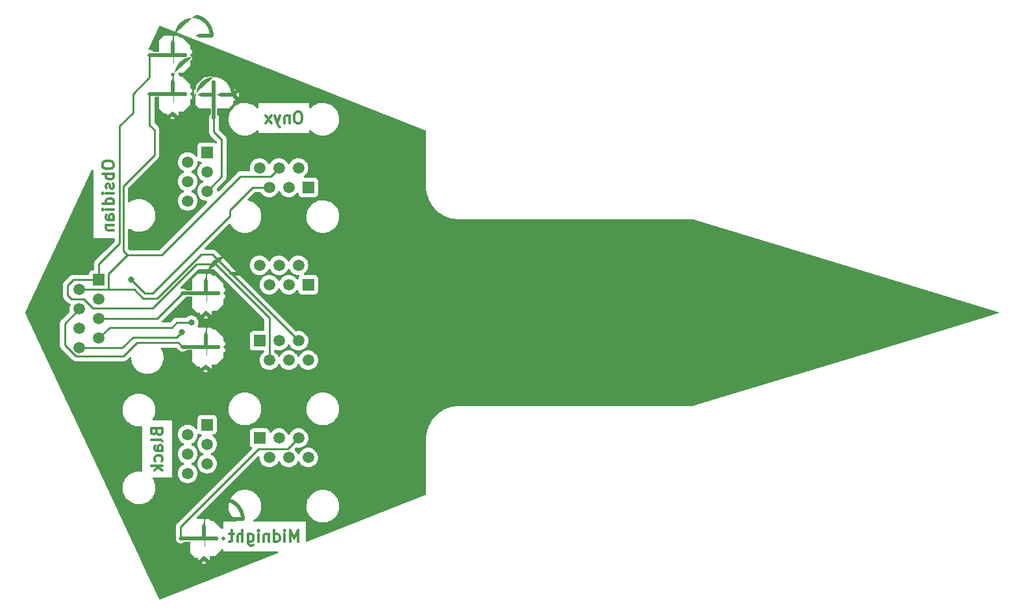
<source format=gbl>
%TF.GenerationSoftware,KiCad,Pcbnew,(6.0.5-22-g43b8adad1a)*%
%TF.CreationDate,2022-05-13T22:53:21-07:00*%
%TF.ProjectId,shadystake,73686164-7973-4746-916b-652e6b696361,rev?*%
%TF.SameCoordinates,Original*%
%TF.FileFunction,Copper,L2,Bot*%
%TF.FilePolarity,Positive*%
%FSLAX46Y46*%
G04 Gerber Fmt 4.6, Leading zero omitted, Abs format (unit mm)*
G04 Created by KiCad (PCBNEW (6.0.5-22-g43b8adad1a)) date 2022-05-13 22:53:21*
%MOMM*%
%LPD*%
G01*
G04 APERTURE LIST*
G04 Aperture macros list*
%AMFreePoly0*
4,1,70,3.024478,2.747614,3.340181,2.672791,3.645063,2.561823,3.935000,2.416211,4.206072,2.237924,4.454614,2.029372,4.677264,1.793377,4.871011,1.533130,5.033235,1.252150,5.161742,0.954236,5.254795,0.643418,5.311135,0.323899,5.330000,0.000000,5.310970,-0.095671,5.256777,-0.176777,5.175671,-0.230970,5.080000,-0.250000,3.429000,-0.250000,2.921000,0.000000,3.429000,0.250000,
4.818799,0.250000,4.816435,0.287581,4.762441,0.570626,4.673398,0.844672,4.550710,1.105397,4.396312,1.348690,4.212639,1.570713,4.002587,1.767964,3.769470,1.937334,3.516963,2.076151,3.249048,2.182226,2.969952,2.253886,2.684075,2.290000,2.395925,2.290000,2.110048,2.253886,1.830952,2.182226,1.563037,2.076151,1.310530,1.937334,1.077413,1.767964,0.867361,1.570713,
0.683688,1.348690,0.529290,1.105397,0.406602,0.844672,0.317559,0.570626,0.263565,0.287581,0.246560,0.017294,0.250000,0.000000,0.230970,-0.095671,0.176777,-0.176777,0.095671,-0.230970,0.000000,-0.250000,-0.095671,-0.230970,-0.176777,-0.176777,-0.230970,-0.095671,-0.250000,0.000000,-0.231135,0.323899,-0.174795,0.643418,-0.081742,0.954236,0.046765,1.252150,0.208989,1.533130,
0.402736,1.793377,0.625386,2.029372,0.873928,2.237924,1.145000,2.416211,1.434937,2.561823,1.739819,2.672791,2.055522,2.747614,2.377776,2.785280,2.702224,2.785280,3.024478,2.747614,3.024478,2.747614,$1*%
%AMFreePoly1*
4,1,24,0.095671,4.929970,0.176777,4.875777,0.230970,4.794671,0.250000,4.699000,0.250000,0.000000,0.230970,-0.095671,0.176777,-0.176777,0.095671,-0.230970,0.000000,-0.250000,-0.095671,-0.230970,-0.176777,-0.176777,-0.230970,-0.095671,-0.250000,0.000000,-0.250000,2.798000,-1.651000,2.798000,-2.159000,3.048000,-1.651000,3.298000,-0.250000,3.298000,-0.250000,4.699000,-0.230970,4.794671,
-0.176777,4.875777,-0.095671,4.929970,0.000000,4.949000,0.095671,4.929970,0.095671,4.929970,$1*%
G04 Aperture macros list end*
%ADD10C,0.300000*%
%TA.AperFunction,NonConductor*%
%ADD11C,0.300000*%
%TD*%
%TA.AperFunction,ComponentPad*%
%ADD12R,1.520000X1.520000*%
%TD*%
%TA.AperFunction,ComponentPad*%
%ADD13C,1.520000*%
%TD*%
%TA.AperFunction,ComponentPad*%
%ADD14R,1.500000X1.500000*%
%TD*%
%TA.AperFunction,ComponentPad*%
%ADD15C,1.500000*%
%TD*%
%TA.AperFunction,SMDPad,CuDef*%
%ADD16C,0.500000*%
%TD*%
%TA.AperFunction,SMDPad,CuDef*%
%ADD17FreePoly0,270.000000*%
%TD*%
%TA.AperFunction,SMDPad,CuDef*%
%ADD18FreePoly1,270.000000*%
%TD*%
%TA.AperFunction,SMDPad,CuDef*%
%ADD19FreePoly0,0.000000*%
%TD*%
%TA.AperFunction,SMDPad,CuDef*%
%ADD20FreePoly1,0.000000*%
%TD*%
%TA.AperFunction,ViaPad*%
%ADD21C,0.800000*%
%TD*%
%TA.AperFunction,Conductor*%
%ADD22C,0.250000*%
%TD*%
G04 APERTURE END LIST*
D10*
D11*
X58868571Y-94881428D02*
X58868571Y-95167142D01*
X58940000Y-95310000D01*
X59082857Y-95452857D01*
X59368571Y-95524285D01*
X59868571Y-95524285D01*
X60154285Y-95452857D01*
X60297142Y-95310000D01*
X60368571Y-95167142D01*
X60368571Y-94881428D01*
X60297142Y-94738571D01*
X60154285Y-94595714D01*
X59868571Y-94524285D01*
X59368571Y-94524285D01*
X59082857Y-94595714D01*
X58940000Y-94738571D01*
X58868571Y-94881428D01*
X60368571Y-96167142D02*
X58868571Y-96167142D01*
X59440000Y-96167142D02*
X59368571Y-96310000D01*
X59368571Y-96595714D01*
X59440000Y-96738571D01*
X59511428Y-96810000D01*
X59654285Y-96881428D01*
X60082857Y-96881428D01*
X60225714Y-96810000D01*
X60297142Y-96738571D01*
X60368571Y-96595714D01*
X60368571Y-96310000D01*
X60297142Y-96167142D01*
X60297142Y-97452857D02*
X60368571Y-97595714D01*
X60368571Y-97881428D01*
X60297142Y-98024285D01*
X60154285Y-98095714D01*
X60082857Y-98095714D01*
X59940000Y-98024285D01*
X59868571Y-97881428D01*
X59868571Y-97667142D01*
X59797142Y-97524285D01*
X59654285Y-97452857D01*
X59582857Y-97452857D01*
X59440000Y-97524285D01*
X59368571Y-97667142D01*
X59368571Y-97881428D01*
X59440000Y-98024285D01*
X60368571Y-98738571D02*
X59368571Y-98738571D01*
X58868571Y-98738571D02*
X58940000Y-98667142D01*
X59011428Y-98738571D01*
X58940000Y-98810000D01*
X58868571Y-98738571D01*
X59011428Y-98738571D01*
X60368571Y-100095714D02*
X58868571Y-100095714D01*
X60297142Y-100095714D02*
X60368571Y-99952857D01*
X60368571Y-99667142D01*
X60297142Y-99524285D01*
X60225714Y-99452857D01*
X60082857Y-99381428D01*
X59654285Y-99381428D01*
X59511428Y-99452857D01*
X59440000Y-99524285D01*
X59368571Y-99667142D01*
X59368571Y-99952857D01*
X59440000Y-100095714D01*
X60368571Y-100810000D02*
X59368571Y-100810000D01*
X58868571Y-100810000D02*
X58940000Y-100738571D01*
X59011428Y-100810000D01*
X58940000Y-100881428D01*
X58868571Y-100810000D01*
X59011428Y-100810000D01*
X60368571Y-102167142D02*
X59582857Y-102167142D01*
X59440000Y-102095714D01*
X59368571Y-101952857D01*
X59368571Y-101667142D01*
X59440000Y-101524285D01*
X60297142Y-102167142D02*
X60368571Y-102024285D01*
X60368571Y-101667142D01*
X60297142Y-101524285D01*
X60154285Y-101452857D01*
X60011428Y-101452857D01*
X59868571Y-101524285D01*
X59797142Y-101667142D01*
X59797142Y-102024285D01*
X59725714Y-102167142D01*
X59368571Y-102881428D02*
X60368571Y-102881428D01*
X59511428Y-102881428D02*
X59440000Y-102952857D01*
X59368571Y-103095714D01*
X59368571Y-103310000D01*
X59440000Y-103452857D01*
X59582857Y-103524285D01*
X60368571Y-103524285D01*
D10*
D11*
X65932857Y-129865714D02*
X66004285Y-130080000D01*
X66075714Y-130151428D01*
X66218571Y-130222857D01*
X66432857Y-130222857D01*
X66575714Y-130151428D01*
X66647142Y-130080000D01*
X66718571Y-129937142D01*
X66718571Y-129365714D01*
X65218571Y-129365714D01*
X65218571Y-129865714D01*
X65290000Y-130008571D01*
X65361428Y-130080000D01*
X65504285Y-130151428D01*
X65647142Y-130151428D01*
X65790000Y-130080000D01*
X65861428Y-130008571D01*
X65932857Y-129865714D01*
X65932857Y-129365714D01*
X66718571Y-131080000D02*
X66647142Y-130937142D01*
X66504285Y-130865714D01*
X65218571Y-130865714D01*
X66718571Y-132294285D02*
X65932857Y-132294285D01*
X65790000Y-132222857D01*
X65718571Y-132080000D01*
X65718571Y-131794285D01*
X65790000Y-131651428D01*
X66647142Y-132294285D02*
X66718571Y-132151428D01*
X66718571Y-131794285D01*
X66647142Y-131651428D01*
X66504285Y-131580000D01*
X66361428Y-131580000D01*
X66218571Y-131651428D01*
X66147142Y-131794285D01*
X66147142Y-132151428D01*
X66075714Y-132294285D01*
X66647142Y-133651428D02*
X66718571Y-133508571D01*
X66718571Y-133222857D01*
X66647142Y-133080000D01*
X66575714Y-133008571D01*
X66432857Y-132937142D01*
X66004285Y-132937142D01*
X65861428Y-133008571D01*
X65790000Y-133080000D01*
X65718571Y-133222857D01*
X65718571Y-133508571D01*
X65790000Y-133651428D01*
X66718571Y-134294285D02*
X65218571Y-134294285D01*
X66147142Y-134437142D02*
X66718571Y-134865714D01*
X65718571Y-134865714D02*
X66290000Y-134294285D01*
D10*
D11*
X84367142Y-144188571D02*
X84367142Y-142688571D01*
X83867142Y-143760000D01*
X83367142Y-142688571D01*
X83367142Y-144188571D01*
X82652857Y-144188571D02*
X82652857Y-143188571D01*
X82652857Y-142688571D02*
X82724285Y-142760000D01*
X82652857Y-142831428D01*
X82581428Y-142760000D01*
X82652857Y-142688571D01*
X82652857Y-142831428D01*
X81295714Y-144188571D02*
X81295714Y-142688571D01*
X81295714Y-144117142D02*
X81438571Y-144188571D01*
X81724285Y-144188571D01*
X81867142Y-144117142D01*
X81938571Y-144045714D01*
X82010000Y-143902857D01*
X82010000Y-143474285D01*
X81938571Y-143331428D01*
X81867142Y-143260000D01*
X81724285Y-143188571D01*
X81438571Y-143188571D01*
X81295714Y-143260000D01*
X80581428Y-143188571D02*
X80581428Y-144188571D01*
X80581428Y-143331428D02*
X80510000Y-143260000D01*
X80367142Y-143188571D01*
X80152857Y-143188571D01*
X80010000Y-143260000D01*
X79938571Y-143402857D01*
X79938571Y-144188571D01*
X79224285Y-144188571D02*
X79224285Y-143188571D01*
X79224285Y-142688571D02*
X79295714Y-142760000D01*
X79224285Y-142831428D01*
X79152857Y-142760000D01*
X79224285Y-142688571D01*
X79224285Y-142831428D01*
X77867142Y-143188571D02*
X77867142Y-144402857D01*
X77938571Y-144545714D01*
X78010000Y-144617142D01*
X78152857Y-144688571D01*
X78367142Y-144688571D01*
X78510000Y-144617142D01*
X77867142Y-144117142D02*
X78010000Y-144188571D01*
X78295714Y-144188571D01*
X78438571Y-144117142D01*
X78510000Y-144045714D01*
X78581428Y-143902857D01*
X78581428Y-143474285D01*
X78510000Y-143331428D01*
X78438571Y-143260000D01*
X78295714Y-143188571D01*
X78010000Y-143188571D01*
X77867142Y-143260000D01*
X77152857Y-144188571D02*
X77152857Y-142688571D01*
X76510000Y-144188571D02*
X76510000Y-143402857D01*
X76581428Y-143260000D01*
X76724285Y-143188571D01*
X76938571Y-143188571D01*
X77081428Y-143260000D01*
X77152857Y-143331428D01*
X76010000Y-143188571D02*
X75438571Y-143188571D01*
X75795714Y-142688571D02*
X75795714Y-143974285D01*
X75724285Y-144117142D01*
X75581428Y-144188571D01*
X75438571Y-144188571D01*
D10*
D11*
X84550000Y-88078571D02*
X84264285Y-88078571D01*
X84121428Y-88150000D01*
X83978571Y-88292857D01*
X83907142Y-88578571D01*
X83907142Y-89078571D01*
X83978571Y-89364285D01*
X84121428Y-89507142D01*
X84264285Y-89578571D01*
X84550000Y-89578571D01*
X84692857Y-89507142D01*
X84835714Y-89364285D01*
X84907142Y-89078571D01*
X84907142Y-88578571D01*
X84835714Y-88292857D01*
X84692857Y-88150000D01*
X84550000Y-88078571D01*
X83264285Y-88578571D02*
X83264285Y-89578571D01*
X83264285Y-88721428D02*
X83192857Y-88650000D01*
X83050000Y-88578571D01*
X82835714Y-88578571D01*
X82692857Y-88650000D01*
X82621428Y-88792857D01*
X82621428Y-89578571D01*
X82050000Y-88578571D02*
X81692857Y-89578571D01*
X81335714Y-88578571D02*
X81692857Y-89578571D01*
X81835714Y-89935714D01*
X81907142Y-90007142D01*
X82050000Y-90078571D01*
X80907142Y-89578571D02*
X80121428Y-88578571D01*
X80907142Y-88578571D02*
X80121428Y-89578571D01*
D12*
X79380000Y-130660000D03*
D13*
X80650000Y-133200000D03*
X81920000Y-130660000D03*
X83190000Y-133200000D03*
X84460000Y-130660000D03*
X85730000Y-133200000D03*
D12*
X85720000Y-110640000D03*
D13*
X84450000Y-108100000D03*
X83180000Y-110640000D03*
X81910000Y-108100000D03*
X80640000Y-110640000D03*
X79370000Y-108100000D03*
D12*
X85720000Y-97940000D03*
D13*
X84450000Y-95400000D03*
X83180000Y-97940000D03*
X81910000Y-95400000D03*
X80640000Y-97940000D03*
X79370000Y-95400000D03*
D12*
X72540000Y-128910000D03*
D13*
X70000000Y-130180000D03*
X72540000Y-131450000D03*
X70000000Y-132720000D03*
X72540000Y-133990000D03*
X70000000Y-135260000D03*
D12*
X72540000Y-93350000D03*
D13*
X70000000Y-94620000D03*
X72540000Y-95890000D03*
X70000000Y-97160000D03*
X72540000Y-98430000D03*
X70000000Y-99700000D03*
D12*
X79380000Y-117960000D03*
D13*
X80650000Y-120500000D03*
X81920000Y-117960000D03*
X83190000Y-120500000D03*
X84460000Y-117960000D03*
X85730000Y-120500000D03*
D14*
X58400000Y-110017500D03*
D15*
X55860000Y-111287500D03*
X58400000Y-112557500D03*
X55860000Y-113827500D03*
X58400000Y-115097500D03*
X55860000Y-116367500D03*
X58400000Y-117637500D03*
X55860000Y-118907500D03*
D16*
X70612000Y-85725000D03*
X68072000Y-88265000D03*
D17*
X68072000Y-83185000D03*
D18*
X65024000Y-85725000D03*
D17*
X68072000Y-78105000D03*
D16*
X70612000Y-80645000D03*
X68072000Y-83185000D03*
D18*
X65024000Y-80645000D03*
D16*
X72390000Y-114300000D03*
D17*
X72390000Y-109220000D03*
D16*
X74930000Y-111760000D03*
D18*
X69342000Y-111760000D03*
D19*
X70866000Y-85852000D03*
D16*
X73406000Y-83312000D03*
X75946000Y-85852000D03*
D20*
X73406000Y-88900000D03*
D17*
X72136000Y-141224000D03*
D16*
X72136000Y-146304000D03*
X74676000Y-143764000D03*
D18*
X69088000Y-143764000D03*
D17*
X72390000Y-116205000D03*
D16*
X74930000Y-118745000D03*
X72390000Y-121285000D03*
D18*
X69342000Y-118745000D03*
D21*
X62611000Y-109982000D03*
X69215000Y-116840000D03*
X70485000Y-115570000D03*
X95250000Y-111760000D03*
X95250000Y-124460000D03*
X95250000Y-109220000D03*
X95250000Y-119380000D03*
X95250000Y-116840000D03*
X95250000Y-104140000D03*
X95250000Y-114300000D03*
X95250000Y-121920000D03*
X95250000Y-106680000D03*
D22*
X80650000Y-120500000D02*
X80650000Y-114940000D01*
X65431372Y-113665000D02*
X57608067Y-113665000D01*
X55082500Y-110017500D02*
X58400000Y-110017500D01*
X80650000Y-114940000D02*
X73660000Y-107950000D01*
X54356000Y-112014000D02*
X54356000Y-110744000D01*
X73660000Y-107950000D02*
X71146372Y-107950000D01*
X71146372Y-107950000D02*
X65431372Y-113665000D01*
X57608067Y-113665000D02*
X56465067Y-112522000D01*
X56465067Y-112522000D02*
X54864000Y-112522000D01*
X54864000Y-112522000D02*
X54356000Y-112014000D01*
X54356000Y-110744000D02*
X55082500Y-110017500D01*
X55860000Y-113827500D02*
X53975000Y-115712500D01*
X53975000Y-118542089D02*
X55414922Y-119982011D01*
X61627989Y-119982011D02*
X63407021Y-118202979D01*
X68799979Y-118202979D02*
X69342000Y-118745000D01*
X55414922Y-119982011D02*
X61627989Y-119982011D01*
X63407021Y-118202979D02*
X68799979Y-118202979D01*
X53975000Y-115712500D02*
X53975000Y-118542089D01*
X69342000Y-111760000D02*
X66004500Y-115097500D01*
X66004500Y-115097500D02*
X58400000Y-115097500D01*
X65649521Y-93735479D02*
X65649521Y-90414521D01*
X62137021Y-106772979D02*
X59690000Y-109220000D01*
X76870489Y-96484511D02*
X66582021Y-106772979D01*
X65024000Y-89789000D02*
X65024000Y-85725000D01*
X55860000Y-111287500D02*
X63027500Y-111287500D01*
X80825489Y-96484511D02*
X76870489Y-96484511D01*
X66582021Y-106772979D02*
X62137021Y-106772979D01*
X65649521Y-90414521D02*
X65024000Y-89789000D01*
X66040000Y-112395000D02*
X71755000Y-106680000D01*
X71755000Y-106680000D02*
X73180000Y-106680000D01*
X61595000Y-97790000D02*
X65649521Y-93735479D01*
X59690000Y-109220000D02*
X59690000Y-111125000D01*
X62137021Y-106772979D02*
X61595000Y-106230958D01*
X64135000Y-112395000D02*
X66040000Y-112395000D01*
X63027500Y-111287500D02*
X64135000Y-112395000D01*
X73180000Y-106680000D02*
X84460000Y-117960000D01*
X61595000Y-106230958D02*
X61595000Y-97790000D01*
X81910000Y-95400000D02*
X80825489Y-96484511D01*
X61145480Y-105224520D02*
X61145480Y-89915644D01*
X62865000Y-85725000D02*
X65024000Y-83566000D01*
X78452249Y-97940000D02*
X75470479Y-100921770D01*
X64389000Y-111760000D02*
X62611000Y-109982000D01*
X58400000Y-110017500D02*
X58400000Y-107970000D01*
X58400000Y-107970000D02*
X61145480Y-105224520D01*
X65024000Y-83566000D02*
X65024000Y-80645000D01*
X75470479Y-100921770D02*
X75470479Y-101694521D01*
X80640000Y-97940000D02*
X78452249Y-97940000D01*
X75470479Y-101694521D02*
X65405000Y-111760000D01*
X62865000Y-88196124D02*
X62865000Y-85725000D01*
X65405000Y-111760000D02*
X64389000Y-111760000D01*
X61145480Y-89915644D02*
X62865000Y-88196124D01*
X73406000Y-88900000D02*
X73406000Y-90678000D01*
X74422000Y-96548000D02*
X72540000Y-98430000D01*
X73406000Y-90678000D02*
X74422000Y-91694000D01*
X74422000Y-91694000D02*
X74422000Y-96548000D01*
X61432500Y-118907500D02*
X55860000Y-118907500D01*
X68580000Y-117475000D02*
X62865000Y-117475000D01*
X62865000Y-117475000D02*
X61432500Y-118907500D01*
X69215000Y-116840000D02*
X68580000Y-117475000D01*
X84460000Y-130660000D02*
X83040000Y-132080000D01*
X69088000Y-142240000D02*
X69088000Y-143764000D01*
X67945000Y-116205000D02*
X68580000Y-115570000D01*
X83040000Y-132080000D02*
X79248000Y-132080000D01*
X58400000Y-117637500D02*
X59832500Y-116205000D01*
X68580000Y-115570000D02*
X70485000Y-115570000D01*
X59832500Y-116205000D02*
X67945000Y-116205000D01*
X79248000Y-132080000D02*
X69088000Y-142240000D01*
%TA.AperFunction,Conductor*%
G36*
X66408939Y-76891273D02*
G01*
X101011572Y-90485164D01*
X101067662Y-90528690D01*
X101091500Y-90602439D01*
X101091500Y-97740633D01*
X101090000Y-97760018D01*
X101087690Y-97774851D01*
X101087690Y-97774855D01*
X101086309Y-97783724D01*
X101087130Y-97790000D01*
X101086887Y-97790000D01*
X101092847Y-97918912D01*
X101104508Y-98171119D01*
X101105329Y-98188887D01*
X101105729Y-98191754D01*
X101158727Y-98571685D01*
X101160496Y-98584370D01*
X101174905Y-98645634D01*
X101247407Y-98953891D01*
X101251919Y-98973076D01*
X101378817Y-99351689D01*
X101379996Y-99354359D01*
X101534089Y-99703345D01*
X101540108Y-99716977D01*
X101541515Y-99719504D01*
X101541520Y-99719513D01*
X101733000Y-100063286D01*
X101734415Y-100065826D01*
X101960081Y-100395258D01*
X101961929Y-100397484D01*
X101961937Y-100397494D01*
X102213324Y-100700226D01*
X102215181Y-100702462D01*
X102497538Y-100984819D01*
X102499771Y-100986673D01*
X102499774Y-100986676D01*
X102802506Y-101238063D01*
X102802516Y-101238071D01*
X102804742Y-101239919D01*
X103134174Y-101465585D01*
X103136710Y-101466998D01*
X103136714Y-101467000D01*
X103480487Y-101658480D01*
X103480496Y-101658485D01*
X103483023Y-101659892D01*
X103485674Y-101661063D01*
X103485683Y-101661067D01*
X103797660Y-101798818D01*
X103848311Y-101821183D01*
X104226924Y-101948081D01*
X104229757Y-101948747D01*
X104229763Y-101948749D01*
X104402475Y-101989370D01*
X104615630Y-102039504D01*
X104618515Y-102039906D01*
X104618518Y-102039907D01*
X104681884Y-102048746D01*
X105011113Y-102094671D01*
X105013997Y-102094804D01*
X105014004Y-102094805D01*
X105381305Y-102111786D01*
X105387783Y-102112478D01*
X105387796Y-102112333D01*
X105392647Y-102112768D01*
X105397448Y-102113576D01*
X105403886Y-102113654D01*
X105405140Y-102113670D01*
X105405143Y-102113670D01*
X105410000Y-102113729D01*
X105437624Y-102109773D01*
X105455486Y-102108500D01*
X135795974Y-102108500D01*
X135832514Y-102113915D01*
X153702557Y-107529079D01*
X175648666Y-114179415D01*
X175708058Y-114218313D01*
X175736993Y-114283146D01*
X175726282Y-114353330D01*
X175679328Y-114406582D01*
X175648666Y-114420585D01*
X159901383Y-119192489D01*
X136012419Y-126431569D01*
X135832516Y-126486085D01*
X135795975Y-126491500D01*
X105463250Y-126491500D01*
X105442345Y-126489754D01*
X105427344Y-126487230D01*
X105427341Y-126487230D01*
X105422552Y-126486424D01*
X105416579Y-126486351D01*
X105414869Y-126486330D01*
X105414864Y-126486330D01*
X105410000Y-126486271D01*
X105405182Y-126486961D01*
X105400321Y-126487278D01*
X105400316Y-126487203D01*
X105397598Y-126487461D01*
X105310230Y-126491500D01*
X105014004Y-126505195D01*
X105013997Y-126505196D01*
X105011113Y-126505329D01*
X104876137Y-126524157D01*
X104618518Y-126560093D01*
X104618515Y-126560094D01*
X104615630Y-126560496D01*
X104402475Y-126610630D01*
X104229763Y-126651251D01*
X104229757Y-126651253D01*
X104226924Y-126651919D01*
X103848311Y-126778817D01*
X103845641Y-126779996D01*
X103485683Y-126938933D01*
X103485674Y-126938937D01*
X103483023Y-126940108D01*
X103480496Y-126941515D01*
X103480487Y-126941520D01*
X103136714Y-127133000D01*
X103134174Y-127134415D01*
X102804742Y-127360081D01*
X102802516Y-127361929D01*
X102802506Y-127361937D01*
X102499774Y-127613324D01*
X102497538Y-127615181D01*
X102215181Y-127897538D01*
X102213327Y-127899771D01*
X102213324Y-127899774D01*
X101961937Y-128202506D01*
X101961929Y-128202516D01*
X101960081Y-128204742D01*
X101734415Y-128534174D01*
X101733002Y-128536710D01*
X101733000Y-128536714D01*
X101541520Y-128880487D01*
X101541515Y-128880496D01*
X101540108Y-128883023D01*
X101538937Y-128885674D01*
X101538933Y-128885683D01*
X101434159Y-129122974D01*
X101378817Y-129248311D01*
X101251919Y-129626924D01*
X101251253Y-129629757D01*
X101251251Y-129629763D01*
X101225439Y-129739508D01*
X101160496Y-130015630D01*
X101160094Y-130018515D01*
X101160093Y-130018518D01*
X101131362Y-130224490D01*
X101105329Y-130411113D01*
X101105196Y-130413997D01*
X101105195Y-130414004D01*
X101087859Y-130788978D01*
X101087739Y-130790170D01*
X101087704Y-130791385D01*
X101087731Y-130791532D01*
X101087727Y-130791829D01*
X101087544Y-130795794D01*
X101086309Y-130803724D01*
X101086950Y-130808629D01*
X101086887Y-130810000D01*
X101087130Y-130810000D01*
X101090391Y-130834936D01*
X101090436Y-130835283D01*
X101091500Y-130851620D01*
X101091500Y-137997560D01*
X101071498Y-138065681D01*
X101011572Y-138114835D01*
X85554858Y-144187116D01*
X85484141Y-144193407D01*
X85421248Y-144160467D01*
X85386148Y-144098754D01*
X85382786Y-144069841D01*
X85382786Y-141569000D01*
X78706121Y-141569000D01*
X78638000Y-141548998D01*
X78591507Y-141495342D01*
X78581403Y-141425068D01*
X78610897Y-141360488D01*
X78633670Y-141339913D01*
X78812287Y-141214379D01*
X78812293Y-141214374D01*
X78815792Y-141211915D01*
X79028888Y-141013894D01*
X79032972Y-141008905D01*
X79210423Y-140792102D01*
X79213139Y-140788784D01*
X79365133Y-140540752D01*
X79373869Y-140520852D01*
X79480334Y-140278315D01*
X79482059Y-140274386D01*
X79488073Y-140253276D01*
X79507782Y-140184087D01*
X79561754Y-139994616D01*
X79564286Y-139976829D01*
X79602137Y-139710870D01*
X79602742Y-139706619D01*
X79602859Y-139684277D01*
X85495735Y-139684277D01*
X85533705Y-139972687D01*
X85610465Y-140253276D01*
X85724596Y-140520852D01*
X85873985Y-140770462D01*
X85876669Y-140773813D01*
X85876671Y-140773815D01*
X85891322Y-140792102D01*
X86055867Y-140997489D01*
X86266878Y-141197731D01*
X86503113Y-141367483D01*
X86528924Y-141381149D01*
X86744598Y-141495342D01*
X86760200Y-141503603D01*
X86764223Y-141505075D01*
X86764227Y-141505077D01*
X87029351Y-141602099D01*
X87033382Y-141603574D01*
X87317604Y-141665544D01*
X87346650Y-141667830D01*
X87543297Y-141683307D01*
X87543304Y-141683307D01*
X87545753Y-141683500D01*
X87703121Y-141683500D01*
X87705257Y-141683354D01*
X87705268Y-141683354D01*
X87915949Y-141668991D01*
X87915955Y-141668990D01*
X87920226Y-141668699D01*
X87924421Y-141667830D01*
X87924423Y-141667830D01*
X88062653Y-141639204D01*
X88205081Y-141609709D01*
X88479295Y-141512605D01*
X88737793Y-141379184D01*
X88741294Y-141376723D01*
X88741298Y-141376721D01*
X88940367Y-141236812D01*
X88975792Y-141211915D01*
X89188888Y-141013894D01*
X89192972Y-141008905D01*
X89370423Y-140792102D01*
X89373139Y-140788784D01*
X89525133Y-140540752D01*
X89533869Y-140520852D01*
X89640334Y-140278315D01*
X89642059Y-140274386D01*
X89648073Y-140253276D01*
X89667782Y-140184087D01*
X89721754Y-139994616D01*
X89724286Y-139976829D01*
X89762137Y-139710870D01*
X89762742Y-139706619D01*
X89764265Y-139415723D01*
X89726295Y-139127313D01*
X89649535Y-138846724D01*
X89592091Y-138712049D01*
X89537090Y-138583100D01*
X89537088Y-138583096D01*
X89535404Y-138579148D01*
X89386015Y-138329538D01*
X89371337Y-138311216D01*
X89242781Y-138150752D01*
X89204133Y-138102511D01*
X88993122Y-137902269D01*
X88756887Y-137732517D01*
X88499800Y-137596397D01*
X88495777Y-137594925D01*
X88495773Y-137594923D01*
X88230649Y-137497901D01*
X88230647Y-137497900D01*
X88226618Y-137496426D01*
X87942396Y-137434456D01*
X87898598Y-137431009D01*
X87716703Y-137416693D01*
X87716696Y-137416693D01*
X87714247Y-137416500D01*
X87556879Y-137416500D01*
X87554743Y-137416646D01*
X87554732Y-137416646D01*
X87344051Y-137431009D01*
X87344045Y-137431010D01*
X87339774Y-137431301D01*
X87335579Y-137432170D01*
X87335577Y-137432170D01*
X87320130Y-137435369D01*
X87054919Y-137490291D01*
X86780705Y-137587395D01*
X86522207Y-137720816D01*
X86518706Y-137723277D01*
X86518702Y-137723279D01*
X86505558Y-137732517D01*
X86284208Y-137888085D01*
X86071112Y-138086106D01*
X86068398Y-138089422D01*
X86068395Y-138089425D01*
X86015212Y-138154402D01*
X85886861Y-138311216D01*
X85734867Y-138559248D01*
X85733148Y-138563165D01*
X85733146Y-138563168D01*
X85705207Y-138626815D01*
X85617941Y-138825614D01*
X85616765Y-138829742D01*
X85616764Y-138829745D01*
X85597051Y-138898949D01*
X85538246Y-139105384D01*
X85537642Y-139109626D01*
X85537641Y-139109632D01*
X85511494Y-139293354D01*
X85497258Y-139393381D01*
X85495735Y-139684277D01*
X79602859Y-139684277D01*
X79604265Y-139415723D01*
X79566295Y-139127313D01*
X79489535Y-138846724D01*
X79432091Y-138712049D01*
X79377090Y-138583100D01*
X79377088Y-138583096D01*
X79375404Y-138579148D01*
X79226015Y-138329538D01*
X79211337Y-138311216D01*
X79082781Y-138150752D01*
X79044133Y-138102511D01*
X78833122Y-137902269D01*
X78596887Y-137732517D01*
X78339800Y-137596397D01*
X78335777Y-137594925D01*
X78335773Y-137594923D01*
X78070649Y-137497901D01*
X78070647Y-137497900D01*
X78066618Y-137496426D01*
X77782396Y-137434456D01*
X77738598Y-137431009D01*
X77556703Y-137416693D01*
X77556696Y-137416693D01*
X77554247Y-137416500D01*
X77396879Y-137416500D01*
X77394743Y-137416646D01*
X77394732Y-137416646D01*
X77184051Y-137431009D01*
X77184045Y-137431010D01*
X77179774Y-137431301D01*
X77175579Y-137432170D01*
X77175577Y-137432170D01*
X77160130Y-137435369D01*
X76894919Y-137490291D01*
X76620705Y-137587395D01*
X76362207Y-137720816D01*
X76358706Y-137723277D01*
X76358702Y-137723279D01*
X76345558Y-137732517D01*
X76124208Y-137888085D01*
X75911112Y-138086106D01*
X75908398Y-138089422D01*
X75908395Y-138089425D01*
X75855212Y-138154402D01*
X75726861Y-138311216D01*
X75574867Y-138559248D01*
X75573148Y-138563165D01*
X75573146Y-138563168D01*
X75545207Y-138626815D01*
X75457941Y-138825614D01*
X75456765Y-138829742D01*
X75456764Y-138829745D01*
X75437051Y-138898949D01*
X75378246Y-139105384D01*
X75377642Y-139109626D01*
X75377641Y-139109632D01*
X75351494Y-139293354D01*
X75337258Y-139393381D01*
X75335735Y-139684277D01*
X75373705Y-139972687D01*
X75450465Y-140253276D01*
X75564596Y-140520852D01*
X75713985Y-140770462D01*
X75716669Y-140773813D01*
X75716671Y-140773815D01*
X75731322Y-140792102D01*
X75895867Y-140997489D01*
X76106878Y-141197731D01*
X76110357Y-141200231D01*
X76110367Y-141200239D01*
X76305808Y-141340678D01*
X76349456Y-141396672D01*
X76355902Y-141467376D01*
X76323099Y-141530340D01*
X76261463Y-141565574D01*
X76232282Y-141569000D01*
X74637215Y-141569000D01*
X74637215Y-142405054D01*
X74617213Y-142473175D01*
X74563557Y-142519668D01*
X74493283Y-142529772D01*
X74428703Y-142500278D01*
X74422329Y-142493671D01*
X74422000Y-142494000D01*
X73406000Y-141478000D01*
X73077190Y-141478000D01*
X73009069Y-141457998D01*
X72988095Y-141441095D01*
X72771000Y-141224000D01*
X71304094Y-141224000D01*
X71235973Y-141203998D01*
X71189480Y-141150342D01*
X71179376Y-141080068D01*
X71208870Y-141015488D01*
X71214999Y-141008905D01*
X79165688Y-133058217D01*
X79228000Y-133024191D01*
X79298815Y-133029256D01*
X79355651Y-133071803D01*
X79380462Y-133138323D01*
X79380303Y-133158294D01*
X79377134Y-133194514D01*
X79377134Y-133194525D01*
X79376655Y-133200000D01*
X79396000Y-133421114D01*
X79397424Y-133426427D01*
X79397424Y-133426429D01*
X79433161Y-133559800D01*
X79453447Y-133635510D01*
X79455769Y-133640490D01*
X79455770Y-133640492D01*
X79544925Y-133831685D01*
X79544928Y-133831690D01*
X79547251Y-133836672D01*
X79550407Y-133841179D01*
X79550408Y-133841181D01*
X79658446Y-133995475D01*
X79674561Y-134018490D01*
X79831510Y-134175439D01*
X79836018Y-134178596D01*
X79836021Y-134178598D01*
X79911687Y-134231580D01*
X80013327Y-134302749D01*
X80018309Y-134305072D01*
X80018314Y-134305075D01*
X80209508Y-134394230D01*
X80214490Y-134396553D01*
X80219798Y-134397975D01*
X80219800Y-134397976D01*
X80423571Y-134452576D01*
X80423573Y-134452576D01*
X80428886Y-134454000D01*
X80650000Y-134473345D01*
X80871114Y-134454000D01*
X80876427Y-134452576D01*
X80876429Y-134452576D01*
X81080200Y-134397976D01*
X81080202Y-134397975D01*
X81085510Y-134396553D01*
X81090492Y-134394230D01*
X81281686Y-134305075D01*
X81281691Y-134305072D01*
X81286673Y-134302749D01*
X81388313Y-134231580D01*
X81463979Y-134178598D01*
X81463982Y-134178596D01*
X81468490Y-134175439D01*
X81625439Y-134018490D01*
X81641555Y-133995475D01*
X81749592Y-133841181D01*
X81749593Y-133841179D01*
X81752749Y-133836672D01*
X81755072Y-133831690D01*
X81755075Y-133831685D01*
X81805805Y-133722894D01*
X81852723Y-133669609D01*
X81921000Y-133650148D01*
X81988960Y-133670690D01*
X82034195Y-133722894D01*
X82084925Y-133831685D01*
X82084928Y-133831690D01*
X82087251Y-133836672D01*
X82090407Y-133841179D01*
X82090408Y-133841181D01*
X82198446Y-133995475D01*
X82214561Y-134018490D01*
X82371510Y-134175439D01*
X82376018Y-134178596D01*
X82376021Y-134178598D01*
X82451687Y-134231580D01*
X82553327Y-134302749D01*
X82558309Y-134305072D01*
X82558314Y-134305075D01*
X82749508Y-134394230D01*
X82754490Y-134396553D01*
X82759798Y-134397975D01*
X82759800Y-134397976D01*
X82963571Y-134452576D01*
X82963573Y-134452576D01*
X82968886Y-134454000D01*
X83190000Y-134473345D01*
X83411114Y-134454000D01*
X83416427Y-134452576D01*
X83416429Y-134452576D01*
X83620200Y-134397976D01*
X83620202Y-134397975D01*
X83625510Y-134396553D01*
X83630492Y-134394230D01*
X83821686Y-134305075D01*
X83821691Y-134305072D01*
X83826673Y-134302749D01*
X83928313Y-134231580D01*
X84003979Y-134178598D01*
X84003982Y-134178596D01*
X84008490Y-134175439D01*
X84165439Y-134018490D01*
X84181555Y-133995475D01*
X84289592Y-133841181D01*
X84289593Y-133841179D01*
X84292749Y-133836672D01*
X84295072Y-133831690D01*
X84295075Y-133831685D01*
X84345805Y-133722894D01*
X84392723Y-133669609D01*
X84461000Y-133650148D01*
X84528960Y-133670690D01*
X84574195Y-133722894D01*
X84624925Y-133831685D01*
X84624928Y-133831690D01*
X84627251Y-133836672D01*
X84630407Y-133841179D01*
X84630408Y-133841181D01*
X84738446Y-133995475D01*
X84754561Y-134018490D01*
X84911510Y-134175439D01*
X84916018Y-134178596D01*
X84916021Y-134178598D01*
X84991687Y-134231580D01*
X85093327Y-134302749D01*
X85098309Y-134305072D01*
X85098314Y-134305075D01*
X85289508Y-134394230D01*
X85294490Y-134396553D01*
X85299798Y-134397975D01*
X85299800Y-134397976D01*
X85503571Y-134452576D01*
X85503573Y-134452576D01*
X85508886Y-134454000D01*
X85730000Y-134473345D01*
X85951114Y-134454000D01*
X85956427Y-134452576D01*
X85956429Y-134452576D01*
X86160200Y-134397976D01*
X86160202Y-134397975D01*
X86165510Y-134396553D01*
X86170492Y-134394230D01*
X86361686Y-134305075D01*
X86361691Y-134305072D01*
X86366673Y-134302749D01*
X86468313Y-134231580D01*
X86543979Y-134178598D01*
X86543982Y-134178596D01*
X86548490Y-134175439D01*
X86705439Y-134018490D01*
X86721555Y-133995475D01*
X86829592Y-133841181D01*
X86829593Y-133841179D01*
X86832749Y-133836672D01*
X86835072Y-133831690D01*
X86835075Y-133831685D01*
X86924230Y-133640492D01*
X86924231Y-133640490D01*
X86926553Y-133635510D01*
X86946840Y-133559800D01*
X86982576Y-133426429D01*
X86982576Y-133426427D01*
X86984000Y-133421114D01*
X87003345Y-133200000D01*
X86984000Y-132978886D01*
X86972411Y-132935634D01*
X86927976Y-132769800D01*
X86927975Y-132769798D01*
X86926553Y-132764490D01*
X86885805Y-132677106D01*
X86835075Y-132568315D01*
X86835072Y-132568310D01*
X86832749Y-132563328D01*
X86823131Y-132549592D01*
X86708598Y-132386021D01*
X86708596Y-132386018D01*
X86705439Y-132381510D01*
X86548490Y-132224561D01*
X86543982Y-132221404D01*
X86543979Y-132221402D01*
X86464569Y-132165799D01*
X86366673Y-132097251D01*
X86361691Y-132094928D01*
X86361686Y-132094925D01*
X86170492Y-132005770D01*
X86170491Y-132005769D01*
X86165510Y-132003447D01*
X86160202Y-132002025D01*
X86160200Y-132002024D01*
X85956429Y-131947424D01*
X85956427Y-131947424D01*
X85951114Y-131946000D01*
X85730000Y-131926655D01*
X85508886Y-131946000D01*
X85503573Y-131947424D01*
X85503571Y-131947424D01*
X85299800Y-132002024D01*
X85299798Y-132002025D01*
X85294490Y-132003447D01*
X85289510Y-132005769D01*
X85289508Y-132005770D01*
X85098315Y-132094925D01*
X85098310Y-132094928D01*
X85093328Y-132097251D01*
X85088821Y-132100407D01*
X85088819Y-132100408D01*
X84916021Y-132221402D01*
X84916018Y-132221404D01*
X84911510Y-132224561D01*
X84754561Y-132381510D01*
X84751404Y-132386018D01*
X84751402Y-132386021D01*
X84636869Y-132549592D01*
X84627251Y-132563328D01*
X84624928Y-132568310D01*
X84624925Y-132568315D01*
X84574195Y-132677106D01*
X84527277Y-132730391D01*
X84459000Y-132749852D01*
X84391040Y-132729310D01*
X84345805Y-132677106D01*
X84295075Y-132568315D01*
X84295072Y-132568310D01*
X84292749Y-132563328D01*
X84283131Y-132549592D01*
X84168598Y-132386021D01*
X84168596Y-132386018D01*
X84165439Y-132381510D01*
X84008490Y-132224561D01*
X84003773Y-132221258D01*
X84003704Y-132221171D01*
X83999766Y-132217867D01*
X84000430Y-132217076D01*
X83959446Y-132165799D01*
X83952139Y-132095180D01*
X83986952Y-132028952D01*
X84079412Y-131936492D01*
X84141724Y-131902466D01*
X84201119Y-131903881D01*
X84233564Y-131912575D01*
X84233575Y-131912577D01*
X84238886Y-131914000D01*
X84460000Y-131933345D01*
X84681114Y-131914000D01*
X84686427Y-131912576D01*
X84686429Y-131912576D01*
X84890200Y-131857976D01*
X84890202Y-131857975D01*
X84895510Y-131856553D01*
X84900492Y-131854230D01*
X85091686Y-131765075D01*
X85091691Y-131765072D01*
X85096673Y-131762749D01*
X85198313Y-131691580D01*
X85273979Y-131638598D01*
X85273982Y-131638596D01*
X85278490Y-131635439D01*
X85435439Y-131478490D01*
X85442691Y-131468134D01*
X85559592Y-131301181D01*
X85559593Y-131301179D01*
X85562749Y-131296672D01*
X85565072Y-131291690D01*
X85565075Y-131291685D01*
X85654230Y-131100492D01*
X85654231Y-131100490D01*
X85656553Y-131095510D01*
X85676840Y-131019800D01*
X85712576Y-130886429D01*
X85712576Y-130886427D01*
X85714000Y-130881114D01*
X85733345Y-130660000D01*
X85714000Y-130438886D01*
X85702411Y-130395634D01*
X85657976Y-130229800D01*
X85657975Y-130229798D01*
X85656553Y-130224490D01*
X85654230Y-130219508D01*
X85565075Y-130028315D01*
X85565072Y-130028310D01*
X85562749Y-130023328D01*
X85555368Y-130012787D01*
X85438598Y-129846021D01*
X85438596Y-129846018D01*
X85435439Y-129841510D01*
X85278490Y-129684561D01*
X85273982Y-129681404D01*
X85273979Y-129681402D01*
X85192227Y-129624159D01*
X85096673Y-129557251D01*
X85091691Y-129554928D01*
X85091686Y-129554925D01*
X84900492Y-129465770D01*
X84900491Y-129465769D01*
X84895510Y-129463447D01*
X84890202Y-129462025D01*
X84890200Y-129462024D01*
X84686429Y-129407424D01*
X84686427Y-129407424D01*
X84681114Y-129406000D01*
X84460000Y-129386655D01*
X84238886Y-129406000D01*
X84233573Y-129407424D01*
X84233571Y-129407424D01*
X84029800Y-129462024D01*
X84029798Y-129462025D01*
X84024490Y-129463447D01*
X84019510Y-129465769D01*
X84019508Y-129465770D01*
X83828315Y-129554925D01*
X83828310Y-129554928D01*
X83823328Y-129557251D01*
X83818821Y-129560407D01*
X83818819Y-129560408D01*
X83646021Y-129681402D01*
X83646018Y-129681404D01*
X83641510Y-129684561D01*
X83484561Y-129841510D01*
X83481404Y-129846018D01*
X83481402Y-129846021D01*
X83364632Y-130012787D01*
X83357251Y-130023328D01*
X83354928Y-130028310D01*
X83354925Y-130028315D01*
X83304195Y-130137106D01*
X83257277Y-130190391D01*
X83189000Y-130209852D01*
X83121040Y-130189310D01*
X83075805Y-130137106D01*
X83025075Y-130028315D01*
X83025072Y-130028310D01*
X83022749Y-130023328D01*
X83015368Y-130012787D01*
X82898598Y-129846021D01*
X82898596Y-129846018D01*
X82895439Y-129841510D01*
X82738490Y-129684561D01*
X82733982Y-129681404D01*
X82733979Y-129681402D01*
X82652227Y-129624159D01*
X82556673Y-129557251D01*
X82551691Y-129554928D01*
X82551686Y-129554925D01*
X82360492Y-129465770D01*
X82360491Y-129465769D01*
X82355510Y-129463447D01*
X82350202Y-129462025D01*
X82350200Y-129462024D01*
X82146429Y-129407424D01*
X82146427Y-129407424D01*
X82141114Y-129406000D01*
X81920000Y-129386655D01*
X81698886Y-129406000D01*
X81693573Y-129407424D01*
X81693571Y-129407424D01*
X81489800Y-129462024D01*
X81489798Y-129462025D01*
X81484490Y-129463447D01*
X81479510Y-129465769D01*
X81479508Y-129465770D01*
X81288315Y-129554925D01*
X81288310Y-129554928D01*
X81283328Y-129557251D01*
X81278821Y-129560407D01*
X81278819Y-129560408D01*
X81106021Y-129681402D01*
X81106018Y-129681404D01*
X81101510Y-129684561D01*
X80944561Y-129841510D01*
X80941404Y-129846018D01*
X80941402Y-129846021D01*
X80877713Y-129936979D01*
X80822256Y-129981307D01*
X80751637Y-129988616D01*
X80688276Y-129956585D01*
X80652291Y-129895384D01*
X80648500Y-129864708D01*
X80648500Y-129851866D01*
X80641745Y-129789684D01*
X80590615Y-129653295D01*
X80503261Y-129536739D01*
X80386705Y-129449385D01*
X80250316Y-129398255D01*
X80188134Y-129391500D01*
X78571866Y-129391500D01*
X78509684Y-129398255D01*
X78373295Y-129449385D01*
X78256739Y-129536739D01*
X78169385Y-129653295D01*
X78118255Y-129789684D01*
X78111500Y-129851866D01*
X78111500Y-131468134D01*
X78118255Y-131530316D01*
X78169385Y-131666705D01*
X78256739Y-131783261D01*
X78351433Y-131854230D01*
X78364570Y-131864076D01*
X78407084Y-131920936D01*
X78412109Y-131991754D01*
X78378099Y-132053997D01*
X68695747Y-141736348D01*
X68687461Y-141743888D01*
X68680982Y-141748000D01*
X68675557Y-141753777D01*
X68634357Y-141797651D01*
X68631602Y-141800493D01*
X68611865Y-141820230D01*
X68609385Y-141823427D01*
X68601682Y-141832447D01*
X68571414Y-141864679D01*
X68567595Y-141871625D01*
X68567593Y-141871628D01*
X68561652Y-141882434D01*
X68550801Y-141898953D01*
X68538386Y-141914959D01*
X68535241Y-141922228D01*
X68535238Y-141922232D01*
X68520826Y-141955537D01*
X68515609Y-141966187D01*
X68494305Y-142004940D01*
X68492334Y-142012615D01*
X68492334Y-142012616D01*
X68489267Y-142024562D01*
X68482863Y-142043266D01*
X68474819Y-142061855D01*
X68473580Y-142069678D01*
X68473577Y-142069688D01*
X68467901Y-142105524D01*
X68465495Y-142117144D01*
X68454500Y-142159970D01*
X68454500Y-142180224D01*
X68452949Y-142199934D01*
X68449780Y-142219943D01*
X68450526Y-142227835D01*
X68453941Y-142263961D01*
X68454500Y-142275819D01*
X68454500Y-143803856D01*
X68469526Y-143922797D01*
X68528448Y-144071617D01*
X68622528Y-144201107D01*
X68745856Y-144303133D01*
X68753023Y-144306506D01*
X68753027Y-144306508D01*
X68815121Y-144335726D01*
X68890682Y-144371283D01*
X69047906Y-144401275D01*
X69136400Y-144395708D01*
X69199738Y-144391723D01*
X69199740Y-144391723D01*
X69207650Y-144391225D01*
X69215186Y-144388776D01*
X69215188Y-144388776D01*
X69352333Y-144344215D01*
X69352336Y-144344214D01*
X69359875Y-144341764D01*
X69495018Y-144256000D01*
X69562869Y-144183745D01*
X69624081Y-144147780D01*
X69654719Y-144143998D01*
X70232000Y-144143998D01*
X70300121Y-144164000D01*
X70346614Y-144217656D01*
X70358000Y-144269998D01*
X70358000Y-145669000D01*
X70993000Y-146304000D01*
X71260072Y-146304000D01*
X71328193Y-146324002D01*
X71374686Y-146377658D01*
X71385471Y-146417703D01*
X71389186Y-146455585D01*
X71392097Y-146469280D01*
X71441327Y-146617270D01*
X71443729Y-146622468D01*
X71451717Y-146629772D01*
X71460338Y-146626109D01*
X71745542Y-146340905D01*
X71807854Y-146306879D01*
X71834637Y-146304000D01*
X72437363Y-146304000D01*
X72505484Y-146324002D01*
X72526458Y-146340905D01*
X72808178Y-146622625D01*
X72820558Y-146629385D01*
X72824374Y-146626528D01*
X72872331Y-146500283D01*
X72875811Y-146486727D01*
X72897948Y-146329221D01*
X72898554Y-146321338D01*
X72898741Y-146307962D01*
X72898354Y-146300062D01*
X72886014Y-146190045D01*
X72898298Y-146120119D01*
X72946437Y-146067935D01*
X73011229Y-146050000D01*
X73533000Y-146050000D01*
X74422000Y-145161000D01*
X74425559Y-145164559D01*
X74450780Y-145139315D01*
X74520147Y-145124192D01*
X74586678Y-145148973D01*
X74629251Y-145205789D01*
X74637215Y-145249875D01*
X74637215Y-145451000D01*
X81672382Y-145451000D01*
X81740503Y-145471002D01*
X81786996Y-145524658D01*
X81797100Y-145594932D01*
X81767606Y-145659512D01*
X81718455Y-145694275D01*
X78227561Y-147065697D01*
X66408939Y-151708727D01*
X66338222Y-151715018D01*
X66275329Y-151682078D01*
X66248688Y-151644736D01*
X64111941Y-147065991D01*
X64075981Y-146988934D01*
X71810239Y-146988934D01*
X71813022Y-146992652D01*
X71944857Y-147041681D01*
X71958448Y-147045070D01*
X72113044Y-147065697D01*
X72127040Y-147065991D01*
X72282360Y-147051855D01*
X72296085Y-147049038D01*
X72444415Y-147000843D01*
X72453055Y-146996924D01*
X72461430Y-146987891D01*
X72457925Y-146979478D01*
X72148812Y-146670365D01*
X72134868Y-146662751D01*
X72133035Y-146662882D01*
X72126420Y-146667133D01*
X71816999Y-146976554D01*
X71810239Y-146988934D01*
X64075981Y-146988934D01*
X59551808Y-137294277D01*
X61515735Y-137294277D01*
X61553705Y-137582687D01*
X61630465Y-137863276D01*
X61632149Y-137867224D01*
X61732508Y-138102511D01*
X61744596Y-138130852D01*
X61893985Y-138380462D01*
X61896669Y-138383813D01*
X61896671Y-138383815D01*
X61911322Y-138402102D01*
X62075867Y-138607489D01*
X62286878Y-138807731D01*
X62523113Y-138977483D01*
X62780200Y-139113603D01*
X62784223Y-139115075D01*
X62784227Y-139115077D01*
X63049351Y-139212099D01*
X63053382Y-139213574D01*
X63337604Y-139275544D01*
X63366650Y-139277830D01*
X63563297Y-139293307D01*
X63563304Y-139293307D01*
X63565753Y-139293500D01*
X63723121Y-139293500D01*
X63725257Y-139293354D01*
X63725268Y-139293354D01*
X63935949Y-139278991D01*
X63935955Y-139278990D01*
X63940226Y-139278699D01*
X63944421Y-139277830D01*
X63944423Y-139277830D01*
X64082654Y-139249204D01*
X64225081Y-139219709D01*
X64499295Y-139122605D01*
X64757793Y-138989184D01*
X64761294Y-138986723D01*
X64761298Y-138986721D01*
X64886184Y-138898949D01*
X64995792Y-138821915D01*
X65114022Y-138712049D01*
X65205745Y-138626815D01*
X65205748Y-138626812D01*
X65208888Y-138623894D01*
X65219895Y-138610447D01*
X65390423Y-138402102D01*
X65393139Y-138398784D01*
X65545133Y-138150752D01*
X65553869Y-138130852D01*
X65660334Y-137888315D01*
X65662059Y-137884386D01*
X65668073Y-137863276D01*
X65709213Y-137718851D01*
X65741754Y-137604616D01*
X65742639Y-137598402D01*
X65782137Y-137320870D01*
X65782742Y-137316619D01*
X65784265Y-137025723D01*
X65746295Y-136737313D01*
X65669535Y-136456724D01*
X65628105Y-136359592D01*
X65557090Y-136193100D01*
X65557088Y-136193096D01*
X65555404Y-136189148D01*
X65442580Y-136000633D01*
X65424760Y-135931911D01*
X65446924Y-135864462D01*
X65502035Y-135819704D01*
X65550696Y-135809928D01*
X67981000Y-135809928D01*
X67981000Y-135260000D01*
X68726655Y-135260000D01*
X68746000Y-135481114D01*
X68803447Y-135695510D01*
X68805769Y-135700490D01*
X68805770Y-135700492D01*
X68894925Y-135891685D01*
X68894928Y-135891690D01*
X68897251Y-135896672D01*
X68900407Y-135901179D01*
X68900408Y-135901181D01*
X68970046Y-136000634D01*
X69024561Y-136078490D01*
X69181510Y-136235439D01*
X69186018Y-136238596D01*
X69186021Y-136238598D01*
X69261687Y-136291580D01*
X69363327Y-136362749D01*
X69368309Y-136365072D01*
X69368314Y-136365075D01*
X69511160Y-136431685D01*
X69564490Y-136456553D01*
X69569798Y-136457975D01*
X69569800Y-136457976D01*
X69773571Y-136512576D01*
X69773573Y-136512576D01*
X69778886Y-136514000D01*
X70000000Y-136533345D01*
X70221114Y-136514000D01*
X70226427Y-136512576D01*
X70226429Y-136512576D01*
X70430200Y-136457976D01*
X70430202Y-136457975D01*
X70435510Y-136456553D01*
X70488840Y-136431685D01*
X70631686Y-136365075D01*
X70631691Y-136365072D01*
X70636673Y-136362749D01*
X70738313Y-136291580D01*
X70813979Y-136238598D01*
X70813982Y-136238596D01*
X70818490Y-136235439D01*
X70975439Y-136078490D01*
X71029955Y-136000634D01*
X71099592Y-135901181D01*
X71099593Y-135901179D01*
X71102749Y-135896672D01*
X71105072Y-135891690D01*
X71105075Y-135891685D01*
X71194230Y-135700492D01*
X71194231Y-135700490D01*
X71196553Y-135695510D01*
X71254000Y-135481114D01*
X71273345Y-135260000D01*
X71254000Y-135038886D01*
X71240116Y-134987071D01*
X71197976Y-134829800D01*
X71197975Y-134829798D01*
X71196553Y-134824490D01*
X71106411Y-134631181D01*
X71105075Y-134628315D01*
X71105072Y-134628310D01*
X71102749Y-134623328D01*
X70984185Y-134454000D01*
X70978598Y-134446021D01*
X70978596Y-134446018D01*
X70975439Y-134441510D01*
X70818490Y-134284561D01*
X70813982Y-134281404D01*
X70813979Y-134281402D01*
X70705771Y-134205634D01*
X70636673Y-134157251D01*
X70631691Y-134154928D01*
X70631686Y-134154925D01*
X70522894Y-134104195D01*
X70469609Y-134057278D01*
X70450148Y-133989000D01*
X70470690Y-133921041D01*
X70522894Y-133875805D01*
X70631686Y-133825075D01*
X70631691Y-133825072D01*
X70636673Y-133822749D01*
X70738313Y-133751580D01*
X70813979Y-133698598D01*
X70813982Y-133698596D01*
X70818490Y-133695439D01*
X70975439Y-133538490D01*
X71057627Y-133421114D01*
X71099592Y-133361181D01*
X71099593Y-133361179D01*
X71102749Y-133356672D01*
X71105072Y-133351690D01*
X71105075Y-133351685D01*
X71194230Y-133160492D01*
X71194231Y-133160490D01*
X71196553Y-133155510D01*
X71222623Y-133058217D01*
X71252576Y-132946429D01*
X71252576Y-132946427D01*
X71254000Y-132941114D01*
X71273345Y-132720000D01*
X71254000Y-132498886D01*
X71252576Y-132493571D01*
X71197976Y-132289800D01*
X71197975Y-132289798D01*
X71196553Y-132284490D01*
X71170425Y-132228458D01*
X71105075Y-132088315D01*
X71105072Y-132088310D01*
X71102749Y-132083328D01*
X71099592Y-132078819D01*
X70978598Y-131906021D01*
X70978596Y-131906018D01*
X70975439Y-131901510D01*
X70818490Y-131744561D01*
X70813982Y-131741404D01*
X70813979Y-131741402D01*
X70705771Y-131665634D01*
X70636673Y-131617251D01*
X70631691Y-131614928D01*
X70631686Y-131614925D01*
X70522894Y-131564195D01*
X70469609Y-131517278D01*
X70450148Y-131449000D01*
X70470690Y-131381041D01*
X70522894Y-131335805D01*
X70631686Y-131285075D01*
X70631691Y-131285072D01*
X70636673Y-131282749D01*
X70738313Y-131211580D01*
X70813979Y-131158598D01*
X70813982Y-131158596D01*
X70818490Y-131155439D01*
X70975439Y-130998490D01*
X70981981Y-130989148D01*
X71099592Y-130821181D01*
X71099593Y-130821179D01*
X71102749Y-130816672D01*
X71105072Y-130811690D01*
X71105075Y-130811685D01*
X71194230Y-130620492D01*
X71194231Y-130620490D01*
X71196553Y-130615510D01*
X71235167Y-130471402D01*
X71252576Y-130406429D01*
X71252576Y-130406427D01*
X71254000Y-130401114D01*
X71273345Y-130180000D01*
X71273055Y-130176682D01*
X71292868Y-130109204D01*
X71346524Y-130062711D01*
X71416798Y-130052607D01*
X71474432Y-130076499D01*
X71533295Y-130120615D01*
X71669684Y-130171745D01*
X71731866Y-130178500D01*
X71744708Y-130178500D01*
X71812829Y-130198502D01*
X71859322Y-130252158D01*
X71869426Y-130322432D01*
X71839932Y-130387012D01*
X71816979Y-130407713D01*
X71726021Y-130471402D01*
X71726018Y-130471404D01*
X71721510Y-130474561D01*
X71564561Y-130631510D01*
X71561404Y-130636018D01*
X71561402Y-130636021D01*
X71451499Y-130792980D01*
X71437251Y-130813328D01*
X71434928Y-130818310D01*
X71434925Y-130818315D01*
X71403163Y-130886429D01*
X71343447Y-131014490D01*
X71342025Y-131019798D01*
X71342024Y-131019800D01*
X71287424Y-131223571D01*
X71286000Y-131228886D01*
X71266655Y-131450000D01*
X71286000Y-131671114D01*
X71287424Y-131676427D01*
X71287424Y-131676429D01*
X71335066Y-131854230D01*
X71343447Y-131885510D01*
X71345769Y-131890490D01*
X71345770Y-131890492D01*
X71434925Y-132081685D01*
X71434928Y-132081690D01*
X71437251Y-132086672D01*
X71440407Y-132091179D01*
X71440408Y-132091181D01*
X71533802Y-132224561D01*
X71564561Y-132268490D01*
X71721510Y-132425439D01*
X71726018Y-132428596D01*
X71726021Y-132428598D01*
X71801687Y-132481580D01*
X71903327Y-132552749D01*
X71908309Y-132555072D01*
X71908314Y-132555075D01*
X72017106Y-132605805D01*
X72070391Y-132652722D01*
X72089852Y-132721000D01*
X72069310Y-132788959D01*
X72017106Y-132834195D01*
X71908315Y-132884925D01*
X71908310Y-132884928D01*
X71903328Y-132887251D01*
X71898821Y-132890407D01*
X71898819Y-132890408D01*
X71726021Y-133011402D01*
X71726018Y-133011404D01*
X71721510Y-133014561D01*
X71564561Y-133171510D01*
X71561404Y-133176018D01*
X71561402Y-133176021D01*
X71517841Y-133238233D01*
X71437251Y-133353328D01*
X71434928Y-133358310D01*
X71434925Y-133358315D01*
X71403163Y-133426429D01*
X71343447Y-133554490D01*
X71342025Y-133559798D01*
X71342024Y-133559800D01*
X71298323Y-133722894D01*
X71286000Y-133768886D01*
X71266655Y-133990000D01*
X71286000Y-134211114D01*
X71287424Y-134216427D01*
X71287424Y-134216429D01*
X71335066Y-134394230D01*
X71343447Y-134425510D01*
X71345769Y-134430490D01*
X71345770Y-134430492D01*
X71434925Y-134621685D01*
X71434928Y-134621690D01*
X71437251Y-134626672D01*
X71564561Y-134808490D01*
X71721510Y-134965439D01*
X71726018Y-134968596D01*
X71726021Y-134968598D01*
X71801687Y-135021580D01*
X71903327Y-135092749D01*
X71908309Y-135095072D01*
X71908314Y-135095075D01*
X72099508Y-135184230D01*
X72104490Y-135186553D01*
X72109798Y-135187975D01*
X72109800Y-135187976D01*
X72313571Y-135242576D01*
X72313573Y-135242576D01*
X72318886Y-135244000D01*
X72540000Y-135263345D01*
X72761114Y-135244000D01*
X72766427Y-135242576D01*
X72766429Y-135242576D01*
X72970200Y-135187976D01*
X72970202Y-135187975D01*
X72975510Y-135186553D01*
X72980492Y-135184230D01*
X73171686Y-135095075D01*
X73171691Y-135095072D01*
X73176673Y-135092749D01*
X73278313Y-135021580D01*
X73353979Y-134968598D01*
X73353982Y-134968596D01*
X73358490Y-134965439D01*
X73515439Y-134808490D01*
X73642749Y-134626672D01*
X73645072Y-134621690D01*
X73645075Y-134621685D01*
X73734230Y-134430492D01*
X73734231Y-134430490D01*
X73736553Y-134425510D01*
X73744935Y-134394230D01*
X73792576Y-134216429D01*
X73792576Y-134216427D01*
X73794000Y-134211114D01*
X73813345Y-133990000D01*
X73794000Y-133768886D01*
X73781677Y-133722894D01*
X73737976Y-133559800D01*
X73737975Y-133559798D01*
X73736553Y-133554490D01*
X73676837Y-133426429D01*
X73645075Y-133358315D01*
X73645072Y-133358310D01*
X73642749Y-133353328D01*
X73562159Y-133238233D01*
X73518598Y-133176021D01*
X73518596Y-133176018D01*
X73515439Y-133171510D01*
X73358490Y-133014561D01*
X73353982Y-133011404D01*
X73353979Y-133011402D01*
X73245771Y-132935634D01*
X73176673Y-132887251D01*
X73171691Y-132884928D01*
X73171686Y-132884925D01*
X73062894Y-132834195D01*
X73009609Y-132787278D01*
X72990148Y-132719000D01*
X73010690Y-132651041D01*
X73062894Y-132605805D01*
X73171686Y-132555075D01*
X73171691Y-132555072D01*
X73176673Y-132552749D01*
X73278313Y-132481580D01*
X73353979Y-132428598D01*
X73353982Y-132428596D01*
X73358490Y-132425439D01*
X73515439Y-132268490D01*
X73546199Y-132224561D01*
X73639592Y-132091181D01*
X73639593Y-132091179D01*
X73642749Y-132086672D01*
X73645072Y-132081690D01*
X73645075Y-132081685D01*
X73734230Y-131890492D01*
X73734231Y-131890490D01*
X73736553Y-131885510D01*
X73744935Y-131854230D01*
X73792576Y-131676429D01*
X73792576Y-131676427D01*
X73794000Y-131671114D01*
X73813345Y-131450000D01*
X73794000Y-131228886D01*
X73792576Y-131223571D01*
X73737976Y-131019800D01*
X73737975Y-131019798D01*
X73736553Y-131014490D01*
X73676837Y-130886429D01*
X73645075Y-130818315D01*
X73645072Y-130818310D01*
X73642749Y-130813328D01*
X73628501Y-130792980D01*
X73518598Y-130636021D01*
X73518596Y-130636018D01*
X73515439Y-130631510D01*
X73358490Y-130474561D01*
X73353982Y-130471404D01*
X73353979Y-130471402D01*
X73267877Y-130411113D01*
X73263020Y-130407712D01*
X73218693Y-130352256D01*
X73211384Y-130281637D01*
X73243415Y-130218276D01*
X73304616Y-130182291D01*
X73335292Y-130178500D01*
X73348134Y-130178500D01*
X73410316Y-130171745D01*
X73546705Y-130120615D01*
X73663261Y-130033261D01*
X73750615Y-129916705D01*
X73801745Y-129780316D01*
X73808500Y-129718134D01*
X73808500Y-128101866D01*
X73801745Y-128039684D01*
X73750615Y-127903295D01*
X73663261Y-127786739D01*
X73546705Y-127699385D01*
X73410316Y-127648255D01*
X73348134Y-127641500D01*
X71731866Y-127641500D01*
X71669684Y-127648255D01*
X71533295Y-127699385D01*
X71416739Y-127786739D01*
X71329385Y-127903295D01*
X71278255Y-128039684D01*
X71271500Y-128101866D01*
X71271500Y-129384708D01*
X71251498Y-129452829D01*
X71197842Y-129499322D01*
X71127568Y-129509426D01*
X71062988Y-129479932D01*
X71042287Y-129456979D01*
X70978598Y-129366021D01*
X70978596Y-129366018D01*
X70975439Y-129361510D01*
X70818490Y-129204561D01*
X70813982Y-129201404D01*
X70813979Y-129201402D01*
X70701972Y-129122974D01*
X70636673Y-129077251D01*
X70631691Y-129074928D01*
X70631686Y-129074925D01*
X70440492Y-128985770D01*
X70440491Y-128985769D01*
X70435510Y-128983447D01*
X70430202Y-128982025D01*
X70430200Y-128982024D01*
X70226429Y-128927424D01*
X70226427Y-128927424D01*
X70221114Y-128926000D01*
X70000000Y-128906655D01*
X69778886Y-128926000D01*
X69773573Y-128927424D01*
X69773571Y-128927424D01*
X69569800Y-128982024D01*
X69569798Y-128982025D01*
X69564490Y-128983447D01*
X69559510Y-128985769D01*
X69559508Y-128985770D01*
X69368315Y-129074925D01*
X69368310Y-129074928D01*
X69363328Y-129077251D01*
X69358821Y-129080407D01*
X69358819Y-129080408D01*
X69186021Y-129201402D01*
X69186018Y-129201404D01*
X69181510Y-129204561D01*
X69024561Y-129361510D01*
X69021404Y-129366018D01*
X69021402Y-129366021D01*
X68900408Y-129538819D01*
X68897251Y-129543328D01*
X68894928Y-129548310D01*
X68894925Y-129548315D01*
X68829575Y-129688458D01*
X68803447Y-129744490D01*
X68802025Y-129749798D01*
X68802024Y-129749800D01*
X68789232Y-129797540D01*
X68746000Y-129958886D01*
X68726655Y-130180000D01*
X68746000Y-130401114D01*
X68747424Y-130406427D01*
X68747424Y-130406429D01*
X68764834Y-130471402D01*
X68803447Y-130615510D01*
X68805769Y-130620490D01*
X68805770Y-130620492D01*
X68894925Y-130811685D01*
X68894928Y-130811690D01*
X68897251Y-130816672D01*
X68900407Y-130821179D01*
X68900408Y-130821181D01*
X69018020Y-130989148D01*
X69024561Y-130998490D01*
X69181510Y-131155439D01*
X69186018Y-131158596D01*
X69186021Y-131158598D01*
X69261687Y-131211580D01*
X69363327Y-131282749D01*
X69368309Y-131285072D01*
X69368314Y-131285075D01*
X69477106Y-131335805D01*
X69530391Y-131382722D01*
X69549852Y-131451000D01*
X69529310Y-131518959D01*
X69477106Y-131564195D01*
X69368315Y-131614925D01*
X69368310Y-131614928D01*
X69363328Y-131617251D01*
X69358821Y-131620407D01*
X69358819Y-131620408D01*
X69186021Y-131741402D01*
X69186018Y-131741404D01*
X69181510Y-131744561D01*
X69024561Y-131901510D01*
X69021404Y-131906018D01*
X69021402Y-131906021D01*
X68900408Y-132078819D01*
X68897251Y-132083328D01*
X68894928Y-132088310D01*
X68894925Y-132088315D01*
X68829575Y-132228458D01*
X68803447Y-132284490D01*
X68802025Y-132289798D01*
X68802024Y-132289800D01*
X68747424Y-132493571D01*
X68746000Y-132498886D01*
X68726655Y-132720000D01*
X68746000Y-132941114D01*
X68747424Y-132946427D01*
X68747424Y-132946429D01*
X68777378Y-133058217D01*
X68803447Y-133155510D01*
X68805769Y-133160490D01*
X68805770Y-133160492D01*
X68894925Y-133351685D01*
X68894928Y-133351690D01*
X68897251Y-133356672D01*
X68900407Y-133361179D01*
X68900408Y-133361181D01*
X68942374Y-133421114D01*
X69024561Y-133538490D01*
X69181510Y-133695439D01*
X69186018Y-133698596D01*
X69186021Y-133698598D01*
X69261687Y-133751580D01*
X69363327Y-133822749D01*
X69368309Y-133825072D01*
X69368314Y-133825075D01*
X69477106Y-133875805D01*
X69530391Y-133922722D01*
X69549852Y-133991000D01*
X69529310Y-134058959D01*
X69477106Y-134104195D01*
X69368315Y-134154925D01*
X69368310Y-134154928D01*
X69363328Y-134157251D01*
X69358821Y-134160407D01*
X69358819Y-134160408D01*
X69186021Y-134281402D01*
X69186018Y-134281404D01*
X69181510Y-134284561D01*
X69024561Y-134441510D01*
X69021404Y-134446018D01*
X69021402Y-134446021D01*
X69015815Y-134454000D01*
X68897251Y-134623328D01*
X68894928Y-134628310D01*
X68894925Y-134628315D01*
X68893589Y-134631181D01*
X68803447Y-134824490D01*
X68802025Y-134829798D01*
X68802024Y-134829800D01*
X68759884Y-134987071D01*
X68746000Y-135038886D01*
X68726655Y-135260000D01*
X67981000Y-135260000D01*
X67981000Y-128350071D01*
X65549932Y-128350071D01*
X65481811Y-128330069D01*
X65435318Y-128276413D01*
X65425214Y-128206139D01*
X65442499Y-128158236D01*
X65515147Y-128039684D01*
X65545133Y-127990752D01*
X65553869Y-127970852D01*
X65618095Y-127824539D01*
X65662059Y-127724386D01*
X65668073Y-127703276D01*
X65693696Y-127613324D01*
X65741754Y-127444616D01*
X65744286Y-127426829D01*
X65782137Y-127160870D01*
X65782742Y-127156619D01*
X65783644Y-126984277D01*
X75335735Y-126984277D01*
X75373705Y-127272687D01*
X75450465Y-127553276D01*
X75452149Y-127557224D01*
X75553113Y-127793930D01*
X75564596Y-127820852D01*
X75713985Y-128070462D01*
X75716669Y-128073813D01*
X75716671Y-128073815D01*
X75731322Y-128092102D01*
X75895867Y-128297489D01*
X76106878Y-128497731D01*
X76343113Y-128667483D01*
X76600200Y-128803603D01*
X76604223Y-128805075D01*
X76604227Y-128805077D01*
X76869351Y-128902099D01*
X76873382Y-128903574D01*
X77157604Y-128965544D01*
X77186650Y-128967830D01*
X77383297Y-128983307D01*
X77383304Y-128983307D01*
X77385753Y-128983500D01*
X77543121Y-128983500D01*
X77545257Y-128983354D01*
X77545268Y-128983354D01*
X77755949Y-128968991D01*
X77755955Y-128968990D01*
X77760226Y-128968699D01*
X77764421Y-128967830D01*
X77764423Y-128967830D01*
X77902653Y-128939204D01*
X78045081Y-128909709D01*
X78319295Y-128812605D01*
X78577793Y-128679184D01*
X78581294Y-128676723D01*
X78581298Y-128676721D01*
X78696792Y-128595550D01*
X78815792Y-128511915D01*
X79028888Y-128313894D01*
X79039895Y-128300447D01*
X79172013Y-128139030D01*
X79213139Y-128088784D01*
X79365133Y-127840752D01*
X79373869Y-127820852D01*
X79425480Y-127703276D01*
X79482059Y-127574386D01*
X79488073Y-127553276D01*
X79542577Y-127361937D01*
X79561754Y-127294616D01*
X79564286Y-127276829D01*
X79602137Y-127010870D01*
X79602742Y-127006619D01*
X79602859Y-126984277D01*
X85495735Y-126984277D01*
X85533705Y-127272687D01*
X85610465Y-127553276D01*
X85612149Y-127557224D01*
X85713113Y-127793930D01*
X85724596Y-127820852D01*
X85873985Y-128070462D01*
X85876669Y-128073813D01*
X85876671Y-128073815D01*
X85891322Y-128092102D01*
X86055867Y-128297489D01*
X86266878Y-128497731D01*
X86503113Y-128667483D01*
X86760200Y-128803603D01*
X86764223Y-128805075D01*
X86764227Y-128805077D01*
X87029351Y-128902099D01*
X87033382Y-128903574D01*
X87317604Y-128965544D01*
X87346650Y-128967830D01*
X87543297Y-128983307D01*
X87543304Y-128983307D01*
X87545753Y-128983500D01*
X87703121Y-128983500D01*
X87705257Y-128983354D01*
X87705268Y-128983354D01*
X87915949Y-128968991D01*
X87915955Y-128968990D01*
X87920226Y-128968699D01*
X87924421Y-128967830D01*
X87924423Y-128967830D01*
X88062653Y-128939204D01*
X88205081Y-128909709D01*
X88479295Y-128812605D01*
X88737793Y-128679184D01*
X88741294Y-128676723D01*
X88741298Y-128676721D01*
X88856792Y-128595550D01*
X88975792Y-128511915D01*
X89188888Y-128313894D01*
X89199895Y-128300447D01*
X89332013Y-128139030D01*
X89373139Y-128088784D01*
X89525133Y-127840752D01*
X89533869Y-127820852D01*
X89585480Y-127703276D01*
X89642059Y-127574386D01*
X89648073Y-127553276D01*
X89702577Y-127361937D01*
X89721754Y-127294616D01*
X89724286Y-127276829D01*
X89762137Y-127010870D01*
X89762742Y-127006619D01*
X89763619Y-126839130D01*
X89764243Y-126720009D01*
X89764243Y-126720003D01*
X89764265Y-126715723D01*
X89726295Y-126427313D01*
X89649535Y-126146724D01*
X89597812Y-126025461D01*
X89537090Y-125883100D01*
X89537088Y-125883096D01*
X89535404Y-125879148D01*
X89386015Y-125629538D01*
X89371337Y-125611216D01*
X89206823Y-125405869D01*
X89204133Y-125402511D01*
X88993122Y-125202269D01*
X88756887Y-125032517D01*
X88594289Y-124946426D01*
X88503587Y-124898402D01*
X88503586Y-124898401D01*
X88499800Y-124896397D01*
X88495777Y-124894925D01*
X88495773Y-124894923D01*
X88230649Y-124797901D01*
X88230647Y-124797900D01*
X88226618Y-124796426D01*
X87942396Y-124734456D01*
X87898598Y-124731009D01*
X87716703Y-124716693D01*
X87716696Y-124716693D01*
X87714247Y-124716500D01*
X87556879Y-124716500D01*
X87554743Y-124716646D01*
X87554732Y-124716646D01*
X87344051Y-124731009D01*
X87344045Y-124731010D01*
X87339774Y-124731301D01*
X87335579Y-124732170D01*
X87335577Y-124732170D01*
X87320130Y-124735369D01*
X87054919Y-124790291D01*
X87037594Y-124796426D01*
X86789005Y-124884456D01*
X86780705Y-124887395D01*
X86522207Y-125020816D01*
X86518706Y-125023277D01*
X86518702Y-125023279D01*
X86495820Y-125039361D01*
X86284208Y-125188085D01*
X86281067Y-125191004D01*
X86119648Y-125341004D01*
X86071112Y-125386106D01*
X86068398Y-125389422D01*
X86068395Y-125389425D01*
X86054936Y-125405869D01*
X85886861Y-125611216D01*
X85734867Y-125859248D01*
X85733148Y-125863165D01*
X85733146Y-125863168D01*
X85724397Y-125883100D01*
X85617941Y-126125614D01*
X85616765Y-126129742D01*
X85616764Y-126129745D01*
X85592218Y-126215913D01*
X85538246Y-126405384D01*
X85537642Y-126409626D01*
X85537641Y-126409632D01*
X85516170Y-126560496D01*
X85497258Y-126693381D01*
X85495735Y-126984277D01*
X79602859Y-126984277D01*
X79603619Y-126839130D01*
X79604243Y-126720009D01*
X79604243Y-126720003D01*
X79604265Y-126715723D01*
X79566295Y-126427313D01*
X79489535Y-126146724D01*
X79437812Y-126025461D01*
X79377090Y-125883100D01*
X79377088Y-125883096D01*
X79375404Y-125879148D01*
X79226015Y-125629538D01*
X79211337Y-125611216D01*
X79046823Y-125405869D01*
X79044133Y-125402511D01*
X78833122Y-125202269D01*
X78596887Y-125032517D01*
X78434289Y-124946426D01*
X78343587Y-124898402D01*
X78343586Y-124898401D01*
X78339800Y-124896397D01*
X78335777Y-124894925D01*
X78335773Y-124894923D01*
X78070649Y-124797901D01*
X78070647Y-124797900D01*
X78066618Y-124796426D01*
X77782396Y-124734456D01*
X77738598Y-124731009D01*
X77556703Y-124716693D01*
X77556696Y-124716693D01*
X77554247Y-124716500D01*
X77396879Y-124716500D01*
X77394743Y-124716646D01*
X77394732Y-124716646D01*
X77184051Y-124731009D01*
X77184045Y-124731010D01*
X77179774Y-124731301D01*
X77175579Y-124732170D01*
X77175577Y-124732170D01*
X77160130Y-124735369D01*
X76894919Y-124790291D01*
X76877594Y-124796426D01*
X76629005Y-124884456D01*
X76620705Y-124887395D01*
X76362207Y-125020816D01*
X76358706Y-125023277D01*
X76358702Y-125023279D01*
X76335820Y-125039361D01*
X76124208Y-125188085D01*
X76121067Y-125191004D01*
X75959648Y-125341004D01*
X75911112Y-125386106D01*
X75908398Y-125389422D01*
X75908395Y-125389425D01*
X75894936Y-125405869D01*
X75726861Y-125611216D01*
X75574867Y-125859248D01*
X75573148Y-125863165D01*
X75573146Y-125863168D01*
X75564397Y-125883100D01*
X75457941Y-126125614D01*
X75456765Y-126129742D01*
X75456764Y-126129745D01*
X75432218Y-126215913D01*
X75378246Y-126405384D01*
X75377642Y-126409626D01*
X75377641Y-126409632D01*
X75356170Y-126560496D01*
X75337258Y-126693381D01*
X75335735Y-126984277D01*
X65783644Y-126984277D01*
X65784265Y-126865723D01*
X65746295Y-126577313D01*
X65741878Y-126561165D01*
X65670667Y-126300863D01*
X65669535Y-126296724D01*
X65607320Y-126150863D01*
X65557090Y-126033100D01*
X65557088Y-126033096D01*
X65555404Y-126029148D01*
X65406015Y-125779538D01*
X65391337Y-125761216D01*
X65226823Y-125555869D01*
X65224133Y-125552511D01*
X65013122Y-125352269D01*
X64776887Y-125182517D01*
X64519800Y-125046397D01*
X64515777Y-125044925D01*
X64515773Y-125044923D01*
X64250649Y-124947901D01*
X64250647Y-124947900D01*
X64246618Y-124946426D01*
X63962396Y-124884456D01*
X63918598Y-124881009D01*
X63736703Y-124866693D01*
X63736696Y-124866693D01*
X63734247Y-124866500D01*
X63576879Y-124866500D01*
X63574743Y-124866646D01*
X63574732Y-124866646D01*
X63364051Y-124881009D01*
X63364045Y-124881010D01*
X63359774Y-124881301D01*
X63355579Y-124882170D01*
X63355577Y-124882170D01*
X63217347Y-124910796D01*
X63074919Y-124940291D01*
X62800705Y-125037395D01*
X62542207Y-125170816D01*
X62538706Y-125173277D01*
X62538702Y-125173279D01*
X62423207Y-125254451D01*
X62304208Y-125338085D01*
X62091112Y-125536106D01*
X62088398Y-125539422D01*
X62088395Y-125539425D01*
X62011622Y-125633223D01*
X61906861Y-125761216D01*
X61754867Y-126009248D01*
X61753148Y-126013165D01*
X61753146Y-126013168D01*
X61744397Y-126033100D01*
X61637941Y-126275614D01*
X61636765Y-126279742D01*
X61636764Y-126279745D01*
X61612218Y-126365913D01*
X61558246Y-126555384D01*
X61557642Y-126559626D01*
X61557641Y-126559632D01*
X61555125Y-126577313D01*
X61517258Y-126843381D01*
X61515735Y-127134277D01*
X61553705Y-127422687D01*
X61630465Y-127703276D01*
X61632149Y-127707224D01*
X61714279Y-127899774D01*
X61744596Y-127970852D01*
X61893985Y-128220462D01*
X61896669Y-128223813D01*
X61896671Y-128223815D01*
X61938810Y-128276413D01*
X62075867Y-128447489D01*
X62164684Y-128531773D01*
X62237492Y-128600865D01*
X62286878Y-128647731D01*
X62523113Y-128817483D01*
X62526899Y-128819487D01*
X62526898Y-128819487D01*
X62698940Y-128910578D01*
X62780200Y-128953603D01*
X62784223Y-128955075D01*
X62784227Y-128955077D01*
X63049351Y-129052099D01*
X63053382Y-129053574D01*
X63337604Y-129115544D01*
X63366637Y-129117829D01*
X63563297Y-129133307D01*
X63563304Y-129133307D01*
X63565753Y-129133500D01*
X63723121Y-129133500D01*
X63725257Y-129133354D01*
X63725268Y-129133354D01*
X63935949Y-129118991D01*
X63935955Y-129118990D01*
X63940226Y-129118699D01*
X63944866Y-129117738D01*
X63947446Y-129117204D01*
X63948415Y-129117283D01*
X63948678Y-129117247D01*
X63948686Y-129117305D01*
X64018207Y-129122974D01*
X64074616Y-129166086D01*
X64098762Y-129232850D01*
X64099000Y-129240585D01*
X64099000Y-134918950D01*
X64078998Y-134987071D01*
X64025342Y-135033564D01*
X63962552Y-135042471D01*
X63962396Y-135044456D01*
X63736703Y-135026693D01*
X63736696Y-135026693D01*
X63734247Y-135026500D01*
X63576879Y-135026500D01*
X63574743Y-135026646D01*
X63574732Y-135026646D01*
X63364051Y-135041009D01*
X63364045Y-135041010D01*
X63359774Y-135041301D01*
X63355579Y-135042170D01*
X63355577Y-135042170D01*
X63217346Y-135070796D01*
X63074919Y-135100291D01*
X63070880Y-135101721D01*
X63070881Y-135101721D01*
X62827304Y-135187976D01*
X62800705Y-135197395D01*
X62542207Y-135330816D01*
X62538706Y-135333277D01*
X62538702Y-135333279D01*
X62423207Y-135414451D01*
X62304208Y-135498085D01*
X62301067Y-135501004D01*
X62097468Y-135690200D01*
X62091112Y-135696106D01*
X61906861Y-135921216D01*
X61754867Y-136169248D01*
X61753148Y-136173165D01*
X61753146Y-136173168D01*
X61701542Y-136290727D01*
X61637941Y-136435614D01*
X61636765Y-136439742D01*
X61636764Y-136439745D01*
X61616018Y-136512576D01*
X61558246Y-136715384D01*
X61557642Y-136719626D01*
X61557641Y-136719632D01*
X61555125Y-136737313D01*
X61517258Y-137003381D01*
X61515735Y-137294277D01*
X59551808Y-137294277D01*
X51741413Y-120557718D01*
X48846011Y-114353284D01*
X48835329Y-114283095D01*
X48846011Y-114246716D01*
X53178824Y-104962116D01*
X57508821Y-95683551D01*
X57555754Y-95630280D01*
X57624037Y-95610839D01*
X57691991Y-95631401D01*
X57738040Y-95685438D01*
X57749000Y-95736835D01*
X57749000Y-104539928D01*
X60385980Y-104539928D01*
X60454101Y-104559930D01*
X60500594Y-104613586D01*
X60511980Y-104665928D01*
X60511980Y-104909926D01*
X60491978Y-104978047D01*
X60475075Y-104999021D01*
X59206538Y-106267557D01*
X58007747Y-107466348D01*
X57999461Y-107473888D01*
X57992982Y-107478000D01*
X57987557Y-107483777D01*
X57946357Y-107527651D01*
X57943602Y-107530493D01*
X57923865Y-107550230D01*
X57921385Y-107553427D01*
X57913682Y-107562447D01*
X57883414Y-107594679D01*
X57879595Y-107601625D01*
X57879593Y-107601628D01*
X57873652Y-107612434D01*
X57862801Y-107628953D01*
X57850386Y-107644959D01*
X57847241Y-107652228D01*
X57847238Y-107652232D01*
X57832826Y-107685537D01*
X57827609Y-107696187D01*
X57806305Y-107734940D01*
X57804334Y-107742615D01*
X57804334Y-107742616D01*
X57801267Y-107754562D01*
X57794863Y-107773266D01*
X57786819Y-107791855D01*
X57785580Y-107799678D01*
X57785577Y-107799688D01*
X57779901Y-107835524D01*
X57777495Y-107847144D01*
X57766500Y-107889970D01*
X57766500Y-107910224D01*
X57764949Y-107929934D01*
X57761780Y-107949943D01*
X57762526Y-107957835D01*
X57765941Y-107993961D01*
X57766500Y-108005819D01*
X57766500Y-108633000D01*
X57746498Y-108701121D01*
X57692842Y-108747614D01*
X57640500Y-108759000D01*
X57601866Y-108759000D01*
X57539684Y-108765755D01*
X57403295Y-108816885D01*
X57286739Y-108904239D01*
X57199385Y-109020795D01*
X57148255Y-109157184D01*
X57141500Y-109219366D01*
X57141500Y-109258000D01*
X57121498Y-109326121D01*
X57067842Y-109372614D01*
X57015500Y-109384000D01*
X55161267Y-109384000D01*
X55150084Y-109383473D01*
X55142591Y-109381798D01*
X55134665Y-109382047D01*
X55134664Y-109382047D01*
X55074514Y-109383938D01*
X55070555Y-109384000D01*
X55042644Y-109384000D01*
X55038710Y-109384497D01*
X55038709Y-109384497D01*
X55038644Y-109384505D01*
X55026807Y-109385438D01*
X54994990Y-109386438D01*
X54990529Y-109386578D01*
X54982610Y-109386827D01*
X54964954Y-109391956D01*
X54963158Y-109392478D01*
X54943806Y-109396486D01*
X54936735Y-109397380D01*
X54923703Y-109399026D01*
X54916334Y-109401943D01*
X54916332Y-109401944D01*
X54882597Y-109415300D01*
X54871369Y-109419145D01*
X54828907Y-109431482D01*
X54822084Y-109435517D01*
X54822082Y-109435518D01*
X54811472Y-109441793D01*
X54793724Y-109450488D01*
X54774883Y-109457948D01*
X54768467Y-109462610D01*
X54768466Y-109462610D01*
X54739113Y-109483936D01*
X54729193Y-109490452D01*
X54697965Y-109508920D01*
X54697962Y-109508922D01*
X54691138Y-109512958D01*
X54676817Y-109527279D01*
X54661784Y-109540119D01*
X54645393Y-109552028D01*
X54626860Y-109574431D01*
X54617212Y-109586093D01*
X54609222Y-109594874D01*
X53963742Y-110240353D01*
X53955463Y-110247887D01*
X53948982Y-110252000D01*
X53902357Y-110301651D01*
X53899602Y-110304493D01*
X53879865Y-110324230D01*
X53877385Y-110327427D01*
X53869682Y-110336447D01*
X53839414Y-110368679D01*
X53835595Y-110375625D01*
X53835593Y-110375628D01*
X53829652Y-110386434D01*
X53818801Y-110402953D01*
X53806386Y-110418959D01*
X53803241Y-110426228D01*
X53803238Y-110426232D01*
X53788826Y-110459537D01*
X53783609Y-110470187D01*
X53762305Y-110508940D01*
X53760334Y-110516615D01*
X53760334Y-110516616D01*
X53757267Y-110528562D01*
X53750863Y-110547266D01*
X53742819Y-110565855D01*
X53741580Y-110573678D01*
X53741577Y-110573688D01*
X53735901Y-110609524D01*
X53733495Y-110621144D01*
X53725830Y-110651000D01*
X53722500Y-110663970D01*
X53722500Y-110684224D01*
X53720949Y-110703934D01*
X53717780Y-110723943D01*
X53718526Y-110731835D01*
X53721941Y-110767961D01*
X53722500Y-110779819D01*
X53722500Y-111935233D01*
X53721973Y-111946416D01*
X53720298Y-111953909D01*
X53720547Y-111961835D01*
X53720547Y-111961836D01*
X53722438Y-112021986D01*
X53722500Y-112025945D01*
X53722500Y-112053856D01*
X53722997Y-112057790D01*
X53722997Y-112057791D01*
X53723005Y-112057856D01*
X53723938Y-112069693D01*
X53725327Y-112113889D01*
X53730978Y-112133339D01*
X53734987Y-112152700D01*
X53737526Y-112172797D01*
X53740445Y-112180168D01*
X53740445Y-112180170D01*
X53753804Y-112213912D01*
X53757649Y-112225142D01*
X53769982Y-112267593D01*
X53774015Y-112274412D01*
X53774017Y-112274417D01*
X53780293Y-112285028D01*
X53788988Y-112302776D01*
X53796448Y-112321617D01*
X53801110Y-112328033D01*
X53801110Y-112328034D01*
X53822436Y-112357387D01*
X53828952Y-112367307D01*
X53851458Y-112405362D01*
X53865779Y-112419683D01*
X53878619Y-112434716D01*
X53890528Y-112451107D01*
X53896634Y-112456158D01*
X53924605Y-112479298D01*
X53933384Y-112487288D01*
X54360343Y-112914247D01*
X54367887Y-112922537D01*
X54372000Y-112929018D01*
X54377777Y-112934443D01*
X54421667Y-112975658D01*
X54424509Y-112978413D01*
X54444230Y-112998134D01*
X54447425Y-113000612D01*
X54456447Y-113008318D01*
X54488679Y-113038586D01*
X54495628Y-113042406D01*
X54506432Y-113048346D01*
X54522956Y-113059199D01*
X54538959Y-113071613D01*
X54579543Y-113089176D01*
X54590173Y-113094383D01*
X54628940Y-113115695D01*
X54636617Y-113117666D01*
X54636622Y-113117668D01*
X54637671Y-113117937D01*
X54638404Y-113118373D01*
X54643990Y-113120585D01*
X54643633Y-113121486D01*
X54698678Y-113154250D01*
X54730368Y-113217781D01*
X54720534Y-113293229D01*
X54672880Y-113395424D01*
X54615885Y-113608129D01*
X54596693Y-113827500D01*
X54615885Y-114046871D01*
X54619954Y-114062056D01*
X54624284Y-114078217D01*
X54622594Y-114149194D01*
X54591672Y-114199923D01*
X53582747Y-115208848D01*
X53574461Y-115216388D01*
X53567982Y-115220500D01*
X53562557Y-115226277D01*
X53521357Y-115270151D01*
X53518602Y-115272993D01*
X53498865Y-115292730D01*
X53496385Y-115295927D01*
X53488682Y-115304947D01*
X53458414Y-115337179D01*
X53454595Y-115344125D01*
X53454593Y-115344128D01*
X53448652Y-115354934D01*
X53437801Y-115371453D01*
X53425386Y-115387459D01*
X53422241Y-115394728D01*
X53422238Y-115394732D01*
X53407826Y-115428037D01*
X53402609Y-115438687D01*
X53381305Y-115477440D01*
X53379334Y-115485115D01*
X53379334Y-115485116D01*
X53376267Y-115497062D01*
X53369863Y-115515766D01*
X53361819Y-115534355D01*
X53360580Y-115542178D01*
X53360577Y-115542188D01*
X53354901Y-115578024D01*
X53352495Y-115589644D01*
X53341500Y-115632470D01*
X53341500Y-115652724D01*
X53339949Y-115672434D01*
X53336780Y-115692443D01*
X53337526Y-115700335D01*
X53340941Y-115736461D01*
X53341500Y-115748319D01*
X53341500Y-118463322D01*
X53340973Y-118474505D01*
X53339298Y-118481998D01*
X53339547Y-118489924D01*
X53339547Y-118489925D01*
X53341438Y-118550075D01*
X53341500Y-118554034D01*
X53341500Y-118581945D01*
X53341997Y-118585879D01*
X53341997Y-118585880D01*
X53342005Y-118585945D01*
X53342938Y-118597782D01*
X53344327Y-118641978D01*
X53349978Y-118661428D01*
X53353987Y-118680789D01*
X53356526Y-118700886D01*
X53359445Y-118708257D01*
X53359445Y-118708259D01*
X53372804Y-118742001D01*
X53376649Y-118753231D01*
X53386771Y-118788072D01*
X53388982Y-118795682D01*
X53393015Y-118802501D01*
X53393017Y-118802506D01*
X53399293Y-118813117D01*
X53407988Y-118830865D01*
X53415448Y-118849706D01*
X53420110Y-118856122D01*
X53420110Y-118856123D01*
X53441436Y-118885476D01*
X53447952Y-118895396D01*
X53470458Y-118933451D01*
X53484779Y-118947772D01*
X53497619Y-118962805D01*
X53509528Y-118979196D01*
X53515634Y-118984247D01*
X53543605Y-119007387D01*
X53552384Y-119015377D01*
X54911265Y-120374258D01*
X54918809Y-120382548D01*
X54922922Y-120389029D01*
X54928699Y-120394454D01*
X54972589Y-120435669D01*
X54975431Y-120438424D01*
X54995152Y-120458145D01*
X54998347Y-120460623D01*
X55007369Y-120468329D01*
X55039601Y-120498597D01*
X55046550Y-120502417D01*
X55057354Y-120508357D01*
X55073878Y-120519210D01*
X55089881Y-120531624D01*
X55130465Y-120549187D01*
X55141095Y-120554394D01*
X55179862Y-120575706D01*
X55187539Y-120577677D01*
X55187544Y-120577679D01*
X55199480Y-120580743D01*
X55218188Y-120587148D01*
X55236777Y-120595192D01*
X55244605Y-120596432D01*
X55244612Y-120596434D01*
X55280446Y-120602110D01*
X55292066Y-120604516D01*
X55323881Y-120612684D01*
X55334892Y-120615511D01*
X55355146Y-120615511D01*
X55374856Y-120617062D01*
X55394865Y-120620231D01*
X55402757Y-120619485D01*
X55421502Y-120617713D01*
X55438884Y-120616070D01*
X55450741Y-120615511D01*
X61549222Y-120615511D01*
X61560405Y-120616038D01*
X61567898Y-120617713D01*
X61575824Y-120617464D01*
X61575825Y-120617464D01*
X61635975Y-120615573D01*
X61639934Y-120615511D01*
X61667845Y-120615511D01*
X61671780Y-120615014D01*
X61671845Y-120615006D01*
X61683682Y-120614073D01*
X61715940Y-120613059D01*
X61719959Y-120612933D01*
X61727878Y-120612684D01*
X61747332Y-120607032D01*
X61766689Y-120603024D01*
X61778919Y-120601479D01*
X61778920Y-120601479D01*
X61786786Y-120600485D01*
X61794157Y-120597566D01*
X61794159Y-120597566D01*
X61827901Y-120584207D01*
X61839131Y-120580362D01*
X61873972Y-120570240D01*
X61873973Y-120570240D01*
X61881582Y-120568029D01*
X61888401Y-120563996D01*
X61888406Y-120563994D01*
X61899017Y-120557718D01*
X61916765Y-120549023D01*
X61935606Y-120541563D01*
X61955976Y-120526764D01*
X61971376Y-120515575D01*
X61981296Y-120509059D01*
X62012524Y-120490591D01*
X62012527Y-120490589D01*
X62019351Y-120486553D01*
X62033672Y-120472232D01*
X62048706Y-120459391D01*
X62050421Y-120458145D01*
X62065096Y-120447483D01*
X62093287Y-120413406D01*
X62101277Y-120404627D01*
X62426388Y-120079516D01*
X62488700Y-120045490D01*
X62559515Y-120050555D01*
X62616351Y-120093102D01*
X62641162Y-120159622D01*
X62641481Y-120169271D01*
X62640935Y-120273571D01*
X62640743Y-120310203D01*
X62641302Y-120314447D01*
X62641302Y-120314451D01*
X62654330Y-120413406D01*
X62678268Y-120595234D01*
X62679401Y-120599374D01*
X62679401Y-120599376D01*
X62693250Y-120650000D01*
X62754129Y-120872536D01*
X62755813Y-120876484D01*
X62851629Y-121101119D01*
X62866923Y-121136976D01*
X62878693Y-121156642D01*
X62967485Y-121305002D01*
X63014561Y-121383661D01*
X63194313Y-121608028D01*
X63317711Y-121725128D01*
X63348136Y-121754000D01*
X63402851Y-121805923D01*
X63425787Y-121822404D01*
X63631096Y-121969934D01*
X63636317Y-121973686D01*
X63640112Y-121975695D01*
X63640113Y-121975696D01*
X63661869Y-121987215D01*
X63890392Y-122108212D01*
X64160373Y-122207011D01*
X64441264Y-122268255D01*
X64469841Y-122270504D01*
X64664282Y-122285807D01*
X64664291Y-122285807D01*
X64666739Y-122286000D01*
X64822271Y-122286000D01*
X64824407Y-122285854D01*
X64824418Y-122285854D01*
X65032548Y-122271665D01*
X65032554Y-122271664D01*
X65036825Y-122271373D01*
X65041020Y-122270504D01*
X65041022Y-122270504D01*
X65177584Y-122242223D01*
X65318342Y-122213074D01*
X65589343Y-122117107D01*
X65758037Y-122030038D01*
X65841005Y-121987215D01*
X65841006Y-121987215D01*
X65844812Y-121985250D01*
X65848313Y-121982789D01*
X65848317Y-121982787D01*
X65866605Y-121969934D01*
X72064239Y-121969934D01*
X72067022Y-121973652D01*
X72198857Y-122022681D01*
X72212448Y-122026070D01*
X72367044Y-122046697D01*
X72381040Y-122046991D01*
X72536360Y-122032855D01*
X72550085Y-122030038D01*
X72698415Y-121981843D01*
X72707055Y-121977924D01*
X72715430Y-121968891D01*
X72711925Y-121960478D01*
X72402812Y-121651365D01*
X72388868Y-121643751D01*
X72387035Y-121643882D01*
X72380420Y-121648133D01*
X72070999Y-121957554D01*
X72064239Y-121969934D01*
X65866605Y-121969934D01*
X65962417Y-121902596D01*
X66080023Y-121819941D01*
X66290622Y-121624240D01*
X66472713Y-121401768D01*
X66622927Y-121156642D01*
X66713572Y-120950148D01*
X66736757Y-120897330D01*
X66738483Y-120893398D01*
X66817244Y-120616906D01*
X66857751Y-120332284D01*
X66857845Y-120314451D01*
X66859235Y-120049083D01*
X66859235Y-120049076D01*
X66859257Y-120044797D01*
X66857361Y-120030391D01*
X66835366Y-119863328D01*
X66821732Y-119759766D01*
X66745871Y-119482464D01*
X66709524Y-119397251D01*
X66634763Y-119221976D01*
X66634761Y-119221972D01*
X66633077Y-119218024D01*
X66518862Y-119027185D01*
X66501042Y-118958461D01*
X66523206Y-118891013D01*
X66578317Y-118846255D01*
X66626978Y-118836479D01*
X68485385Y-118836479D01*
X68553506Y-118856481D01*
X68574480Y-118873384D01*
X68922230Y-119221134D01*
X68949582Y-119242350D01*
X69010694Y-119289754D01*
X69010697Y-119289756D01*
X69016959Y-119294613D01*
X69163855Y-119358181D01*
X69321943Y-119383219D01*
X69329835Y-119382473D01*
X69335062Y-119381979D01*
X69338324Y-119381671D01*
X69473405Y-119368903D01*
X69473409Y-119368902D01*
X69481292Y-119368157D01*
X69510611Y-119357601D01*
X69624429Y-119316625D01*
X69624431Y-119316624D01*
X69631889Y-119313939D01*
X69647328Y-119303447D01*
X69724503Y-119250998D01*
X69764270Y-119223972D01*
X69769510Y-119218028D01*
X69769515Y-119218024D01*
X69813907Y-119167672D01*
X69873960Y-119129802D01*
X69908420Y-119124998D01*
X70486000Y-119124998D01*
X70554121Y-119145000D01*
X70600614Y-119198656D01*
X70612000Y-119250998D01*
X70612000Y-120650000D01*
X71247000Y-121285000D01*
X71514072Y-121285000D01*
X71582193Y-121305002D01*
X71628686Y-121358658D01*
X71639471Y-121398703D01*
X71643186Y-121436585D01*
X71646097Y-121450280D01*
X71695327Y-121598270D01*
X71697729Y-121603468D01*
X71705717Y-121610772D01*
X71714338Y-121607109D01*
X71999542Y-121321905D01*
X72061854Y-121287879D01*
X72088637Y-121285000D01*
X72691363Y-121285000D01*
X72759484Y-121305002D01*
X72780458Y-121321905D01*
X73062178Y-121603625D01*
X73074558Y-121610385D01*
X73078374Y-121607528D01*
X73126331Y-121481283D01*
X73129811Y-121467727D01*
X73151948Y-121310221D01*
X73152554Y-121302338D01*
X73152741Y-121288962D01*
X73152354Y-121281062D01*
X73140014Y-121171045D01*
X73152298Y-121101119D01*
X73200437Y-121048935D01*
X73265229Y-121031000D01*
X73787000Y-121031000D01*
X74676000Y-120142000D01*
X74676000Y-119559190D01*
X74696002Y-119491069D01*
X74712905Y-119470095D01*
X74930000Y-119253000D01*
X74930000Y-118237000D01*
X74712905Y-118019905D01*
X74678879Y-117957593D01*
X74676000Y-117930810D01*
X74676000Y-117475000D01*
X73660000Y-116459000D01*
X73331190Y-116459000D01*
X73263069Y-116438998D01*
X73242095Y-116422095D01*
X73025000Y-116205000D01*
X71385666Y-116205000D01*
X71317545Y-116184998D01*
X71271052Y-116131342D01*
X71260948Y-116061068D01*
X71276547Y-116016000D01*
X71316223Y-115947279D01*
X71316224Y-115947278D01*
X71319527Y-115941556D01*
X71378542Y-115759928D01*
X71381009Y-115736461D01*
X71397814Y-115576565D01*
X71398504Y-115570000D01*
X71390838Y-115497062D01*
X71379232Y-115386635D01*
X71379232Y-115386633D01*
X71378542Y-115380072D01*
X71319527Y-115198444D01*
X71224040Y-115033056D01*
X71207881Y-115015109D01*
X71180711Y-114984934D01*
X72064239Y-114984934D01*
X72067022Y-114988652D01*
X72198857Y-115037681D01*
X72212448Y-115041070D01*
X72367044Y-115061697D01*
X72381040Y-115061991D01*
X72536360Y-115047855D01*
X72550085Y-115045038D01*
X72698415Y-114996843D01*
X72707055Y-114992924D01*
X72715430Y-114983891D01*
X72711925Y-114975478D01*
X72402812Y-114666365D01*
X72388868Y-114658751D01*
X72387035Y-114658882D01*
X72380420Y-114663133D01*
X72070999Y-114972554D01*
X72064239Y-114984934D01*
X71180711Y-114984934D01*
X71100675Y-114896045D01*
X71100674Y-114896044D01*
X71096253Y-114891134D01*
X70963195Y-114794461D01*
X70947094Y-114782763D01*
X70947093Y-114782762D01*
X70941752Y-114778882D01*
X70935724Y-114776198D01*
X70935722Y-114776197D01*
X70773319Y-114703891D01*
X70773318Y-114703891D01*
X70767288Y-114701206D01*
X70673887Y-114681353D01*
X70586944Y-114662872D01*
X70586939Y-114662872D01*
X70580487Y-114661500D01*
X70389513Y-114661500D01*
X70383061Y-114662872D01*
X70383056Y-114662872D01*
X70296113Y-114681353D01*
X70202712Y-114701206D01*
X70196682Y-114703891D01*
X70196681Y-114703891D01*
X70034278Y-114776197D01*
X70034276Y-114776198D01*
X70028248Y-114778882D01*
X70022907Y-114782762D01*
X70022906Y-114782763D01*
X70006805Y-114794461D01*
X69873747Y-114891134D01*
X69869332Y-114896037D01*
X69864420Y-114900460D01*
X69863295Y-114899211D01*
X69809986Y-114932051D01*
X69776800Y-114936500D01*
X68658768Y-114936500D01*
X68647585Y-114935973D01*
X68640092Y-114934298D01*
X68632166Y-114934547D01*
X68632165Y-114934547D01*
X68572002Y-114936438D01*
X68568044Y-114936500D01*
X68540144Y-114936500D01*
X68536154Y-114937004D01*
X68524320Y-114937936D01*
X68480111Y-114939326D01*
X68472495Y-114941539D01*
X68472493Y-114941539D01*
X68460652Y-114944979D01*
X68441293Y-114948988D01*
X68439983Y-114949154D01*
X68421203Y-114951526D01*
X68413837Y-114954442D01*
X68413831Y-114954444D01*
X68380098Y-114967800D01*
X68368868Y-114971645D01*
X68355675Y-114975478D01*
X68326407Y-114983981D01*
X68317797Y-114989073D01*
X68308966Y-114994295D01*
X68291213Y-115002992D01*
X68283568Y-115006019D01*
X68272383Y-115010448D01*
X68265968Y-115015109D01*
X68236612Y-115036437D01*
X68226695Y-115042951D01*
X68188638Y-115065458D01*
X68174317Y-115079779D01*
X68159284Y-115092619D01*
X68142893Y-115104528D01*
X68116516Y-115136413D01*
X68114712Y-115138593D01*
X68106722Y-115147374D01*
X67719499Y-115534596D01*
X67657187Y-115568621D01*
X67630404Y-115571500D01*
X66730594Y-115571500D01*
X66662473Y-115551498D01*
X66615980Y-115497842D01*
X66605876Y-115427568D01*
X66635370Y-115362988D01*
X66641499Y-115356405D01*
X68158264Y-113839641D01*
X69818135Y-112179770D01*
X69818795Y-112180430D01*
X69875306Y-112144799D01*
X69909758Y-112139998D01*
X70486000Y-112139998D01*
X70554121Y-112160000D01*
X70600614Y-112213656D01*
X70612000Y-112265998D01*
X70612000Y-113665000D01*
X71247000Y-114300000D01*
X71514072Y-114300000D01*
X71582193Y-114320002D01*
X71628686Y-114373658D01*
X71639471Y-114413703D01*
X71643186Y-114451585D01*
X71646097Y-114465280D01*
X71695327Y-114613270D01*
X71697729Y-114618468D01*
X71705717Y-114625772D01*
X71714338Y-114622109D01*
X71999542Y-114336905D01*
X72061854Y-114302879D01*
X72088637Y-114300000D01*
X72691363Y-114300000D01*
X72759484Y-114320002D01*
X72780458Y-114336905D01*
X73062178Y-114618625D01*
X73074558Y-114625385D01*
X73078374Y-114622528D01*
X73126331Y-114496283D01*
X73129811Y-114482727D01*
X73151948Y-114325221D01*
X73152554Y-114317338D01*
X73152741Y-114303962D01*
X73152354Y-114296062D01*
X73140014Y-114186045D01*
X73152298Y-114116119D01*
X73200437Y-114063935D01*
X73265229Y-114046000D01*
X73787000Y-114046000D01*
X74676000Y-113157000D01*
X74676000Y-112574190D01*
X74696002Y-112506069D01*
X74712905Y-112485095D01*
X74930000Y-112268000D01*
X74930000Y-111252000D01*
X74712905Y-111034905D01*
X74678879Y-110972593D01*
X74676000Y-110945810D01*
X74676000Y-110490000D01*
X73660000Y-109474000D01*
X73331190Y-109474000D01*
X73263069Y-109453998D01*
X73242095Y-109437095D01*
X73025000Y-109220000D01*
X71247000Y-109220000D01*
X70612000Y-109855000D01*
X70612000Y-111254002D01*
X70591998Y-111322123D01*
X70538342Y-111368616D01*
X70486000Y-111380002D01*
X69913808Y-111380002D01*
X69845687Y-111360000D01*
X69822669Y-111340227D01*
X69820972Y-111337729D01*
X69700910Y-111231879D01*
X69558296Y-111159214D01*
X69550558Y-111157484D01*
X69550557Y-111157484D01*
X69505788Y-111147477D01*
X69402092Y-111124298D01*
X69394166Y-111124547D01*
X69394165Y-111124547D01*
X69283676Y-111128020D01*
X69242111Y-111129326D01*
X69234499Y-111131538D01*
X69234496Y-111131538D01*
X69178936Y-111147680D01*
X69107940Y-111147477D01*
X69048324Y-111108924D01*
X69019015Y-111044259D01*
X69029319Y-110974014D01*
X69054688Y-110937588D01*
X71371871Y-108620405D01*
X71434183Y-108586379D01*
X71460966Y-108583500D01*
X73345406Y-108583500D01*
X73413527Y-108603502D01*
X73434501Y-108620405D01*
X79979595Y-115165500D01*
X80013621Y-115227812D01*
X80016500Y-115254595D01*
X80016500Y-116565500D01*
X79996498Y-116633621D01*
X79942842Y-116680114D01*
X79890500Y-116691500D01*
X78571866Y-116691500D01*
X78509684Y-116698255D01*
X78373295Y-116749385D01*
X78256739Y-116836739D01*
X78169385Y-116953295D01*
X78118255Y-117089684D01*
X78111500Y-117151866D01*
X78111500Y-118768134D01*
X78118255Y-118830316D01*
X78169385Y-118966705D01*
X78256739Y-119083261D01*
X78373295Y-119170615D01*
X78509684Y-119221745D01*
X78571866Y-119228500D01*
X79854708Y-119228500D01*
X79922829Y-119248502D01*
X79969322Y-119302158D01*
X79979426Y-119372432D01*
X79949932Y-119437012D01*
X79926979Y-119457713D01*
X79836021Y-119521402D01*
X79836018Y-119521404D01*
X79831510Y-119524561D01*
X79674561Y-119681510D01*
X79671404Y-119686018D01*
X79671402Y-119686021D01*
X79565503Y-119837261D01*
X79547251Y-119863328D01*
X79544928Y-119868310D01*
X79544925Y-119868315D01*
X79469852Y-120029310D01*
X79453447Y-120064490D01*
X79452025Y-120069798D01*
X79452024Y-120069800D01*
X79425371Y-120169271D01*
X79396000Y-120278886D01*
X79376655Y-120500000D01*
X79396000Y-120721114D01*
X79453447Y-120935510D01*
X79455769Y-120940490D01*
X79455770Y-120940492D01*
X79544925Y-121131685D01*
X79544928Y-121131690D01*
X79547251Y-121136672D01*
X79550407Y-121141179D01*
X79550408Y-121141181D01*
X79665117Y-121305002D01*
X79674561Y-121318490D01*
X79831510Y-121475439D01*
X79836018Y-121478596D01*
X79836021Y-121478598D01*
X79839856Y-121481283D01*
X80013327Y-121602749D01*
X80018309Y-121605072D01*
X80018314Y-121605075D01*
X80209508Y-121694230D01*
X80214490Y-121696553D01*
X80219798Y-121697975D01*
X80219800Y-121697976D01*
X80423571Y-121752576D01*
X80423573Y-121752576D01*
X80428886Y-121754000D01*
X80650000Y-121773345D01*
X80871114Y-121754000D01*
X80876427Y-121752576D01*
X80876429Y-121752576D01*
X81080200Y-121697976D01*
X81080202Y-121697975D01*
X81085510Y-121696553D01*
X81090492Y-121694230D01*
X81281686Y-121605075D01*
X81281691Y-121605072D01*
X81286673Y-121602749D01*
X81460144Y-121481283D01*
X81463979Y-121478598D01*
X81463982Y-121478596D01*
X81468490Y-121475439D01*
X81625439Y-121318490D01*
X81634884Y-121305002D01*
X81749592Y-121141181D01*
X81749593Y-121141179D01*
X81752749Y-121136672D01*
X81755072Y-121131690D01*
X81755075Y-121131685D01*
X81805805Y-121022894D01*
X81852723Y-120969609D01*
X81921000Y-120950148D01*
X81988960Y-120970690D01*
X82034195Y-121022894D01*
X82084925Y-121131685D01*
X82084928Y-121131690D01*
X82087251Y-121136672D01*
X82090407Y-121141179D01*
X82090408Y-121141181D01*
X82205117Y-121305002D01*
X82214561Y-121318490D01*
X82371510Y-121475439D01*
X82376018Y-121478596D01*
X82376021Y-121478598D01*
X82379856Y-121481283D01*
X82553327Y-121602749D01*
X82558309Y-121605072D01*
X82558314Y-121605075D01*
X82749508Y-121694230D01*
X82754490Y-121696553D01*
X82759798Y-121697975D01*
X82759800Y-121697976D01*
X82963571Y-121752576D01*
X82963573Y-121752576D01*
X82968886Y-121754000D01*
X83190000Y-121773345D01*
X83411114Y-121754000D01*
X83416427Y-121752576D01*
X83416429Y-121752576D01*
X83620200Y-121697976D01*
X83620202Y-121697975D01*
X83625510Y-121696553D01*
X83630492Y-121694230D01*
X83821686Y-121605075D01*
X83821691Y-121605072D01*
X83826673Y-121602749D01*
X84000144Y-121481283D01*
X84003979Y-121478598D01*
X84003982Y-121478596D01*
X84008490Y-121475439D01*
X84165439Y-121318490D01*
X84174884Y-121305002D01*
X84289592Y-121141181D01*
X84289593Y-121141179D01*
X84292749Y-121136672D01*
X84295072Y-121131690D01*
X84295075Y-121131685D01*
X84345805Y-121022894D01*
X84392723Y-120969609D01*
X84461000Y-120950148D01*
X84528960Y-120970690D01*
X84574195Y-121022894D01*
X84624925Y-121131685D01*
X84624928Y-121131690D01*
X84627251Y-121136672D01*
X84630407Y-121141179D01*
X84630408Y-121141181D01*
X84745117Y-121305002D01*
X84754561Y-121318490D01*
X84911510Y-121475439D01*
X84916018Y-121478596D01*
X84916021Y-121478598D01*
X84919856Y-121481283D01*
X85093327Y-121602749D01*
X85098309Y-121605072D01*
X85098314Y-121605075D01*
X85289508Y-121694230D01*
X85294490Y-121696553D01*
X85299798Y-121697975D01*
X85299800Y-121697976D01*
X85503571Y-121752576D01*
X85503573Y-121752576D01*
X85508886Y-121754000D01*
X85730000Y-121773345D01*
X85951114Y-121754000D01*
X85956427Y-121752576D01*
X85956429Y-121752576D01*
X86160200Y-121697976D01*
X86160202Y-121697975D01*
X86165510Y-121696553D01*
X86170492Y-121694230D01*
X86361686Y-121605075D01*
X86361691Y-121605072D01*
X86366673Y-121602749D01*
X86540144Y-121481283D01*
X86543979Y-121478598D01*
X86543982Y-121478596D01*
X86548490Y-121475439D01*
X86705439Y-121318490D01*
X86714884Y-121305002D01*
X86829592Y-121141181D01*
X86829593Y-121141179D01*
X86832749Y-121136672D01*
X86835072Y-121131690D01*
X86835075Y-121131685D01*
X86924230Y-120940492D01*
X86924231Y-120940490D01*
X86926553Y-120935510D01*
X86984000Y-120721114D01*
X87003345Y-120500000D01*
X86984000Y-120278886D01*
X86954629Y-120169271D01*
X86927976Y-120069800D01*
X86927975Y-120069798D01*
X86926553Y-120064490D01*
X86910148Y-120029310D01*
X86835075Y-119868315D01*
X86835072Y-119868310D01*
X86832749Y-119863328D01*
X86814497Y-119837261D01*
X86708598Y-119686021D01*
X86708596Y-119686018D01*
X86705439Y-119681510D01*
X86548490Y-119524561D01*
X86543982Y-119521404D01*
X86543979Y-119521402D01*
X86417229Y-119432651D01*
X86366673Y-119397251D01*
X86361691Y-119394928D01*
X86361686Y-119394925D01*
X86170492Y-119305770D01*
X86170491Y-119305769D01*
X86165510Y-119303447D01*
X86160202Y-119302025D01*
X86160200Y-119302024D01*
X85956429Y-119247424D01*
X85956427Y-119247424D01*
X85951114Y-119246000D01*
X85730000Y-119226655D01*
X85508886Y-119246000D01*
X85503573Y-119247424D01*
X85503571Y-119247424D01*
X85299800Y-119302024D01*
X85299798Y-119302025D01*
X85294490Y-119303447D01*
X85289510Y-119305769D01*
X85289508Y-119305770D01*
X85098315Y-119394925D01*
X85098310Y-119394928D01*
X85093328Y-119397251D01*
X85088821Y-119400407D01*
X85088819Y-119400408D01*
X84916021Y-119521402D01*
X84916018Y-119521404D01*
X84911510Y-119524561D01*
X84754561Y-119681510D01*
X84751404Y-119686018D01*
X84751402Y-119686021D01*
X84645503Y-119837261D01*
X84627251Y-119863328D01*
X84624928Y-119868310D01*
X84624925Y-119868315D01*
X84574195Y-119977106D01*
X84527277Y-120030391D01*
X84459000Y-120049852D01*
X84391040Y-120029310D01*
X84345805Y-119977106D01*
X84295075Y-119868315D01*
X84295072Y-119868310D01*
X84292749Y-119863328D01*
X84274497Y-119837261D01*
X84168598Y-119686021D01*
X84168596Y-119686018D01*
X84165439Y-119681510D01*
X84008490Y-119524561D01*
X84003982Y-119521404D01*
X84003979Y-119521402D01*
X83877229Y-119432651D01*
X83826673Y-119397251D01*
X83821691Y-119394928D01*
X83821686Y-119394925D01*
X83630492Y-119305770D01*
X83630491Y-119305769D01*
X83625510Y-119303447D01*
X83620202Y-119302025D01*
X83620200Y-119302024D01*
X83416429Y-119247424D01*
X83416427Y-119247424D01*
X83411114Y-119246000D01*
X83190000Y-119226655D01*
X82968886Y-119246000D01*
X82963573Y-119247424D01*
X82963571Y-119247424D01*
X82759800Y-119302024D01*
X82759798Y-119302025D01*
X82754490Y-119303447D01*
X82749510Y-119305769D01*
X82749508Y-119305770D01*
X82558315Y-119394925D01*
X82558310Y-119394928D01*
X82553328Y-119397251D01*
X82548821Y-119400407D01*
X82548819Y-119400408D01*
X82376021Y-119521402D01*
X82376018Y-119521404D01*
X82371510Y-119524561D01*
X82214561Y-119681510D01*
X82211404Y-119686018D01*
X82211402Y-119686021D01*
X82105503Y-119837261D01*
X82087251Y-119863328D01*
X82084928Y-119868310D01*
X82084925Y-119868315D01*
X82034195Y-119977106D01*
X81987277Y-120030391D01*
X81919000Y-120049852D01*
X81851040Y-120029310D01*
X81805805Y-119977106D01*
X81755075Y-119868315D01*
X81755072Y-119868310D01*
X81752749Y-119863328D01*
X81734497Y-119837261D01*
X81628598Y-119686021D01*
X81628596Y-119686018D01*
X81625439Y-119681510D01*
X81468490Y-119524561D01*
X81463982Y-119521404D01*
X81463979Y-119521402D01*
X81337229Y-119432651D01*
X81292901Y-119377194D01*
X81283500Y-119329438D01*
X81283500Y-119260610D01*
X81303502Y-119192489D01*
X81357158Y-119145996D01*
X81427432Y-119135892D01*
X81462749Y-119146415D01*
X81484490Y-119156553D01*
X81489798Y-119157975D01*
X81489800Y-119157976D01*
X81693571Y-119212576D01*
X81693573Y-119212576D01*
X81698886Y-119214000D01*
X81920000Y-119233345D01*
X82141114Y-119214000D01*
X82146427Y-119212576D01*
X82146429Y-119212576D01*
X82350200Y-119157976D01*
X82350202Y-119157975D01*
X82355510Y-119156553D01*
X82378150Y-119145996D01*
X82551686Y-119065075D01*
X82551691Y-119065072D01*
X82556673Y-119062749D01*
X82683575Y-118973891D01*
X82733979Y-118938598D01*
X82733982Y-118938596D01*
X82738490Y-118935439D01*
X82895439Y-118778490D01*
X82902691Y-118768134D01*
X83019592Y-118601181D01*
X83019593Y-118601179D01*
X83022749Y-118596672D01*
X83025072Y-118591690D01*
X83025075Y-118591685D01*
X83075805Y-118482894D01*
X83122723Y-118429609D01*
X83191000Y-118410148D01*
X83258960Y-118430690D01*
X83304195Y-118482894D01*
X83354925Y-118591685D01*
X83354928Y-118591690D01*
X83357251Y-118596672D01*
X83360407Y-118601179D01*
X83360408Y-118601181D01*
X83477310Y-118768134D01*
X83484561Y-118778490D01*
X83641510Y-118935439D01*
X83646018Y-118938596D01*
X83646021Y-118938598D01*
X83696425Y-118973891D01*
X83823327Y-119062749D01*
X83828309Y-119065072D01*
X83828314Y-119065075D01*
X84001850Y-119145996D01*
X84024490Y-119156553D01*
X84029798Y-119157975D01*
X84029800Y-119157976D01*
X84233571Y-119212576D01*
X84233573Y-119212576D01*
X84238886Y-119214000D01*
X84460000Y-119233345D01*
X84681114Y-119214000D01*
X84686427Y-119212576D01*
X84686429Y-119212576D01*
X84890200Y-119157976D01*
X84890202Y-119157975D01*
X84895510Y-119156553D01*
X84918150Y-119145996D01*
X85091686Y-119065075D01*
X85091691Y-119065072D01*
X85096673Y-119062749D01*
X85223575Y-118973891D01*
X85273979Y-118938598D01*
X85273982Y-118938596D01*
X85278490Y-118935439D01*
X85435439Y-118778490D01*
X85442691Y-118768134D01*
X85559592Y-118601181D01*
X85559593Y-118601179D01*
X85562749Y-118596672D01*
X85565072Y-118591690D01*
X85565075Y-118591685D01*
X85654230Y-118400492D01*
X85654231Y-118400490D01*
X85656553Y-118395510D01*
X85667779Y-118353616D01*
X85712576Y-118186429D01*
X85712576Y-118186427D01*
X85714000Y-118181114D01*
X85733345Y-117960000D01*
X85714000Y-117738886D01*
X85705311Y-117706459D01*
X85657976Y-117529800D01*
X85657975Y-117529798D01*
X85656553Y-117524490D01*
X85654230Y-117519508D01*
X85565075Y-117328315D01*
X85565072Y-117328310D01*
X85562749Y-117323328D01*
X85557482Y-117315806D01*
X85438598Y-117146021D01*
X85438596Y-117146018D01*
X85435439Y-117141510D01*
X85278490Y-116984561D01*
X85273982Y-116981404D01*
X85273979Y-116981402D01*
X85141989Y-116888982D01*
X85096673Y-116857251D01*
X85091691Y-116854928D01*
X85091686Y-116854925D01*
X84900492Y-116765770D01*
X84900491Y-116765769D01*
X84895510Y-116763447D01*
X84890202Y-116762025D01*
X84890200Y-116762024D01*
X84686429Y-116707424D01*
X84686427Y-116707424D01*
X84681114Y-116706000D01*
X84460000Y-116686655D01*
X84238886Y-116706000D01*
X84233575Y-116707423D01*
X84233564Y-116707425D01*
X84201119Y-116716119D01*
X84130143Y-116714430D01*
X84079412Y-116683508D01*
X78898365Y-111502460D01*
X75495905Y-108100000D01*
X78096655Y-108100000D01*
X78116000Y-108321114D01*
X78173447Y-108535510D01*
X78175769Y-108540490D01*
X78175770Y-108540492D01*
X78264925Y-108731685D01*
X78264928Y-108731690D01*
X78267251Y-108736672D01*
X78270407Y-108741179D01*
X78270408Y-108741181D01*
X78389610Y-108911419D01*
X78394561Y-108918490D01*
X78551510Y-109075439D01*
X78556018Y-109078596D01*
X78556021Y-109078598D01*
X78603487Y-109111834D01*
X78733327Y-109202749D01*
X78738309Y-109205072D01*
X78738314Y-109205075D01*
X78862085Y-109262790D01*
X78934490Y-109296553D01*
X78939798Y-109297975D01*
X78939800Y-109297976D01*
X79143571Y-109352576D01*
X79143573Y-109352576D01*
X79148886Y-109354000D01*
X79370000Y-109373345D01*
X79591114Y-109354000D01*
X79596427Y-109352576D01*
X79596429Y-109352576D01*
X79800200Y-109297976D01*
X79800202Y-109297975D01*
X79805510Y-109296553D01*
X79877915Y-109262790D01*
X80001686Y-109205075D01*
X80001691Y-109205072D01*
X80006673Y-109202749D01*
X80136513Y-109111834D01*
X80183979Y-109078598D01*
X80183982Y-109078596D01*
X80188490Y-109075439D01*
X80345439Y-108918490D01*
X80350391Y-108911419D01*
X80469592Y-108741181D01*
X80469593Y-108741179D01*
X80472749Y-108736672D01*
X80475072Y-108731690D01*
X80475075Y-108731685D01*
X80525805Y-108622894D01*
X80572723Y-108569609D01*
X80641000Y-108550148D01*
X80708960Y-108570690D01*
X80754195Y-108622894D01*
X80804925Y-108731685D01*
X80804928Y-108731690D01*
X80807251Y-108736672D01*
X80810407Y-108741179D01*
X80810408Y-108741181D01*
X80929610Y-108911419D01*
X80934561Y-108918490D01*
X81091510Y-109075439D01*
X81096018Y-109078596D01*
X81096021Y-109078598D01*
X81143487Y-109111834D01*
X81273327Y-109202749D01*
X81278309Y-109205072D01*
X81278314Y-109205075D01*
X81402085Y-109262790D01*
X81474490Y-109296553D01*
X81479798Y-109297975D01*
X81479800Y-109297976D01*
X81683571Y-109352576D01*
X81683573Y-109352576D01*
X81688886Y-109354000D01*
X81910000Y-109373345D01*
X82131114Y-109354000D01*
X82136427Y-109352576D01*
X82136429Y-109352576D01*
X82340200Y-109297976D01*
X82340202Y-109297975D01*
X82345510Y-109296553D01*
X82417915Y-109262790D01*
X82541686Y-109205075D01*
X82541691Y-109205072D01*
X82546673Y-109202749D01*
X82676513Y-109111834D01*
X82723979Y-109078598D01*
X82723982Y-109078596D01*
X82728490Y-109075439D01*
X82885439Y-108918490D01*
X82890391Y-108911419D01*
X83009592Y-108741181D01*
X83009593Y-108741179D01*
X83012749Y-108736672D01*
X83015072Y-108731690D01*
X83015075Y-108731685D01*
X83065805Y-108622894D01*
X83112723Y-108569609D01*
X83181000Y-108550148D01*
X83248960Y-108570690D01*
X83294195Y-108622894D01*
X83344925Y-108731685D01*
X83344928Y-108731690D01*
X83347251Y-108736672D01*
X83350407Y-108741179D01*
X83350408Y-108741181D01*
X83469610Y-108911419D01*
X83474561Y-108918490D01*
X83631510Y-109075439D01*
X83636018Y-109078596D01*
X83636021Y-109078598D01*
X83683487Y-109111834D01*
X83813327Y-109202749D01*
X83818309Y-109205072D01*
X83818314Y-109205075D01*
X83942085Y-109262790D01*
X84014490Y-109296553D01*
X84019798Y-109297975D01*
X84019800Y-109297976D01*
X84223571Y-109352576D01*
X84223573Y-109352576D01*
X84228886Y-109354000D01*
X84441645Y-109372614D01*
X84444525Y-109372866D01*
X84450000Y-109373345D01*
X84453318Y-109373055D01*
X84520796Y-109392868D01*
X84567289Y-109446524D01*
X84577393Y-109516798D01*
X84553501Y-109574431D01*
X84514771Y-109626108D01*
X84514770Y-109626110D01*
X84509385Y-109633295D01*
X84458255Y-109769684D01*
X84451500Y-109831866D01*
X84451500Y-109844708D01*
X84431498Y-109912829D01*
X84377842Y-109959322D01*
X84307568Y-109969426D01*
X84242988Y-109939932D01*
X84222287Y-109916979D01*
X84158598Y-109826021D01*
X84158596Y-109826018D01*
X84155439Y-109821510D01*
X83998490Y-109664561D01*
X83993982Y-109661404D01*
X83993979Y-109661402D01*
X83846501Y-109558137D01*
X83816673Y-109537251D01*
X83811691Y-109534928D01*
X83811686Y-109534925D01*
X83620492Y-109445770D01*
X83620491Y-109445769D01*
X83615510Y-109443447D01*
X83610202Y-109442025D01*
X83610200Y-109442024D01*
X83406429Y-109387424D01*
X83406427Y-109387424D01*
X83401114Y-109386000D01*
X83180000Y-109366655D01*
X82958886Y-109386000D01*
X82953573Y-109387424D01*
X82953571Y-109387424D01*
X82749800Y-109442024D01*
X82749798Y-109442025D01*
X82744490Y-109443447D01*
X82739510Y-109445769D01*
X82739508Y-109445770D01*
X82548315Y-109534925D01*
X82548310Y-109534928D01*
X82543328Y-109537251D01*
X82538821Y-109540407D01*
X82538819Y-109540408D01*
X82366021Y-109661402D01*
X82366018Y-109661404D01*
X82361510Y-109664561D01*
X82204561Y-109821510D01*
X82201404Y-109826018D01*
X82201402Y-109826021D01*
X82181111Y-109855000D01*
X82077251Y-110003328D01*
X82074928Y-110008310D01*
X82074925Y-110008315D01*
X82024195Y-110117106D01*
X81977277Y-110170391D01*
X81909000Y-110189852D01*
X81841040Y-110169310D01*
X81795805Y-110117106D01*
X81745075Y-110008315D01*
X81745072Y-110008310D01*
X81742749Y-110003328D01*
X81638889Y-109855000D01*
X81618598Y-109826021D01*
X81618596Y-109826018D01*
X81615439Y-109821510D01*
X81458490Y-109664561D01*
X81453982Y-109661404D01*
X81453979Y-109661402D01*
X81306501Y-109558137D01*
X81276673Y-109537251D01*
X81271691Y-109534928D01*
X81271686Y-109534925D01*
X81080492Y-109445770D01*
X81080491Y-109445769D01*
X81075510Y-109443447D01*
X81070202Y-109442025D01*
X81070200Y-109442024D01*
X80866429Y-109387424D01*
X80866427Y-109387424D01*
X80861114Y-109386000D01*
X80640000Y-109366655D01*
X80418886Y-109386000D01*
X80413573Y-109387424D01*
X80413571Y-109387424D01*
X80209800Y-109442024D01*
X80209798Y-109442025D01*
X80204490Y-109443447D01*
X80199510Y-109445769D01*
X80199508Y-109445770D01*
X80008315Y-109534925D01*
X80008310Y-109534928D01*
X80003328Y-109537251D01*
X79998821Y-109540407D01*
X79998819Y-109540408D01*
X79826021Y-109661402D01*
X79826018Y-109661404D01*
X79821510Y-109664561D01*
X79664561Y-109821510D01*
X79661404Y-109826018D01*
X79661402Y-109826021D01*
X79641111Y-109855000D01*
X79537251Y-110003328D01*
X79534928Y-110008310D01*
X79534925Y-110008315D01*
X79450273Y-110189852D01*
X79443447Y-110204490D01*
X79442025Y-110209798D01*
X79442024Y-110209800D01*
X79401001Y-110362900D01*
X79386000Y-110418886D01*
X79366655Y-110640000D01*
X79386000Y-110861114D01*
X79387424Y-110866427D01*
X79387424Y-110866429D01*
X79425568Y-111008783D01*
X79443447Y-111075510D01*
X79445769Y-111080490D01*
X79445770Y-111080492D01*
X79534925Y-111271685D01*
X79534928Y-111271690D01*
X79537251Y-111276672D01*
X79540407Y-111281179D01*
X79540408Y-111281181D01*
X79657310Y-111448134D01*
X79664561Y-111458490D01*
X79821510Y-111615439D01*
X79826018Y-111618596D01*
X79826021Y-111618598D01*
X79866162Y-111646705D01*
X80003327Y-111742749D01*
X80008309Y-111745072D01*
X80008314Y-111745075D01*
X80199508Y-111834230D01*
X80204490Y-111836553D01*
X80209798Y-111837975D01*
X80209800Y-111837976D01*
X80413571Y-111892576D01*
X80413573Y-111892576D01*
X80418886Y-111894000D01*
X80640000Y-111913345D01*
X80861114Y-111894000D01*
X80866427Y-111892576D01*
X80866429Y-111892576D01*
X81070200Y-111837976D01*
X81070202Y-111837975D01*
X81075510Y-111836553D01*
X81080492Y-111834230D01*
X81271686Y-111745075D01*
X81271691Y-111745072D01*
X81276673Y-111742749D01*
X81413838Y-111646705D01*
X81453979Y-111618598D01*
X81453982Y-111618596D01*
X81458490Y-111615439D01*
X81615439Y-111458490D01*
X81622691Y-111448134D01*
X81739592Y-111281181D01*
X81739593Y-111281179D01*
X81742749Y-111276672D01*
X81745072Y-111271690D01*
X81745075Y-111271685D01*
X81795805Y-111162894D01*
X81842723Y-111109609D01*
X81911000Y-111090148D01*
X81978960Y-111110690D01*
X82024195Y-111162894D01*
X82074925Y-111271685D01*
X82074928Y-111271690D01*
X82077251Y-111276672D01*
X82080407Y-111281179D01*
X82080408Y-111281181D01*
X82197310Y-111448134D01*
X82204561Y-111458490D01*
X82361510Y-111615439D01*
X82366018Y-111618596D01*
X82366021Y-111618598D01*
X82406162Y-111646705D01*
X82543327Y-111742749D01*
X82548309Y-111745072D01*
X82548314Y-111745075D01*
X82739508Y-111834230D01*
X82744490Y-111836553D01*
X82749798Y-111837975D01*
X82749800Y-111837976D01*
X82953571Y-111892576D01*
X82953573Y-111892576D01*
X82958886Y-111894000D01*
X83180000Y-111913345D01*
X83401114Y-111894000D01*
X83406427Y-111892576D01*
X83406429Y-111892576D01*
X83610200Y-111837976D01*
X83610202Y-111837975D01*
X83615510Y-111836553D01*
X83620492Y-111834230D01*
X83811686Y-111745075D01*
X83811691Y-111745072D01*
X83816673Y-111742749D01*
X83953838Y-111646705D01*
X83993979Y-111618598D01*
X83993982Y-111618596D01*
X83998490Y-111615439D01*
X84155439Y-111458490D01*
X84162691Y-111448134D01*
X84222287Y-111363021D01*
X84277744Y-111318693D01*
X84348363Y-111311384D01*
X84411724Y-111343415D01*
X84447709Y-111404616D01*
X84451500Y-111435292D01*
X84451500Y-111448134D01*
X84458255Y-111510316D01*
X84509385Y-111646705D01*
X84596739Y-111763261D01*
X84713295Y-111850615D01*
X84849684Y-111901745D01*
X84911866Y-111908500D01*
X86528134Y-111908500D01*
X86590316Y-111901745D01*
X86726705Y-111850615D01*
X86843261Y-111763261D01*
X86930615Y-111646705D01*
X86981745Y-111510316D01*
X86988500Y-111448134D01*
X86988500Y-109831866D01*
X86981745Y-109769684D01*
X86930615Y-109633295D01*
X86843261Y-109516739D01*
X86726705Y-109429385D01*
X86590316Y-109378255D01*
X86528134Y-109371500D01*
X85245292Y-109371500D01*
X85177171Y-109351498D01*
X85130678Y-109297842D01*
X85120574Y-109227568D01*
X85150068Y-109162988D01*
X85173021Y-109142287D01*
X85263979Y-109078598D01*
X85263982Y-109078596D01*
X85268490Y-109075439D01*
X85425439Y-108918490D01*
X85430391Y-108911419D01*
X85549592Y-108741181D01*
X85549593Y-108741179D01*
X85552749Y-108736672D01*
X85555072Y-108731690D01*
X85555075Y-108731685D01*
X85644230Y-108540492D01*
X85644231Y-108540490D01*
X85646553Y-108535510D01*
X85704000Y-108321114D01*
X85723345Y-108100000D01*
X85704000Y-107878886D01*
X85675699Y-107773266D01*
X85647976Y-107669800D01*
X85647975Y-107669798D01*
X85646553Y-107664490D01*
X85639727Y-107649852D01*
X85555075Y-107468315D01*
X85555072Y-107468310D01*
X85552749Y-107463328D01*
X85512901Y-107406419D01*
X85428598Y-107286021D01*
X85428596Y-107286018D01*
X85425439Y-107281510D01*
X85268490Y-107124561D01*
X85263982Y-107121404D01*
X85263979Y-107121402D01*
X85188313Y-107068420D01*
X85086673Y-106997251D01*
X85081691Y-106994928D01*
X85081686Y-106994925D01*
X84890492Y-106905770D01*
X84890491Y-106905769D01*
X84885510Y-106903447D01*
X84880202Y-106902025D01*
X84880200Y-106902024D01*
X84676429Y-106847424D01*
X84676427Y-106847424D01*
X84671114Y-106846000D01*
X84450000Y-106826655D01*
X84228886Y-106846000D01*
X84223573Y-106847424D01*
X84223571Y-106847424D01*
X84019800Y-106902024D01*
X84019798Y-106902025D01*
X84014490Y-106903447D01*
X84009510Y-106905769D01*
X84009508Y-106905770D01*
X83818315Y-106994925D01*
X83818310Y-106994928D01*
X83813328Y-106997251D01*
X83808821Y-107000407D01*
X83808819Y-107000408D01*
X83636021Y-107121402D01*
X83636018Y-107121404D01*
X83631510Y-107124561D01*
X83474561Y-107281510D01*
X83471404Y-107286018D01*
X83471402Y-107286021D01*
X83387099Y-107406419D01*
X83347251Y-107463328D01*
X83344928Y-107468310D01*
X83344925Y-107468315D01*
X83294195Y-107577106D01*
X83247277Y-107630391D01*
X83179000Y-107649852D01*
X83111040Y-107629310D01*
X83065805Y-107577106D01*
X83015075Y-107468315D01*
X83015072Y-107468310D01*
X83012749Y-107463328D01*
X82972901Y-107406419D01*
X82888598Y-107286021D01*
X82888596Y-107286018D01*
X82885439Y-107281510D01*
X82728490Y-107124561D01*
X82723982Y-107121404D01*
X82723979Y-107121402D01*
X82648313Y-107068420D01*
X82546673Y-106997251D01*
X82541691Y-106994928D01*
X82541686Y-106994925D01*
X82350492Y-106905770D01*
X82350491Y-106905769D01*
X82345510Y-106903447D01*
X82340202Y-106902025D01*
X82340200Y-106902024D01*
X82136429Y-106847424D01*
X82136427Y-106847424D01*
X82131114Y-106846000D01*
X81910000Y-106826655D01*
X81688886Y-106846000D01*
X81683573Y-106847424D01*
X81683571Y-106847424D01*
X81479800Y-106902024D01*
X81479798Y-106902025D01*
X81474490Y-106903447D01*
X81469510Y-106905769D01*
X81469508Y-106905770D01*
X81278315Y-106994925D01*
X81278310Y-106994928D01*
X81273328Y-106997251D01*
X81268821Y-107000407D01*
X81268819Y-107000408D01*
X81096021Y-107121402D01*
X81096018Y-107121404D01*
X81091510Y-107124561D01*
X80934561Y-107281510D01*
X80931404Y-107286018D01*
X80931402Y-107286021D01*
X80847099Y-107406419D01*
X80807251Y-107463328D01*
X80804928Y-107468310D01*
X80804925Y-107468315D01*
X80754195Y-107577106D01*
X80707277Y-107630391D01*
X80639000Y-107649852D01*
X80571040Y-107629310D01*
X80525805Y-107577106D01*
X80475075Y-107468315D01*
X80475072Y-107468310D01*
X80472749Y-107463328D01*
X80432901Y-107406419D01*
X80348598Y-107286021D01*
X80348596Y-107286018D01*
X80345439Y-107281510D01*
X80188490Y-107124561D01*
X80183982Y-107121404D01*
X80183979Y-107121402D01*
X80108313Y-107068420D01*
X80006673Y-106997251D01*
X80001691Y-106994928D01*
X80001686Y-106994925D01*
X79810492Y-106905770D01*
X79810491Y-106905769D01*
X79805510Y-106903447D01*
X79800202Y-106902025D01*
X79800200Y-106902024D01*
X79596429Y-106847424D01*
X79596427Y-106847424D01*
X79591114Y-106846000D01*
X79370000Y-106826655D01*
X79148886Y-106846000D01*
X79143573Y-106847424D01*
X79143571Y-106847424D01*
X78939800Y-106902024D01*
X78939798Y-106902025D01*
X78934490Y-106903447D01*
X78929510Y-106905769D01*
X78929508Y-106905770D01*
X78738315Y-106994925D01*
X78738310Y-106994928D01*
X78733328Y-106997251D01*
X78728821Y-107000407D01*
X78728819Y-107000408D01*
X78556021Y-107121402D01*
X78556018Y-107121404D01*
X78551510Y-107124561D01*
X78394561Y-107281510D01*
X78391404Y-107286018D01*
X78391402Y-107286021D01*
X78307099Y-107406419D01*
X78267251Y-107463328D01*
X78264928Y-107468310D01*
X78264925Y-107468315D01*
X78180273Y-107649852D01*
X78173447Y-107664490D01*
X78172025Y-107669798D01*
X78172024Y-107669800D01*
X78144301Y-107773266D01*
X78116000Y-107878886D01*
X78096655Y-108100000D01*
X75495905Y-108100000D01*
X73683652Y-106287747D01*
X73676112Y-106279461D01*
X73672000Y-106272982D01*
X73622348Y-106226356D01*
X73619507Y-106223602D01*
X73599770Y-106203865D01*
X73596573Y-106201385D01*
X73587551Y-106193680D01*
X73561100Y-106168841D01*
X73555321Y-106163414D01*
X73548375Y-106159595D01*
X73548372Y-106159593D01*
X73537566Y-106153652D01*
X73521047Y-106142801D01*
X73513052Y-106136600D01*
X73505041Y-106130386D01*
X73497772Y-106127241D01*
X73497768Y-106127238D01*
X73464463Y-106112826D01*
X73453813Y-106107609D01*
X73415060Y-106086305D01*
X73395437Y-106081267D01*
X73376734Y-106074863D01*
X73365420Y-106069967D01*
X73365419Y-106069967D01*
X73358145Y-106066819D01*
X73350322Y-106065580D01*
X73350312Y-106065577D01*
X73314476Y-106059901D01*
X73302856Y-106057495D01*
X73267711Y-106048472D01*
X73267710Y-106048472D01*
X73260030Y-106046500D01*
X73239776Y-106046500D01*
X73220065Y-106044949D01*
X73207886Y-106043020D01*
X73200057Y-106041780D01*
X73192165Y-106042526D01*
X73156039Y-106045941D01*
X73144181Y-106046500D01*
X72318595Y-106046500D01*
X72250474Y-106026498D01*
X72203981Y-105972842D01*
X72193877Y-105902568D01*
X72223371Y-105837988D01*
X72229500Y-105831405D01*
X75366392Y-102694513D01*
X75428704Y-102660487D01*
X75499519Y-102665552D01*
X75556355Y-102708099D01*
X75564376Y-102720984D01*
X75564596Y-102720852D01*
X75713985Y-102970462D01*
X75716669Y-102973813D01*
X75716671Y-102973815D01*
X75731322Y-102992102D01*
X75895867Y-103197489D01*
X76106878Y-103397731D01*
X76343113Y-103567483D01*
X76368924Y-103581149D01*
X76518940Y-103660578D01*
X76600200Y-103703603D01*
X76604223Y-103705075D01*
X76604227Y-103705077D01*
X76869351Y-103802099D01*
X76873382Y-103803574D01*
X77157604Y-103865544D01*
X77186650Y-103867830D01*
X77383297Y-103883307D01*
X77383304Y-103883307D01*
X77385753Y-103883500D01*
X77543121Y-103883500D01*
X77545257Y-103883354D01*
X77545268Y-103883354D01*
X77755949Y-103868991D01*
X77755955Y-103868990D01*
X77760226Y-103868699D01*
X77764421Y-103867830D01*
X77764423Y-103867830D01*
X77902653Y-103839204D01*
X78045081Y-103809709D01*
X78310047Y-103715880D01*
X78315254Y-103714036D01*
X78319295Y-103712605D01*
X78577793Y-103579184D01*
X78581294Y-103576723D01*
X78581298Y-103576721D01*
X78759498Y-103451479D01*
X78815792Y-103411915D01*
X78977211Y-103261915D01*
X79025745Y-103216815D01*
X79025748Y-103216812D01*
X79028888Y-103213894D01*
X79039895Y-103200447D01*
X79210423Y-102992102D01*
X79213139Y-102988784D01*
X79365133Y-102740752D01*
X79373869Y-102720852D01*
X79480334Y-102478315D01*
X79482059Y-102474386D01*
X79488073Y-102453276D01*
X79507782Y-102384087D01*
X79561754Y-102194616D01*
X79564286Y-102176829D01*
X79602137Y-101910870D01*
X79602742Y-101906619D01*
X79602859Y-101884277D01*
X85495735Y-101884277D01*
X85533705Y-102172687D01*
X85610465Y-102453276D01*
X85612149Y-102457224D01*
X85701009Y-102665552D01*
X85724596Y-102720852D01*
X85873985Y-102970462D01*
X85876669Y-102973813D01*
X85876671Y-102973815D01*
X85891322Y-102992102D01*
X86055867Y-103197489D01*
X86266878Y-103397731D01*
X86503113Y-103567483D01*
X86528924Y-103581149D01*
X86678940Y-103660578D01*
X86760200Y-103703603D01*
X86764223Y-103705075D01*
X86764227Y-103705077D01*
X87029351Y-103802099D01*
X87033382Y-103803574D01*
X87317604Y-103865544D01*
X87346650Y-103867830D01*
X87543297Y-103883307D01*
X87543304Y-103883307D01*
X87545753Y-103883500D01*
X87703121Y-103883500D01*
X87705257Y-103883354D01*
X87705268Y-103883354D01*
X87915949Y-103868991D01*
X87915955Y-103868990D01*
X87920226Y-103868699D01*
X87924421Y-103867830D01*
X87924423Y-103867830D01*
X88062653Y-103839204D01*
X88205081Y-103809709D01*
X88470047Y-103715880D01*
X88475254Y-103714036D01*
X88479295Y-103712605D01*
X88737793Y-103579184D01*
X88741294Y-103576723D01*
X88741298Y-103576721D01*
X88919498Y-103451479D01*
X88975792Y-103411915D01*
X89137211Y-103261915D01*
X89185745Y-103216815D01*
X89185748Y-103216812D01*
X89188888Y-103213894D01*
X89199895Y-103200447D01*
X89370423Y-102992102D01*
X89373139Y-102988784D01*
X89525133Y-102740752D01*
X89533869Y-102720852D01*
X89640334Y-102478315D01*
X89642059Y-102474386D01*
X89648073Y-102453276D01*
X89667782Y-102384087D01*
X89721754Y-102194616D01*
X89724286Y-102176829D01*
X89762137Y-101910870D01*
X89762742Y-101906619D01*
X89764265Y-101615723D01*
X89726295Y-101327313D01*
X89649535Y-101046724D01*
X89609985Y-100954000D01*
X89537090Y-100783100D01*
X89537088Y-100783096D01*
X89535404Y-100779148D01*
X89386015Y-100529538D01*
X89371337Y-100511216D01*
X89231501Y-100336672D01*
X89204133Y-100302511D01*
X88993122Y-100102269D01*
X88756887Y-99932517D01*
X88499800Y-99796397D01*
X88495777Y-99794925D01*
X88495773Y-99794923D01*
X88230649Y-99697901D01*
X88230647Y-99697900D01*
X88226618Y-99696426D01*
X87942396Y-99634456D01*
X87898598Y-99631009D01*
X87716703Y-99616693D01*
X87716696Y-99616693D01*
X87714247Y-99616500D01*
X87556879Y-99616500D01*
X87554743Y-99616646D01*
X87554732Y-99616646D01*
X87344051Y-99631009D01*
X87344045Y-99631010D01*
X87339774Y-99631301D01*
X87335579Y-99632170D01*
X87335577Y-99632170D01*
X87198549Y-99660547D01*
X87054919Y-99690291D01*
X86780705Y-99787395D01*
X86522207Y-99920816D01*
X86518706Y-99923277D01*
X86518702Y-99923279D01*
X86410771Y-99999135D01*
X86284208Y-100088085D01*
X86071112Y-100286106D01*
X86068398Y-100289422D01*
X86068395Y-100289425D01*
X85991622Y-100383223D01*
X85886861Y-100511216D01*
X85734867Y-100759248D01*
X85733148Y-100763165D01*
X85733146Y-100763168D01*
X85724397Y-100783100D01*
X85617941Y-101025614D01*
X85616765Y-101029742D01*
X85616764Y-101029745D01*
X85604325Y-101073414D01*
X85538246Y-101305384D01*
X85537642Y-101309626D01*
X85537641Y-101309632D01*
X85514957Y-101469022D01*
X85497258Y-101593381D01*
X85497141Y-101615723D01*
X85496072Y-101820004D01*
X85495735Y-101884277D01*
X79602859Y-101884277D01*
X79604265Y-101615723D01*
X79566295Y-101327313D01*
X79489535Y-101046724D01*
X79449985Y-100954000D01*
X79377090Y-100783100D01*
X79377088Y-100783096D01*
X79375404Y-100779148D01*
X79226015Y-100529538D01*
X79211337Y-100511216D01*
X79071501Y-100336672D01*
X79044133Y-100302511D01*
X78833122Y-100102269D01*
X78596887Y-99932517D01*
X78339800Y-99796397D01*
X78335777Y-99794925D01*
X78335773Y-99794923D01*
X78070649Y-99697901D01*
X78070647Y-99697900D01*
X78066618Y-99696426D01*
X78003096Y-99682576D01*
X77902062Y-99660547D01*
X77839766Y-99626492D01*
X77805771Y-99564164D01*
X77810869Y-99493350D01*
X77839809Y-99448344D01*
X78677748Y-98610405D01*
X78740060Y-98576379D01*
X78766843Y-98573500D01*
X79469438Y-98573500D01*
X79537559Y-98593502D01*
X79572651Y-98627229D01*
X79657310Y-98748134D01*
X79664561Y-98758490D01*
X79821510Y-98915439D01*
X79826018Y-98918596D01*
X79826021Y-98918598D01*
X79866162Y-98946705D01*
X80003327Y-99042749D01*
X80008309Y-99045072D01*
X80008314Y-99045075D01*
X80199508Y-99134230D01*
X80204490Y-99136553D01*
X80209798Y-99137975D01*
X80209800Y-99137976D01*
X80413571Y-99192576D01*
X80413573Y-99192576D01*
X80418886Y-99194000D01*
X80640000Y-99213345D01*
X80861114Y-99194000D01*
X80866427Y-99192576D01*
X80866429Y-99192576D01*
X81070200Y-99137976D01*
X81070202Y-99137975D01*
X81075510Y-99136553D01*
X81080492Y-99134230D01*
X81271686Y-99045075D01*
X81271691Y-99045072D01*
X81276673Y-99042749D01*
X81413838Y-98946705D01*
X81453979Y-98918598D01*
X81453982Y-98918596D01*
X81458490Y-98915439D01*
X81615439Y-98758490D01*
X81622691Y-98748134D01*
X81739592Y-98581181D01*
X81739593Y-98581179D01*
X81742749Y-98576672D01*
X81745072Y-98571690D01*
X81745075Y-98571685D01*
X81795805Y-98462894D01*
X81842723Y-98409609D01*
X81911000Y-98390148D01*
X81978960Y-98410690D01*
X82024195Y-98462894D01*
X82074925Y-98571685D01*
X82074928Y-98571690D01*
X82077251Y-98576672D01*
X82080407Y-98581179D01*
X82080408Y-98581181D01*
X82197310Y-98748134D01*
X82204561Y-98758490D01*
X82361510Y-98915439D01*
X82366018Y-98918596D01*
X82366021Y-98918598D01*
X82406162Y-98946705D01*
X82543327Y-99042749D01*
X82548309Y-99045072D01*
X82548314Y-99045075D01*
X82739508Y-99134230D01*
X82744490Y-99136553D01*
X82749798Y-99137975D01*
X82749800Y-99137976D01*
X82953571Y-99192576D01*
X82953573Y-99192576D01*
X82958886Y-99194000D01*
X83180000Y-99213345D01*
X83401114Y-99194000D01*
X83406427Y-99192576D01*
X83406429Y-99192576D01*
X83610200Y-99137976D01*
X83610202Y-99137975D01*
X83615510Y-99136553D01*
X83620492Y-99134230D01*
X83811686Y-99045075D01*
X83811691Y-99045072D01*
X83816673Y-99042749D01*
X83953838Y-98946705D01*
X83993979Y-98918598D01*
X83993982Y-98918596D01*
X83998490Y-98915439D01*
X84155439Y-98758490D01*
X84162691Y-98748134D01*
X84222287Y-98663021D01*
X84277744Y-98618693D01*
X84348363Y-98611384D01*
X84411724Y-98643415D01*
X84447709Y-98704616D01*
X84451500Y-98735292D01*
X84451500Y-98748134D01*
X84458255Y-98810316D01*
X84509385Y-98946705D01*
X84596739Y-99063261D01*
X84713295Y-99150615D01*
X84849684Y-99201745D01*
X84911866Y-99208500D01*
X86528134Y-99208500D01*
X86590316Y-99201745D01*
X86726705Y-99150615D01*
X86843261Y-99063261D01*
X86930615Y-98946705D01*
X86981745Y-98810316D01*
X86988500Y-98748134D01*
X86988500Y-97131866D01*
X86981745Y-97069684D01*
X86930615Y-96933295D01*
X86843261Y-96816739D01*
X86726705Y-96729385D01*
X86590316Y-96678255D01*
X86528134Y-96671500D01*
X85245292Y-96671500D01*
X85177171Y-96651498D01*
X85130678Y-96597842D01*
X85120574Y-96527568D01*
X85150068Y-96462988D01*
X85173021Y-96442287D01*
X85263979Y-96378598D01*
X85263982Y-96378596D01*
X85268490Y-96375439D01*
X85425439Y-96218490D01*
X85449197Y-96184561D01*
X85549592Y-96041181D01*
X85549593Y-96041179D01*
X85552749Y-96036672D01*
X85555072Y-96031690D01*
X85555075Y-96031685D01*
X85644230Y-95840492D01*
X85644231Y-95840490D01*
X85646553Y-95835510D01*
X85651633Y-95816553D01*
X85702576Y-95626429D01*
X85702576Y-95626427D01*
X85704000Y-95621114D01*
X85723345Y-95400000D01*
X85704000Y-95178886D01*
X85702576Y-95173571D01*
X85647976Y-94969800D01*
X85647975Y-94969798D01*
X85646553Y-94964490D01*
X85623271Y-94914561D01*
X85555075Y-94768315D01*
X85555072Y-94768310D01*
X85552749Y-94763328D01*
X85503818Y-94693447D01*
X85428598Y-94586021D01*
X85428596Y-94586018D01*
X85425439Y-94581510D01*
X85268490Y-94424561D01*
X85263982Y-94421404D01*
X85263979Y-94421402D01*
X85171582Y-94356705D01*
X85086673Y-94297251D01*
X85081691Y-94294928D01*
X85081686Y-94294925D01*
X84890492Y-94205770D01*
X84890491Y-94205769D01*
X84885510Y-94203447D01*
X84880202Y-94202025D01*
X84880200Y-94202024D01*
X84676429Y-94147424D01*
X84676427Y-94147424D01*
X84671114Y-94146000D01*
X84450000Y-94126655D01*
X84228886Y-94146000D01*
X84223573Y-94147424D01*
X84223571Y-94147424D01*
X84019800Y-94202024D01*
X84019798Y-94202025D01*
X84014490Y-94203447D01*
X84009510Y-94205769D01*
X84009508Y-94205770D01*
X83818315Y-94294925D01*
X83818310Y-94294928D01*
X83813328Y-94297251D01*
X83808821Y-94300407D01*
X83808819Y-94300408D01*
X83636021Y-94421402D01*
X83636018Y-94421404D01*
X83631510Y-94424561D01*
X83474561Y-94581510D01*
X83471404Y-94586018D01*
X83471402Y-94586021D01*
X83396182Y-94693447D01*
X83347251Y-94763328D01*
X83344928Y-94768310D01*
X83344925Y-94768315D01*
X83294195Y-94877106D01*
X83247277Y-94930391D01*
X83179000Y-94949852D01*
X83111040Y-94929310D01*
X83065805Y-94877106D01*
X83015075Y-94768315D01*
X83015072Y-94768310D01*
X83012749Y-94763328D01*
X82963818Y-94693447D01*
X82888598Y-94586021D01*
X82888596Y-94586018D01*
X82885439Y-94581510D01*
X82728490Y-94424561D01*
X82723982Y-94421404D01*
X82723979Y-94421402D01*
X82631582Y-94356705D01*
X82546673Y-94297251D01*
X82541691Y-94294928D01*
X82541686Y-94294925D01*
X82350492Y-94205770D01*
X82350491Y-94205769D01*
X82345510Y-94203447D01*
X82340202Y-94202025D01*
X82340200Y-94202024D01*
X82136429Y-94147424D01*
X82136427Y-94147424D01*
X82131114Y-94146000D01*
X81910000Y-94126655D01*
X81688886Y-94146000D01*
X81683573Y-94147424D01*
X81683571Y-94147424D01*
X81479800Y-94202024D01*
X81479798Y-94202025D01*
X81474490Y-94203447D01*
X81469510Y-94205769D01*
X81469508Y-94205770D01*
X81278315Y-94294925D01*
X81278310Y-94294928D01*
X81273328Y-94297251D01*
X81268821Y-94300407D01*
X81268819Y-94300408D01*
X81096021Y-94421402D01*
X81096018Y-94421404D01*
X81091510Y-94424561D01*
X80934561Y-94581510D01*
X80931404Y-94586018D01*
X80931402Y-94586021D01*
X80856182Y-94693447D01*
X80807251Y-94763328D01*
X80804928Y-94768310D01*
X80804925Y-94768315D01*
X80754195Y-94877106D01*
X80707277Y-94930391D01*
X80639000Y-94949852D01*
X80571040Y-94929310D01*
X80525805Y-94877106D01*
X80475075Y-94768315D01*
X80475072Y-94768310D01*
X80472749Y-94763328D01*
X80423818Y-94693447D01*
X80348598Y-94586021D01*
X80348596Y-94586018D01*
X80345439Y-94581510D01*
X80188490Y-94424561D01*
X80183982Y-94421404D01*
X80183979Y-94421402D01*
X80091582Y-94356705D01*
X80006673Y-94297251D01*
X80001691Y-94294928D01*
X80001686Y-94294925D01*
X79810492Y-94205770D01*
X79810491Y-94205769D01*
X79805510Y-94203447D01*
X79800202Y-94202025D01*
X79800200Y-94202024D01*
X79596429Y-94147424D01*
X79596427Y-94147424D01*
X79591114Y-94146000D01*
X79370000Y-94126655D01*
X79148886Y-94146000D01*
X79143573Y-94147424D01*
X79143571Y-94147424D01*
X78939800Y-94202024D01*
X78939798Y-94202025D01*
X78934490Y-94203447D01*
X78929510Y-94205769D01*
X78929508Y-94205770D01*
X78738315Y-94294925D01*
X78738310Y-94294928D01*
X78733328Y-94297251D01*
X78728821Y-94300407D01*
X78728819Y-94300408D01*
X78556021Y-94421402D01*
X78556018Y-94421404D01*
X78551510Y-94424561D01*
X78394561Y-94581510D01*
X78391404Y-94586018D01*
X78391402Y-94586021D01*
X78316182Y-94693447D01*
X78267251Y-94763328D01*
X78264928Y-94768310D01*
X78264925Y-94768315D01*
X78196729Y-94914561D01*
X78173447Y-94964490D01*
X78172025Y-94969798D01*
X78172024Y-94969800D01*
X78117424Y-95173571D01*
X78116000Y-95178886D01*
X78096655Y-95400000D01*
X78116000Y-95621114D01*
X78117424Y-95626427D01*
X78117424Y-95626429D01*
X78127376Y-95663571D01*
X78133236Y-95685438D01*
X78135101Y-95692400D01*
X78133411Y-95763376D01*
X78093617Y-95822172D01*
X78028353Y-95850120D01*
X78013394Y-95851011D01*
X76949256Y-95851011D01*
X76938073Y-95850484D01*
X76930580Y-95848809D01*
X76922654Y-95849058D01*
X76922653Y-95849058D01*
X76862490Y-95850949D01*
X76858532Y-95851011D01*
X76830633Y-95851011D01*
X76826643Y-95851515D01*
X76814809Y-95852447D01*
X76770600Y-95853837D01*
X76762986Y-95856049D01*
X76762981Y-95856050D01*
X76751148Y-95859488D01*
X76731785Y-95863499D01*
X76711692Y-95866037D01*
X76704325Y-95868954D01*
X76704320Y-95868955D01*
X76670581Y-95882313D01*
X76659354Y-95886157D01*
X76616896Y-95898493D01*
X76610070Y-95902530D01*
X76599461Y-95908804D01*
X76581713Y-95917499D01*
X76562872Y-95924959D01*
X76556456Y-95929621D01*
X76556455Y-95929621D01*
X76527102Y-95950947D01*
X76517182Y-95957463D01*
X76485954Y-95975931D01*
X76485951Y-95975933D01*
X76479127Y-95979969D01*
X76464806Y-95994290D01*
X76449773Y-96007130D01*
X76433382Y-96019039D01*
X76418795Y-96036672D01*
X76405191Y-96053116D01*
X76397201Y-96061895D01*
X74021768Y-98437327D01*
X73959456Y-98471353D01*
X73888640Y-98466288D01*
X73831805Y-98423741D01*
X73807152Y-98359214D01*
X73794479Y-98214364D01*
X73794000Y-98208886D01*
X73792576Y-98203571D01*
X73792575Y-98203564D01*
X73783881Y-98171119D01*
X73785570Y-98100143D01*
X73816492Y-98049412D01*
X74814253Y-97051652D01*
X74822539Y-97044112D01*
X74829018Y-97040000D01*
X74875644Y-96990348D01*
X74878398Y-96987507D01*
X74898135Y-96967770D01*
X74900615Y-96964573D01*
X74908320Y-96955551D01*
X74938586Y-96923321D01*
X74942405Y-96916375D01*
X74942407Y-96916372D01*
X74948348Y-96905566D01*
X74959199Y-96889047D01*
X74966758Y-96879301D01*
X74971614Y-96873041D01*
X74974759Y-96865772D01*
X74974762Y-96865768D01*
X74989174Y-96832463D01*
X74994391Y-96821813D01*
X75015695Y-96783060D01*
X75020733Y-96763437D01*
X75027137Y-96744734D01*
X75032033Y-96733420D01*
X75032033Y-96733419D01*
X75035181Y-96726145D01*
X75036420Y-96718322D01*
X75036423Y-96718312D01*
X75042099Y-96682476D01*
X75044505Y-96670856D01*
X75053528Y-96635711D01*
X75053528Y-96635710D01*
X75055500Y-96628030D01*
X75055500Y-96607776D01*
X75057051Y-96588065D01*
X75058980Y-96575886D01*
X75060220Y-96568057D01*
X75056059Y-96524038D01*
X75055500Y-96512181D01*
X75055500Y-91772767D01*
X75056027Y-91761584D01*
X75057702Y-91754091D01*
X75055562Y-91686000D01*
X75055500Y-91682043D01*
X75055500Y-91654144D01*
X75054996Y-91650153D01*
X75054063Y-91638311D01*
X75052923Y-91602036D01*
X75052674Y-91594111D01*
X75050462Y-91586497D01*
X75050461Y-91586492D01*
X75047023Y-91574659D01*
X75043012Y-91555295D01*
X75041467Y-91543064D01*
X75040474Y-91535203D01*
X75037557Y-91527836D01*
X75037556Y-91527831D01*
X75024198Y-91494092D01*
X75020354Y-91482865D01*
X75010230Y-91448022D01*
X75008018Y-91440407D01*
X74997707Y-91422972D01*
X74989012Y-91405224D01*
X74981552Y-91386383D01*
X74955564Y-91350613D01*
X74949048Y-91340693D01*
X74930580Y-91309465D01*
X74930578Y-91309462D01*
X74926542Y-91302638D01*
X74912221Y-91288317D01*
X74899380Y-91273283D01*
X74892131Y-91263306D01*
X74887472Y-91256893D01*
X74881368Y-91251843D01*
X74881363Y-91251838D01*
X74853402Y-91228707D01*
X74844621Y-91220717D01*
X74076404Y-90452499D01*
X74042379Y-90390187D01*
X74039500Y-90363404D01*
X74039500Y-89184277D01*
X75335735Y-89184277D01*
X75373705Y-89472687D01*
X75374838Y-89476827D01*
X75374838Y-89476829D01*
X75380834Y-89498746D01*
X75450465Y-89753276D01*
X75452149Y-89757224D01*
X75562062Y-90014910D01*
X75564596Y-90020852D01*
X75713985Y-90270462D01*
X75716669Y-90273813D01*
X75716671Y-90273815D01*
X75731322Y-90292102D01*
X75895867Y-90497489D01*
X76106878Y-90697731D01*
X76343113Y-90867483D01*
X76600200Y-91003603D01*
X76604223Y-91005075D01*
X76604227Y-91005077D01*
X76869351Y-91102099D01*
X76873382Y-91103574D01*
X77157604Y-91165544D01*
X77186650Y-91167830D01*
X77383297Y-91183307D01*
X77383304Y-91183307D01*
X77385753Y-91183500D01*
X77543121Y-91183500D01*
X77545257Y-91183354D01*
X77545268Y-91183354D01*
X77755949Y-91168991D01*
X77755955Y-91168990D01*
X77760226Y-91168699D01*
X77764421Y-91167830D01*
X77764423Y-91167830D01*
X77902654Y-91139204D01*
X78045081Y-91109709D01*
X78319295Y-91012605D01*
X78577793Y-90879184D01*
X78581294Y-90876723D01*
X78581298Y-90876721D01*
X78733188Y-90769970D01*
X78815792Y-90711915D01*
X78916955Y-90617909D01*
X79025744Y-90516816D01*
X79025747Y-90516813D01*
X79028888Y-90513894D01*
X79030994Y-90511321D01*
X79092006Y-90475473D01*
X79162946Y-90478312D01*
X79221090Y-90519052D01*
X79247978Y-90584761D01*
X79248643Y-90597692D01*
X79248643Y-90841000D01*
X85851357Y-90841000D01*
X85851357Y-90596689D01*
X85871359Y-90528568D01*
X85925015Y-90482075D01*
X85995289Y-90471971D01*
X86064089Y-90505292D01*
X86266878Y-90697731D01*
X86503113Y-90867483D01*
X86760200Y-91003603D01*
X86764223Y-91005075D01*
X86764227Y-91005077D01*
X87029351Y-91102099D01*
X87033382Y-91103574D01*
X87317604Y-91165544D01*
X87346650Y-91167830D01*
X87543297Y-91183307D01*
X87543304Y-91183307D01*
X87545753Y-91183500D01*
X87703121Y-91183500D01*
X87705257Y-91183354D01*
X87705268Y-91183354D01*
X87915949Y-91168991D01*
X87915955Y-91168990D01*
X87920226Y-91168699D01*
X87924421Y-91167830D01*
X87924423Y-91167830D01*
X88062654Y-91139204D01*
X88205081Y-91109709D01*
X88479295Y-91012605D01*
X88737793Y-90879184D01*
X88741294Y-90876723D01*
X88741298Y-90876721D01*
X88893188Y-90769970D01*
X88975792Y-90711915D01*
X89084289Y-90611093D01*
X89185745Y-90516815D01*
X89185748Y-90516812D01*
X89188888Y-90513894D01*
X89199895Y-90500447D01*
X89370423Y-90292102D01*
X89373139Y-90288784D01*
X89525133Y-90040752D01*
X89529863Y-90029978D01*
X89593877Y-89884147D01*
X89642059Y-89774386D01*
X89646856Y-89757548D01*
X89701203Y-89566761D01*
X89721754Y-89494616D01*
X89724286Y-89476829D01*
X89762137Y-89210870D01*
X89762742Y-89206619D01*
X89763545Y-89053232D01*
X89764243Y-88920009D01*
X89764243Y-88920003D01*
X89764265Y-88915723D01*
X89752703Y-88827897D01*
X89740319Y-88733835D01*
X89726295Y-88627313D01*
X89715297Y-88587109D01*
X89681315Y-88462893D01*
X89649535Y-88346724D01*
X89593854Y-88216181D01*
X89537090Y-88083100D01*
X89537088Y-88083096D01*
X89535404Y-88079148D01*
X89386015Y-87829538D01*
X89371337Y-87811216D01*
X89242180Y-87650002D01*
X89204133Y-87602511D01*
X88993122Y-87402269D01*
X88756887Y-87232517D01*
X88548156Y-87122000D01*
X88503587Y-87098402D01*
X88503586Y-87098401D01*
X88499800Y-87096397D01*
X88495777Y-87094925D01*
X88495773Y-87094923D01*
X88230649Y-86997901D01*
X88230647Y-86997900D01*
X88226618Y-86996426D01*
X87942396Y-86934456D01*
X87898598Y-86931009D01*
X87716703Y-86916693D01*
X87716696Y-86916693D01*
X87714247Y-86916500D01*
X87556879Y-86916500D01*
X87554743Y-86916646D01*
X87554732Y-86916646D01*
X87344051Y-86931009D01*
X87344045Y-86931010D01*
X87339774Y-86931301D01*
X87335579Y-86932170D01*
X87335577Y-86932170D01*
X87320130Y-86935369D01*
X87054919Y-86990291D01*
X86780705Y-87087395D01*
X86522207Y-87220816D01*
X86518706Y-87223277D01*
X86518702Y-87223279D01*
X86505558Y-87232517D01*
X86284208Y-87388085D01*
X86281067Y-87391004D01*
X86076663Y-87580948D01*
X86071112Y-87586106D01*
X86069006Y-87588679D01*
X86007994Y-87624527D01*
X85937054Y-87621688D01*
X85878910Y-87580948D01*
X85852022Y-87515239D01*
X85851357Y-87502308D01*
X85851357Y-86959000D01*
X79248643Y-86959000D01*
X79248643Y-87503311D01*
X79228641Y-87571432D01*
X79174985Y-87617925D01*
X79104711Y-87628029D01*
X79035910Y-87594708D01*
X79029433Y-87588561D01*
X78833122Y-87402269D01*
X78596887Y-87232517D01*
X78388156Y-87122000D01*
X78343587Y-87098402D01*
X78343586Y-87098401D01*
X78339800Y-87096397D01*
X78335777Y-87094925D01*
X78335773Y-87094923D01*
X78070649Y-86997901D01*
X78070647Y-86997900D01*
X78066618Y-86996426D01*
X77782396Y-86934456D01*
X77738598Y-86931009D01*
X77556703Y-86916693D01*
X77556696Y-86916693D01*
X77554247Y-86916500D01*
X77396879Y-86916500D01*
X77394743Y-86916646D01*
X77394732Y-86916646D01*
X77184051Y-86931009D01*
X77184045Y-86931010D01*
X77179774Y-86931301D01*
X77175579Y-86932170D01*
X77175577Y-86932170D01*
X77160130Y-86935369D01*
X76894919Y-86990291D01*
X76620705Y-87087395D01*
X76362207Y-87220816D01*
X76358706Y-87223277D01*
X76358702Y-87223279D01*
X76345558Y-87232517D01*
X76124208Y-87388085D01*
X76121067Y-87391004D01*
X75916663Y-87580948D01*
X75911112Y-87586106D01*
X75908398Y-87589422D01*
X75908395Y-87589425D01*
X75827811Y-87687879D01*
X75726861Y-87811216D01*
X75574867Y-88059248D01*
X75573148Y-88063165D01*
X75573146Y-88063168D01*
X75565266Y-88081119D01*
X75457941Y-88325614D01*
X75456765Y-88329742D01*
X75456764Y-88329745D01*
X75446312Y-88366436D01*
X75378246Y-88605384D01*
X75377642Y-88609626D01*
X75377641Y-88609632D01*
X75358916Y-88741203D01*
X75337258Y-88893381D01*
X75335735Y-89184277D01*
X74039500Y-89184277D01*
X74039500Y-88860144D01*
X74024474Y-88741203D01*
X73965552Y-88592383D01*
X73955299Y-88578270D01*
X73884336Y-88480599D01*
X73871472Y-88462893D01*
X73831683Y-88429977D01*
X73791945Y-88371144D01*
X73785998Y-88332892D01*
X73785998Y-87756000D01*
X73806000Y-87687879D01*
X73859656Y-87641386D01*
X73911998Y-87630000D01*
X75311000Y-87630000D01*
X75946000Y-86995000D01*
X75946000Y-86728228D01*
X75966002Y-86660107D01*
X76019658Y-86613614D01*
X76060581Y-86602747D01*
X76092359Y-86599855D01*
X76106085Y-86597038D01*
X76254415Y-86548843D01*
X76263055Y-86544924D01*
X76271430Y-86535891D01*
X76267925Y-86527478D01*
X75982905Y-86242458D01*
X75948879Y-86180146D01*
X75946000Y-86153363D01*
X75946000Y-85853132D01*
X76304751Y-85853132D01*
X76304882Y-85854965D01*
X76309133Y-85861580D01*
X76618178Y-86170625D01*
X76630558Y-86177385D01*
X76634374Y-86174528D01*
X76682331Y-86048283D01*
X76685811Y-86034727D01*
X76707948Y-85877221D01*
X76708554Y-85869338D01*
X76708741Y-85855962D01*
X76708354Y-85848062D01*
X76690625Y-85690003D01*
X76687523Y-85676350D01*
X76636700Y-85530407D01*
X76631141Y-85525467D01*
X76622088Y-85529465D01*
X76312365Y-85839188D01*
X76304751Y-85853132D01*
X75946000Y-85853132D01*
X75946000Y-85550637D01*
X75966002Y-85482516D01*
X75982905Y-85461542D01*
X76265847Y-85178600D01*
X76272607Y-85166220D01*
X76270022Y-85162766D01*
X76269722Y-85162606D01*
X76126820Y-85111720D01*
X76113195Y-85108524D01*
X75958318Y-85090057D01*
X75944321Y-85089959D01*
X75831170Y-85101851D01*
X75761331Y-85089078D01*
X75709485Y-85040576D01*
X75692000Y-84976541D01*
X75692000Y-84455000D01*
X74803000Y-83566000D01*
X74220190Y-83566000D01*
X74152069Y-83545998D01*
X74131095Y-83529095D01*
X73914000Y-83312000D01*
X72898000Y-83312000D01*
X72680905Y-83529095D01*
X72618593Y-83563121D01*
X72591810Y-83566000D01*
X72136000Y-83566000D01*
X71120000Y-84582000D01*
X71120000Y-84910810D01*
X71099998Y-84978931D01*
X71083095Y-84999905D01*
X70866000Y-85217000D01*
X70866000Y-86995000D01*
X71501000Y-87630000D01*
X72900002Y-87630000D01*
X72968123Y-87650002D01*
X73014616Y-87703658D01*
X73026002Y-87756000D01*
X73026002Y-88329340D01*
X73006000Y-88397461D01*
X72991853Y-88415591D01*
X72889414Y-88524679D01*
X72812305Y-88664940D01*
X72772500Y-88819970D01*
X72772500Y-90599233D01*
X72771973Y-90610416D01*
X72770298Y-90617909D01*
X72770547Y-90625835D01*
X72770547Y-90625836D01*
X72772438Y-90685986D01*
X72772500Y-90689945D01*
X72772500Y-90717856D01*
X72772997Y-90721790D01*
X72772997Y-90721791D01*
X72773005Y-90721856D01*
X72773938Y-90733693D01*
X72775327Y-90777889D01*
X72780978Y-90797339D01*
X72784987Y-90816700D01*
X72787526Y-90836797D01*
X72790445Y-90844168D01*
X72790445Y-90844170D01*
X72803804Y-90877912D01*
X72807649Y-90889142D01*
X72819982Y-90931593D01*
X72824015Y-90938412D01*
X72824017Y-90938417D01*
X72830293Y-90949028D01*
X72838988Y-90966776D01*
X72846448Y-90985617D01*
X72851110Y-90992033D01*
X72851110Y-90992034D01*
X72872436Y-91021387D01*
X72878952Y-91031307D01*
X72901458Y-91069362D01*
X72915779Y-91083683D01*
X72928619Y-91098716D01*
X72940528Y-91115107D01*
X72946632Y-91120157D01*
X72946637Y-91120162D01*
X72974598Y-91143293D01*
X72983379Y-91151283D01*
X73751596Y-91919501D01*
X73785621Y-91981813D01*
X73788500Y-92008596D01*
X73788500Y-92068710D01*
X73768498Y-92136831D01*
X73714842Y-92183324D01*
X73644568Y-92193428D01*
X73586937Y-92169537D01*
X73546705Y-92139385D01*
X73410316Y-92088255D01*
X73348134Y-92081500D01*
X71731866Y-92081500D01*
X71669684Y-92088255D01*
X71533295Y-92139385D01*
X71416739Y-92226739D01*
X71329385Y-92343295D01*
X71278255Y-92479684D01*
X71271500Y-92541866D01*
X71271500Y-93824708D01*
X71251498Y-93892829D01*
X71197842Y-93939322D01*
X71127568Y-93949426D01*
X71062988Y-93919932D01*
X71042287Y-93896979D01*
X70978598Y-93806021D01*
X70978596Y-93806018D01*
X70975439Y-93801510D01*
X70818490Y-93644561D01*
X70813982Y-93641404D01*
X70813979Y-93641402D01*
X70697823Y-93560069D01*
X70636673Y-93517251D01*
X70631691Y-93514928D01*
X70631686Y-93514925D01*
X70440492Y-93425770D01*
X70440491Y-93425769D01*
X70435510Y-93423447D01*
X70430202Y-93422025D01*
X70430200Y-93422024D01*
X70226429Y-93367424D01*
X70226427Y-93367424D01*
X70221114Y-93366000D01*
X70000000Y-93346655D01*
X69778886Y-93366000D01*
X69773573Y-93367424D01*
X69773571Y-93367424D01*
X69569800Y-93422024D01*
X69569798Y-93422025D01*
X69564490Y-93423447D01*
X69559510Y-93425769D01*
X69559508Y-93425770D01*
X69368315Y-93514925D01*
X69368310Y-93514928D01*
X69363328Y-93517251D01*
X69358821Y-93520407D01*
X69358819Y-93520408D01*
X69186021Y-93641402D01*
X69186018Y-93641404D01*
X69181510Y-93644561D01*
X69024561Y-93801510D01*
X69021404Y-93806018D01*
X69021402Y-93806021D01*
X68980742Y-93864090D01*
X68897251Y-93983328D01*
X68894928Y-93988310D01*
X68894925Y-93988315D01*
X68821395Y-94146000D01*
X68803447Y-94184490D01*
X68802025Y-94189798D01*
X68802024Y-94189800D01*
X68773856Y-94294925D01*
X68746000Y-94398886D01*
X68726655Y-94620000D01*
X68746000Y-94841114D01*
X68747424Y-94846427D01*
X68747424Y-94846429D01*
X68769922Y-94930391D01*
X68803447Y-95055510D01*
X68805769Y-95060490D01*
X68805770Y-95060492D01*
X68894925Y-95251685D01*
X68894928Y-95251690D01*
X68897251Y-95256672D01*
X68900407Y-95261179D01*
X68900408Y-95261181D01*
X69001444Y-95405475D01*
X69024561Y-95438490D01*
X69181510Y-95595439D01*
X69186018Y-95598596D01*
X69186021Y-95598598D01*
X69225768Y-95626429D01*
X69363327Y-95722749D01*
X69368309Y-95725072D01*
X69368314Y-95725075D01*
X69477106Y-95775805D01*
X69530391Y-95822722D01*
X69549852Y-95891000D01*
X69529310Y-95958959D01*
X69477106Y-96004195D01*
X69368315Y-96054925D01*
X69368310Y-96054928D01*
X69363328Y-96057251D01*
X69358821Y-96060407D01*
X69358819Y-96060408D01*
X69186021Y-96181402D01*
X69186018Y-96181404D01*
X69181510Y-96184561D01*
X69024561Y-96341510D01*
X69021404Y-96346018D01*
X69021402Y-96346021D01*
X68910032Y-96505075D01*
X68897251Y-96523328D01*
X68894928Y-96528310D01*
X68894925Y-96528315D01*
X68813011Y-96703979D01*
X68803447Y-96724490D01*
X68802025Y-96729798D01*
X68802024Y-96729800D01*
X68748622Y-96929100D01*
X68746000Y-96938886D01*
X68726655Y-97160000D01*
X68746000Y-97381114D01*
X68747424Y-97386427D01*
X68747424Y-97386429D01*
X68769922Y-97470391D01*
X68803447Y-97595510D01*
X68805769Y-97600490D01*
X68805770Y-97600492D01*
X68894925Y-97791685D01*
X68894928Y-97791690D01*
X68897251Y-97796672D01*
X69024561Y-97978490D01*
X69181510Y-98135439D01*
X69186018Y-98138596D01*
X69186021Y-98138598D01*
X69232466Y-98171119D01*
X69363327Y-98262749D01*
X69368309Y-98265072D01*
X69368314Y-98265075D01*
X69477106Y-98315805D01*
X69530391Y-98362722D01*
X69549852Y-98431000D01*
X69529310Y-98498959D01*
X69477106Y-98544195D01*
X69368315Y-98594925D01*
X69368310Y-98594928D01*
X69363328Y-98597251D01*
X69358821Y-98600407D01*
X69358819Y-98600408D01*
X69186021Y-98721402D01*
X69186018Y-98721404D01*
X69181510Y-98724561D01*
X69024561Y-98881510D01*
X69021404Y-98886018D01*
X69021402Y-98886021D01*
X68910032Y-99045075D01*
X68897251Y-99063328D01*
X68894928Y-99068310D01*
X68894925Y-99068315D01*
X68827520Y-99212866D01*
X68803447Y-99264490D01*
X68802025Y-99269798D01*
X68802024Y-99269800D01*
X68756218Y-99440750D01*
X68746000Y-99478886D01*
X68726655Y-99700000D01*
X68746000Y-99921114D01*
X68747424Y-99926427D01*
X68747424Y-99926429D01*
X68795331Y-100105219D01*
X68803447Y-100135510D01*
X68805769Y-100140490D01*
X68805770Y-100140492D01*
X68894925Y-100331685D01*
X68894928Y-100331690D01*
X68897251Y-100336672D01*
X68900407Y-100341179D01*
X68900408Y-100341181D01*
X69019468Y-100511216D01*
X69024561Y-100518490D01*
X69181510Y-100675439D01*
X69186018Y-100678596D01*
X69186021Y-100678598D01*
X69252342Y-100725036D01*
X69363327Y-100802749D01*
X69368309Y-100805072D01*
X69368314Y-100805075D01*
X69511647Y-100871912D01*
X69564490Y-100896553D01*
X69569798Y-100897975D01*
X69569800Y-100897976D01*
X69773571Y-100952576D01*
X69773573Y-100952576D01*
X69778886Y-100954000D01*
X70000000Y-100973345D01*
X70221114Y-100954000D01*
X70226427Y-100952576D01*
X70226429Y-100952576D01*
X70430200Y-100897976D01*
X70430202Y-100897975D01*
X70435510Y-100896553D01*
X70488353Y-100871912D01*
X70631686Y-100805075D01*
X70631691Y-100805072D01*
X70636673Y-100802749D01*
X70747658Y-100725036D01*
X70813979Y-100678598D01*
X70813982Y-100678596D01*
X70818490Y-100675439D01*
X70975439Y-100518490D01*
X70980533Y-100511216D01*
X71099592Y-100341181D01*
X71099593Y-100341179D01*
X71102749Y-100336672D01*
X71105072Y-100331690D01*
X71105075Y-100331685D01*
X71194230Y-100140492D01*
X71194231Y-100140490D01*
X71196553Y-100135510D01*
X71204670Y-100105219D01*
X71252576Y-99926429D01*
X71252576Y-99926427D01*
X71254000Y-99921114D01*
X71273345Y-99700000D01*
X71254000Y-99478886D01*
X71243782Y-99440750D01*
X71197976Y-99269800D01*
X71197975Y-99269798D01*
X71196553Y-99264490D01*
X71172480Y-99212866D01*
X71105075Y-99068315D01*
X71105072Y-99068310D01*
X71102749Y-99063328D01*
X71089968Y-99045075D01*
X70978598Y-98886021D01*
X70978596Y-98886018D01*
X70975439Y-98881510D01*
X70818490Y-98724561D01*
X70813982Y-98721404D01*
X70813979Y-98721402D01*
X70667295Y-98618693D01*
X70636673Y-98597251D01*
X70631691Y-98594928D01*
X70631686Y-98594925D01*
X70522894Y-98544195D01*
X70469609Y-98497278D01*
X70450148Y-98429000D01*
X70470690Y-98361041D01*
X70522894Y-98315805D01*
X70631686Y-98265075D01*
X70631691Y-98265072D01*
X70636673Y-98262749D01*
X70767534Y-98171119D01*
X70813979Y-98138598D01*
X70813982Y-98138596D01*
X70818490Y-98135439D01*
X70975439Y-97978490D01*
X71102749Y-97796672D01*
X71105072Y-97791690D01*
X71105075Y-97791685D01*
X71194230Y-97600492D01*
X71194231Y-97600490D01*
X71196553Y-97595510D01*
X71230079Y-97470391D01*
X71252576Y-97386429D01*
X71252576Y-97386427D01*
X71254000Y-97381114D01*
X71273345Y-97160000D01*
X71254000Y-96938886D01*
X71251378Y-96929100D01*
X71197976Y-96729800D01*
X71197975Y-96729798D01*
X71196553Y-96724490D01*
X71186989Y-96703979D01*
X71105075Y-96528315D01*
X71105072Y-96528310D01*
X71102749Y-96523328D01*
X71089968Y-96505075D01*
X70978598Y-96346021D01*
X70978596Y-96346018D01*
X70975439Y-96341510D01*
X70818490Y-96184561D01*
X70813982Y-96181404D01*
X70813979Y-96181402D01*
X70643305Y-96061895D01*
X70636673Y-96057251D01*
X70631691Y-96054928D01*
X70631686Y-96054925D01*
X70522894Y-96004195D01*
X70469609Y-95957278D01*
X70450148Y-95889000D01*
X70470690Y-95821041D01*
X70522894Y-95775805D01*
X70631686Y-95725075D01*
X70631691Y-95725072D01*
X70636673Y-95722749D01*
X70774232Y-95626429D01*
X70813979Y-95598598D01*
X70813982Y-95598596D01*
X70818490Y-95595439D01*
X70975439Y-95438490D01*
X70998557Y-95405475D01*
X71099592Y-95261181D01*
X71099593Y-95261179D01*
X71102749Y-95256672D01*
X71105072Y-95251690D01*
X71105075Y-95251685D01*
X71194230Y-95060492D01*
X71194231Y-95060490D01*
X71196553Y-95055510D01*
X71230079Y-94930391D01*
X71252576Y-94846429D01*
X71252576Y-94846427D01*
X71254000Y-94841114D01*
X71273345Y-94620000D01*
X71273055Y-94616682D01*
X71292868Y-94549204D01*
X71346524Y-94502711D01*
X71416798Y-94492607D01*
X71474431Y-94516499D01*
X71493065Y-94530464D01*
X71533295Y-94560615D01*
X71669684Y-94611745D01*
X71731866Y-94618500D01*
X71744708Y-94618500D01*
X71812829Y-94638502D01*
X71859322Y-94692158D01*
X71869426Y-94762432D01*
X71839932Y-94827012D01*
X71816979Y-94847713D01*
X71726021Y-94911402D01*
X71726018Y-94911404D01*
X71721510Y-94914561D01*
X71564561Y-95071510D01*
X71561404Y-95076018D01*
X71561402Y-95076021D01*
X71483989Y-95186579D01*
X71437251Y-95253328D01*
X71434928Y-95258310D01*
X71434925Y-95258315D01*
X71371409Y-95394525D01*
X71343447Y-95454490D01*
X71342025Y-95459798D01*
X71342024Y-95459800D01*
X71300269Y-95615634D01*
X71286000Y-95668886D01*
X71266655Y-95890000D01*
X71286000Y-96111114D01*
X71287424Y-96116427D01*
X71287424Y-96116429D01*
X71304834Y-96181402D01*
X71343447Y-96325510D01*
X71345769Y-96330490D01*
X71345770Y-96330492D01*
X71434925Y-96521685D01*
X71434928Y-96521690D01*
X71437251Y-96526672D01*
X71440407Y-96531179D01*
X71440408Y-96531181D01*
X71546346Y-96682476D01*
X71564561Y-96708490D01*
X71721510Y-96865439D01*
X71726018Y-96868596D01*
X71726021Y-96868598D01*
X71778817Y-96905566D01*
X71903327Y-96992749D01*
X71908309Y-96995072D01*
X71908314Y-96995075D01*
X72017106Y-97045805D01*
X72070391Y-97092722D01*
X72089852Y-97161000D01*
X72069310Y-97228959D01*
X72017106Y-97274195D01*
X71908315Y-97324925D01*
X71908310Y-97324928D01*
X71903328Y-97327251D01*
X71898821Y-97330407D01*
X71898819Y-97330408D01*
X71726021Y-97451402D01*
X71726018Y-97451404D01*
X71721510Y-97454561D01*
X71564561Y-97611510D01*
X71561404Y-97616018D01*
X71561402Y-97616021D01*
X71443976Y-97783724D01*
X71437251Y-97793328D01*
X71434928Y-97798310D01*
X71434925Y-97798315D01*
X71353011Y-97973979D01*
X71343447Y-97994490D01*
X71342025Y-97999798D01*
X71342024Y-97999800D01*
X71292133Y-98185996D01*
X71286000Y-98208886D01*
X71266655Y-98430000D01*
X71286000Y-98651114D01*
X71287424Y-98656427D01*
X71287424Y-98656429D01*
X71312907Y-98751531D01*
X71343447Y-98865510D01*
X71345769Y-98870490D01*
X71345770Y-98870492D01*
X71434925Y-99061685D01*
X71434928Y-99061690D01*
X71437251Y-99066672D01*
X71440407Y-99071179D01*
X71440408Y-99071181D01*
X71536560Y-99208500D01*
X71564561Y-99248490D01*
X71721510Y-99405439D01*
X71726018Y-99408596D01*
X71726021Y-99408598D01*
X71801687Y-99461580D01*
X71903327Y-99532749D01*
X71908309Y-99535072D01*
X71908314Y-99535075D01*
X72082931Y-99616500D01*
X72104490Y-99626553D01*
X72109798Y-99627975D01*
X72109800Y-99627976D01*
X72313571Y-99682576D01*
X72313573Y-99682576D01*
X72318886Y-99684000D01*
X72450469Y-99695512D01*
X72469214Y-99697152D01*
X72535332Y-99723016D01*
X72576971Y-99780519D01*
X72580912Y-99851406D01*
X72547327Y-99911768D01*
X66356521Y-106102574D01*
X66294209Y-106136600D01*
X66267426Y-106139479D01*
X62451616Y-106139479D01*
X62383495Y-106119477D01*
X62362521Y-106102574D01*
X62265405Y-106005458D01*
X62231379Y-105943146D01*
X62228500Y-105916363D01*
X62228500Y-103451479D01*
X62248502Y-103383358D01*
X62302158Y-103336865D01*
X62372432Y-103326761D01*
X62428026Y-103349157D01*
X62519624Y-103414977D01*
X62519635Y-103414984D01*
X62523113Y-103417483D01*
X62780200Y-103553603D01*
X62784223Y-103555075D01*
X62784227Y-103555077D01*
X63049351Y-103652099D01*
X63053382Y-103653574D01*
X63337604Y-103715544D01*
X63366650Y-103717830D01*
X63563297Y-103733307D01*
X63563304Y-103733307D01*
X63565753Y-103733500D01*
X63723121Y-103733500D01*
X63725257Y-103733354D01*
X63725268Y-103733354D01*
X63935949Y-103718991D01*
X63935955Y-103718990D01*
X63940226Y-103718699D01*
X63944421Y-103717830D01*
X63944423Y-103717830D01*
X64082654Y-103689204D01*
X64225081Y-103659709D01*
X64499295Y-103562605D01*
X64757793Y-103429184D01*
X64761294Y-103426723D01*
X64761298Y-103426721D01*
X64903526Y-103326761D01*
X64995792Y-103261915D01*
X65208888Y-103063894D01*
X65285362Y-102970462D01*
X65390423Y-102842102D01*
X65393139Y-102838784D01*
X65545133Y-102590752D01*
X65662059Y-102324386D01*
X65741754Y-102044616D01*
X65742425Y-102039907D01*
X65782137Y-101760870D01*
X65782742Y-101756619D01*
X65784265Y-101465723D01*
X65746295Y-101177313D01*
X65669535Y-100896724D01*
X65628105Y-100799592D01*
X65557090Y-100633100D01*
X65557088Y-100633096D01*
X65555404Y-100629148D01*
X65406015Y-100379538D01*
X65375286Y-100341181D01*
X65226823Y-100155869D01*
X65224133Y-100152511D01*
X65072311Y-100008437D01*
X65016231Y-99955219D01*
X65016228Y-99955217D01*
X65013122Y-99952269D01*
X64776887Y-99782517D01*
X64631379Y-99705475D01*
X64523587Y-99648402D01*
X64523586Y-99648401D01*
X64519800Y-99646397D01*
X64515777Y-99644925D01*
X64515773Y-99644923D01*
X64250649Y-99547901D01*
X64250647Y-99547900D01*
X64246618Y-99546426D01*
X63962396Y-99484456D01*
X63891624Y-99478886D01*
X63736703Y-99466693D01*
X63736696Y-99466693D01*
X63734247Y-99466500D01*
X63576879Y-99466500D01*
X63574743Y-99466646D01*
X63574732Y-99466646D01*
X63364051Y-99481009D01*
X63364045Y-99481010D01*
X63359774Y-99481301D01*
X63355579Y-99482170D01*
X63355577Y-99482170D01*
X63340130Y-99485369D01*
X63074919Y-99540291D01*
X63057594Y-99546426D01*
X62809005Y-99634456D01*
X62800705Y-99637395D01*
X62542207Y-99770816D01*
X62538706Y-99773277D01*
X62538702Y-99773279D01*
X62515820Y-99789361D01*
X62426950Y-99851820D01*
X62359717Y-99874625D01*
X62290826Y-99857461D01*
X62242152Y-99805776D01*
X62228500Y-99748733D01*
X62228500Y-98104594D01*
X62248502Y-98036473D01*
X62265405Y-98015499D01*
X66041768Y-94239136D01*
X66050058Y-94231592D01*
X66056539Y-94227479D01*
X66063266Y-94220316D01*
X66103179Y-94177812D01*
X66105934Y-94174970D01*
X66125656Y-94155248D01*
X66128133Y-94152055D01*
X66135838Y-94143034D01*
X66150769Y-94127134D01*
X66166107Y-94110800D01*
X66169928Y-94103850D01*
X66175867Y-94093047D01*
X66186723Y-94076520D01*
X66194278Y-94066781D01*
X66194279Y-94066779D01*
X66199135Y-94060519D01*
X66216695Y-94019939D01*
X66221912Y-94009291D01*
X66239396Y-93977488D01*
X66239397Y-93977486D01*
X66243216Y-93970539D01*
X66248254Y-93950916D01*
X66254658Y-93932213D01*
X66259554Y-93920899D01*
X66259554Y-93920898D01*
X66262702Y-93913624D01*
X66263941Y-93905801D01*
X66263944Y-93905791D01*
X66269620Y-93869955D01*
X66272026Y-93858335D01*
X66281049Y-93823190D01*
X66281049Y-93823189D01*
X66283021Y-93815509D01*
X66283021Y-93795255D01*
X66284572Y-93775544D01*
X66286501Y-93763365D01*
X66287741Y-93755536D01*
X66283580Y-93711517D01*
X66283021Y-93699660D01*
X66283021Y-90493288D01*
X66283548Y-90482105D01*
X66285223Y-90474612D01*
X66283083Y-90406535D01*
X66283021Y-90402576D01*
X66283021Y-90374665D01*
X66282516Y-90370665D01*
X66281583Y-90358822D01*
X66280443Y-90322550D01*
X66280194Y-90314631D01*
X66274543Y-90295179D01*
X66270535Y-90275827D01*
X66268988Y-90263584D01*
X66267995Y-90255724D01*
X66258146Y-90230847D01*
X66251721Y-90214618D01*
X66247876Y-90203391D01*
X66245390Y-90194834D01*
X66235539Y-90160928D01*
X66231505Y-90154106D01*
X66231502Y-90154100D01*
X66225227Y-90143489D01*
X66216531Y-90125739D01*
X66211993Y-90114277D01*
X66211990Y-90114272D01*
X66209073Y-90106904D01*
X66183094Y-90071146D01*
X66176578Y-90061228D01*
X66158096Y-90029978D01*
X66154063Y-90023158D01*
X66139739Y-90008834D01*
X66126897Y-89993799D01*
X66114993Y-89977414D01*
X66080927Y-89949232D01*
X66072148Y-89941243D01*
X65694405Y-89563500D01*
X65660379Y-89501188D01*
X65657500Y-89474405D01*
X65657500Y-88949934D01*
X67746239Y-88949934D01*
X67749022Y-88953652D01*
X67880857Y-89002681D01*
X67894448Y-89006070D01*
X68049044Y-89026697D01*
X68063040Y-89026991D01*
X68218360Y-89012855D01*
X68232085Y-89010038D01*
X68380415Y-88961843D01*
X68389055Y-88957924D01*
X68397430Y-88948891D01*
X68393925Y-88940478D01*
X68084812Y-88631365D01*
X68070868Y-88623751D01*
X68069035Y-88623882D01*
X68062420Y-88628133D01*
X67752999Y-88937554D01*
X67746239Y-88949934D01*
X65657500Y-88949934D01*
X65657500Y-86230998D01*
X65677502Y-86162877D01*
X65731158Y-86116384D01*
X65783500Y-86104998D01*
X66168000Y-86104998D01*
X66236121Y-86125000D01*
X66282614Y-86178656D01*
X66294000Y-86230998D01*
X66294000Y-87630000D01*
X66929000Y-88265000D01*
X67196072Y-88265000D01*
X67264193Y-88285002D01*
X67310686Y-88338658D01*
X67321471Y-88378703D01*
X67325186Y-88416585D01*
X67328097Y-88430280D01*
X67377327Y-88578270D01*
X67379729Y-88583468D01*
X67387717Y-88590772D01*
X67396338Y-88587109D01*
X67681542Y-88301905D01*
X67743854Y-88267879D01*
X67770637Y-88265000D01*
X68373363Y-88265000D01*
X68441484Y-88285002D01*
X68462458Y-88301905D01*
X68744178Y-88583625D01*
X68756558Y-88590385D01*
X68760374Y-88587528D01*
X68808331Y-88461283D01*
X68811811Y-88447727D01*
X68833948Y-88290221D01*
X68834554Y-88282338D01*
X68834741Y-88268962D01*
X68834354Y-88261062D01*
X68822014Y-88151045D01*
X68834298Y-88081119D01*
X68882437Y-88028935D01*
X68947229Y-88011000D01*
X69469000Y-88011000D01*
X70358000Y-87122000D01*
X70358000Y-86539190D01*
X70378002Y-86471069D01*
X70394905Y-86450095D01*
X70612000Y-86233000D01*
X70612000Y-85217000D01*
X70394905Y-84999905D01*
X70360879Y-84937593D01*
X70358000Y-84910810D01*
X70358000Y-84455000D01*
X69342000Y-83439000D01*
X69013190Y-83439000D01*
X68945069Y-83418998D01*
X68924095Y-83402095D01*
X68865835Y-83343835D01*
X68831809Y-83281523D01*
X68830156Y-83237205D01*
X68833948Y-83210225D01*
X68834554Y-83202340D01*
X68834741Y-83188962D01*
X68834354Y-83181062D01*
X68822014Y-83071045D01*
X68834298Y-83001119D01*
X68882437Y-82948935D01*
X68947229Y-82931000D01*
X69469000Y-82931000D01*
X70358000Y-82042000D01*
X70358000Y-81459190D01*
X70378002Y-81391069D01*
X70394905Y-81370095D01*
X70612000Y-81153000D01*
X70612000Y-80137000D01*
X70394905Y-79919905D01*
X70360879Y-79857593D01*
X70358000Y-79830810D01*
X70358000Y-79375000D01*
X69342000Y-78359000D01*
X69013190Y-78359000D01*
X68945069Y-78338998D01*
X68924095Y-78322095D01*
X68707000Y-78105000D01*
X66929000Y-78105000D01*
X66294000Y-78740000D01*
X66294000Y-80139002D01*
X66273998Y-80207123D01*
X66220342Y-80253616D01*
X66168000Y-80265002D01*
X65595164Y-80265002D01*
X65527043Y-80245000D01*
X65500110Y-80219562D01*
X65499556Y-80220083D01*
X65494132Y-80214307D01*
X65489472Y-80207893D01*
X65366144Y-80105867D01*
X65358977Y-80102494D01*
X65358973Y-80102492D01*
X65296879Y-80073274D01*
X65221318Y-80037717D01*
X65064094Y-80007725D01*
X65028810Y-80009945D01*
X64959569Y-79994260D01*
X64909798Y-79943630D01*
X64895302Y-79874129D01*
X64906720Y-79830910D01*
X64906767Y-79830810D01*
X66248689Y-76955263D01*
X66295621Y-76901993D01*
X66363904Y-76882552D01*
X66408939Y-76891273D01*
G37*
%TD.AperFunction*%
M02*

</source>
